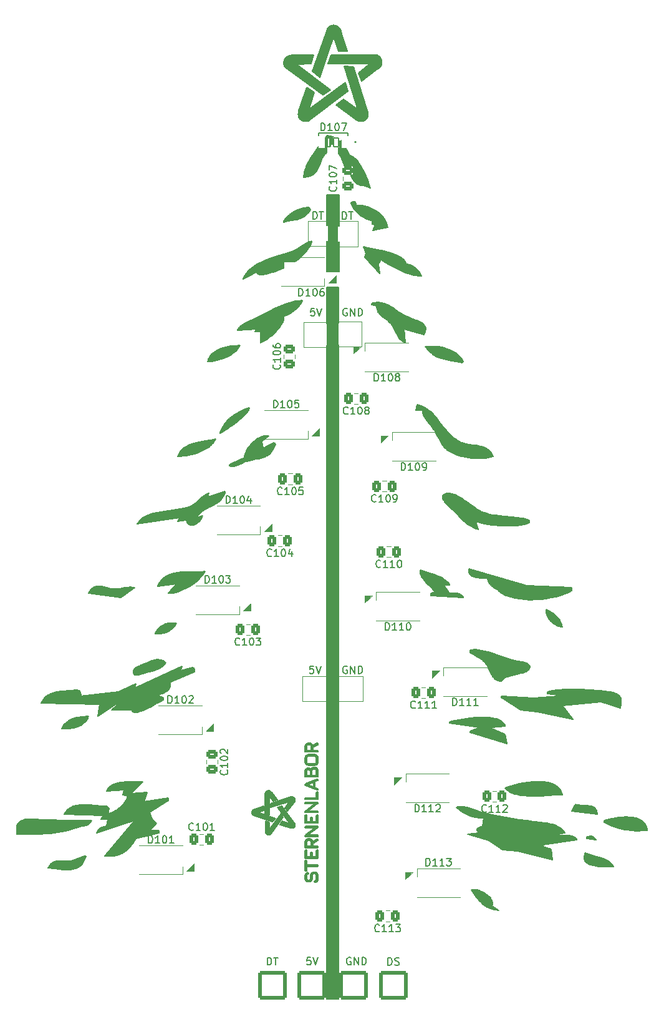
<source format=gto>
G04 #@! TF.GenerationSoftware,KiCad,Pcbnew,8.0.5*
G04 #@! TF.CreationDate,2024-11-01T20:54:01+01:00*
G04 #@! TF.ProjectId,SL_Christmas_Tree_A,534c5f43-6872-4697-9374-6d61735f5472,2.1*
G04 #@! TF.SameCoordinates,Original*
G04 #@! TF.FileFunction,Legend,Top*
G04 #@! TF.FilePolarity,Positive*
%FSLAX46Y46*%
G04 Gerber Fmt 4.6, Leading zero omitted, Abs format (unit mm)*
G04 Created by KiCad (PCBNEW 8.0.5) date 2024-11-01 20:54:01*
%MOMM*%
%LPD*%
G01*
G04 APERTURE LIST*
G04 Aperture macros list*
%AMRoundRect*
0 Rectangle with rounded corners*
0 $1 Rounding radius*
0 $2 $3 $4 $5 $6 $7 $8 $9 X,Y pos of 4 corners*
0 Add a 4 corners polygon primitive as box body*
4,1,4,$2,$3,$4,$5,$6,$7,$8,$9,$2,$3,0*
0 Add four circle primitives for the rounded corners*
1,1,$1+$1,$2,$3*
1,1,$1+$1,$4,$5*
1,1,$1+$1,$6,$7*
1,1,$1+$1,$8,$9*
0 Add four rect primitives between the rounded corners*
20,1,$1+$1,$2,$3,$4,$5,0*
20,1,$1+$1,$4,$5,$6,$7,0*
20,1,$1+$1,$6,$7,$8,$9,0*
20,1,$1+$1,$8,$9,$2,$3,0*%
G04 Aperture macros list end*
%ADD10C,0.200000*%
%ADD11C,0.150000*%
%ADD12C,0.120000*%
%ADD13C,0.100000*%
%ADD14C,0.127000*%
%ADD15C,0.010000*%
%ADD16RoundRect,0.250000X-0.337500X-0.475000X0.337500X-0.475000X0.337500X0.475000X-0.337500X0.475000X0*%
%ADD17RoundRect,0.250002X-1.699998X-1.699998X1.699998X-1.699998X1.699998X1.699998X-1.699998X1.699998X0*%
%ADD18R,3.000000X3.000000*%
%ADD19RoundRect,0.250000X0.337500X0.475000X-0.337500X0.475000X-0.337500X-0.475000X0.337500X-0.475000X0*%
%ADD20R,1.600000X0.850000*%
%ADD21RoundRect,0.102000X0.350000X0.600000X-0.350000X0.600000X-0.350000X-0.600000X0.350000X-0.600000X0*%
%ADD22RoundRect,0.102000X0.225000X0.600000X-0.225000X0.600000X-0.225000X-0.600000X0.225000X-0.600000X0*%
%ADD23RoundRect,0.250000X-0.475000X0.337500X-0.475000X-0.337500X0.475000X-0.337500X0.475000X0.337500X0*%
%ADD24R,2.000000X2.000000*%
%ADD25RoundRect,0.250000X0.475000X-0.337500X0.475000X0.337500X-0.475000X0.337500X-0.475000X-0.337500X0*%
%ADD26RoundRect,0.250002X1.699998X1.699998X-1.699998X1.699998X-1.699998X-1.699998X1.699998X-1.699998X0*%
G04 APERTURE END LIST*
D10*
X66583847Y-127428133D02*
X66508551Y-127563715D01*
X66429768Y-127690937D01*
X66347578Y-127810064D01*
X66262059Y-127921362D01*
X66173290Y-128025096D01*
X66081350Y-128121531D01*
X65986317Y-128210934D01*
X65888270Y-128293569D01*
X65787287Y-128369702D01*
X65683449Y-128439599D01*
X65576832Y-128503524D01*
X65467517Y-128561744D01*
X65355581Y-128614523D01*
X65124164Y-128704822D01*
X64883210Y-128776545D01*
X64633349Y-128831816D01*
X64375211Y-128872757D01*
X64109425Y-128901493D01*
X63836623Y-128920147D01*
X63557432Y-128930842D01*
X62982407Y-128936849D01*
X63047035Y-128808927D01*
X63116888Y-128687591D01*
X63191765Y-128572675D01*
X63271469Y-128464011D01*
X63355800Y-128361434D01*
X63444560Y-128264777D01*
X63537549Y-128173873D01*
X63634570Y-128088556D01*
X63735423Y-128008660D01*
X63839910Y-127934017D01*
X64058989Y-127799825D01*
X64290217Y-127684650D01*
X64532004Y-127587158D01*
X64782758Y-127506017D01*
X65040892Y-127439894D01*
X65304813Y-127387458D01*
X65572931Y-127347375D01*
X65843658Y-127318312D01*
X66115401Y-127298938D01*
X66386572Y-127287920D01*
X66655579Y-127283926D01*
X66583847Y-127428133D01*
G36*
X66583847Y-127428133D02*
G01*
X66508551Y-127563715D01*
X66429768Y-127690937D01*
X66347578Y-127810064D01*
X66262059Y-127921362D01*
X66173290Y-128025096D01*
X66081350Y-128121531D01*
X65986317Y-128210934D01*
X65888270Y-128293569D01*
X65787287Y-128369702D01*
X65683449Y-128439599D01*
X65576832Y-128503524D01*
X65467517Y-128561744D01*
X65355581Y-128614523D01*
X65124164Y-128704822D01*
X64883210Y-128776545D01*
X64633349Y-128831816D01*
X64375211Y-128872757D01*
X64109425Y-128901493D01*
X63836623Y-128920147D01*
X63557432Y-128930842D01*
X62982407Y-128936849D01*
X63047035Y-128808927D01*
X63116888Y-128687591D01*
X63191765Y-128572675D01*
X63271469Y-128464011D01*
X63355800Y-128361434D01*
X63444560Y-128264777D01*
X63537549Y-128173873D01*
X63634570Y-128088556D01*
X63735423Y-128008660D01*
X63839910Y-127934017D01*
X64058989Y-127799825D01*
X64290217Y-127684650D01*
X64532004Y-127587158D01*
X64782758Y-127506017D01*
X65040892Y-127439894D01*
X65304813Y-127387458D01*
X65572931Y-127347375D01*
X65843658Y-127318312D01*
X66115401Y-127298938D01*
X66386572Y-127287920D01*
X66655579Y-127283926D01*
X66583847Y-127428133D01*
G37*
X59001298Y-141185829D02*
X59205226Y-141196184D01*
X59613507Y-141228830D01*
X60016499Y-141268249D01*
X60407172Y-141303470D01*
X60595692Y-141316078D01*
X60778496Y-141323522D01*
X63900696Y-141387190D01*
X67022896Y-141425634D01*
X66976786Y-141504137D01*
X66928487Y-141576679D01*
X66878072Y-141643552D01*
X66825614Y-141705046D01*
X66771188Y-141761450D01*
X66714866Y-141813054D01*
X66656722Y-141860150D01*
X66596830Y-141903027D01*
X66535263Y-141941975D01*
X66472095Y-141977285D01*
X66341250Y-142038150D01*
X66204882Y-142087943D01*
X66063581Y-142128986D01*
X65917934Y-142163600D01*
X65768530Y-142194107D01*
X65460804Y-142252083D01*
X65303659Y-142284195D01*
X65145111Y-142321486D01*
X64985747Y-142366277D01*
X64826157Y-142420889D01*
X64373297Y-142578672D01*
X63908377Y-142715472D01*
X63432805Y-142832779D01*
X62947988Y-142932084D01*
X62455334Y-143014879D01*
X61956253Y-143082652D01*
X61452151Y-143136897D01*
X60944437Y-143179102D01*
X59923806Y-143233358D01*
X58905624Y-143257347D01*
X56921669Y-143262228D01*
X56921668Y-143262228D01*
X56921667Y-143262227D01*
X56921666Y-143262227D01*
X56921665Y-143262225D01*
X56921664Y-143262225D01*
X56921664Y-143262224D01*
X56921663Y-143262222D01*
X56921662Y-143262220D01*
X56921662Y-143262219D01*
X56921662Y-143262216D01*
X56921662Y-143262215D01*
X56921662Y-143262213D01*
X56897541Y-143114077D01*
X56877520Y-142966917D01*
X56862727Y-142821346D01*
X56854291Y-142677977D01*
X56853340Y-142537425D01*
X56856024Y-142468396D01*
X56861003Y-142400302D01*
X56868419Y-142333219D01*
X56878411Y-142267223D01*
X56891121Y-142202392D01*
X56906690Y-142138801D01*
X56925259Y-142076529D01*
X56946970Y-142015650D01*
X56971963Y-141956243D01*
X57000380Y-141898384D01*
X57032362Y-141842150D01*
X57068049Y-141787616D01*
X57107583Y-141734861D01*
X57151105Y-141683960D01*
X57198756Y-141634991D01*
X57250678Y-141588029D01*
X57307011Y-141543153D01*
X57367896Y-141500438D01*
X57433474Y-141459961D01*
X57503888Y-141421800D01*
X57579277Y-141386029D01*
X57659783Y-141352728D01*
X57836065Y-141293637D01*
X58018933Y-141248582D01*
X58207507Y-141216190D01*
X58400910Y-141195090D01*
X58598261Y-141183910D01*
X58798684Y-141181280D01*
X59001298Y-141185829D01*
G36*
X59001298Y-141185829D02*
G01*
X59205226Y-141196184D01*
X59613507Y-141228830D01*
X60016499Y-141268249D01*
X60407172Y-141303470D01*
X60595692Y-141316078D01*
X60778496Y-141323522D01*
X63900696Y-141387190D01*
X67022896Y-141425634D01*
X66976786Y-141504137D01*
X66928487Y-141576679D01*
X66878072Y-141643552D01*
X66825614Y-141705046D01*
X66771188Y-141761450D01*
X66714866Y-141813054D01*
X66656722Y-141860150D01*
X66596830Y-141903027D01*
X66535263Y-141941975D01*
X66472095Y-141977285D01*
X66341250Y-142038150D01*
X66204882Y-142087943D01*
X66063581Y-142128986D01*
X65917934Y-142163600D01*
X65768530Y-142194107D01*
X65460804Y-142252083D01*
X65303659Y-142284195D01*
X65145111Y-142321486D01*
X64985747Y-142366277D01*
X64826157Y-142420889D01*
X64373297Y-142578672D01*
X63908377Y-142715472D01*
X63432805Y-142832779D01*
X62947988Y-142932084D01*
X62455334Y-143014879D01*
X61956253Y-143082652D01*
X61452151Y-143136897D01*
X60944437Y-143179102D01*
X59923806Y-143233358D01*
X58905624Y-143257347D01*
X56921669Y-143262228D01*
X56921668Y-143262228D01*
X56921667Y-143262227D01*
X56921666Y-143262227D01*
X56921665Y-143262225D01*
X56921664Y-143262225D01*
X56921664Y-143262224D01*
X56921663Y-143262222D01*
X56921662Y-143262220D01*
X56921662Y-143262219D01*
X56921662Y-143262216D01*
X56921662Y-143262215D01*
X56921662Y-143262213D01*
X56897541Y-143114077D01*
X56877520Y-142966917D01*
X56862727Y-142821346D01*
X56854291Y-142677977D01*
X56853340Y-142537425D01*
X56856024Y-142468396D01*
X56861003Y-142400302D01*
X56868419Y-142333219D01*
X56878411Y-142267223D01*
X56891121Y-142202392D01*
X56906690Y-142138801D01*
X56925259Y-142076529D01*
X56946970Y-142015650D01*
X56971963Y-141956243D01*
X57000380Y-141898384D01*
X57032362Y-141842150D01*
X57068049Y-141787616D01*
X57107583Y-141734861D01*
X57151105Y-141683960D01*
X57198756Y-141634991D01*
X57250678Y-141588029D01*
X57307011Y-141543153D01*
X57367896Y-141500438D01*
X57433474Y-141459961D01*
X57503888Y-141421800D01*
X57579277Y-141386029D01*
X57659783Y-141352728D01*
X57836065Y-141293637D01*
X58018933Y-141248582D01*
X58207507Y-141216190D01*
X58400910Y-141195090D01*
X58598261Y-141183910D01*
X58798684Y-141181280D01*
X59001298Y-141185829D01*
G37*
X97195152Y-37616628D02*
X96850983Y-38815523D01*
X94952911Y-38837747D01*
X94948203Y-38838357D01*
X94943117Y-38839293D01*
X94936920Y-38840806D01*
X94930145Y-38843011D01*
X94923327Y-38846025D01*
X94920068Y-38847872D01*
X94916997Y-38849965D01*
X94914182Y-38852318D01*
X94911689Y-38854946D01*
X94909585Y-38857864D01*
X94907936Y-38861085D01*
X94906809Y-38864626D01*
X94906270Y-38868500D01*
X94906387Y-38872721D01*
X94907226Y-38877305D01*
X94908854Y-38882265D01*
X94911336Y-38887617D01*
X94914741Y-38893375D01*
X94919133Y-38899553D01*
X94924581Y-38906167D01*
X94931151Y-38913230D01*
X94938909Y-38920757D01*
X94947921Y-38928762D01*
X94958256Y-38937261D01*
X94969978Y-38946268D01*
X99497871Y-42338308D01*
X98442635Y-43045240D01*
X93488930Y-39355539D01*
X93452736Y-39326976D01*
X93418558Y-39296723D01*
X93386401Y-39264866D01*
X93356274Y-39231487D01*
X93328184Y-39196671D01*
X93302138Y-39160502D01*
X93278145Y-39123063D01*
X93256211Y-39084439D01*
X93236343Y-39044714D01*
X93218550Y-39003971D01*
X93202839Y-38962296D01*
X93189216Y-38919770D01*
X93177691Y-38876480D01*
X93168269Y-38832508D01*
X93160959Y-38787938D01*
X93155768Y-38742855D01*
X93152704Y-38697343D01*
X93151773Y-38651485D01*
X93152984Y-38605365D01*
X93156343Y-38559068D01*
X93161859Y-38512677D01*
X93169539Y-38466277D01*
X93179389Y-38419951D01*
X93191418Y-38373784D01*
X93205633Y-38327858D01*
X93222042Y-38282259D01*
X93240651Y-38237070D01*
X93261469Y-38192376D01*
X93284503Y-38148259D01*
X93309760Y-38104805D01*
X93337248Y-38062097D01*
X93366974Y-38020220D01*
X93390151Y-37990353D01*
X93414095Y-37961955D01*
X93438773Y-37934990D01*
X93464156Y-37909422D01*
X93516912Y-37862328D01*
X93572119Y-37820385D01*
X93629530Y-37783301D01*
X93688900Y-37750786D01*
X93749985Y-37722549D01*
X93812538Y-37698300D01*
X93876316Y-37677748D01*
X93941072Y-37660603D01*
X94006561Y-37646575D01*
X94072539Y-37635373D01*
X94138759Y-37626706D01*
X94204977Y-37620283D01*
X94270948Y-37615816D01*
X94336426Y-37613012D01*
X97195152Y-37616628D01*
G36*
X97195152Y-37616628D02*
G01*
X96850983Y-38815523D01*
X94952911Y-38837747D01*
X94948203Y-38838357D01*
X94943117Y-38839293D01*
X94936920Y-38840806D01*
X94930145Y-38843011D01*
X94923327Y-38846025D01*
X94920068Y-38847872D01*
X94916997Y-38849965D01*
X94914182Y-38852318D01*
X94911689Y-38854946D01*
X94909585Y-38857864D01*
X94907936Y-38861085D01*
X94906809Y-38864626D01*
X94906270Y-38868500D01*
X94906387Y-38872721D01*
X94907226Y-38877305D01*
X94908854Y-38882265D01*
X94911336Y-38887617D01*
X94914741Y-38893375D01*
X94919133Y-38899553D01*
X94924581Y-38906167D01*
X94931151Y-38913230D01*
X94938909Y-38920757D01*
X94947921Y-38928762D01*
X94958256Y-38937261D01*
X94969978Y-38946268D01*
X99497871Y-42338308D01*
X98442635Y-43045240D01*
X93488930Y-39355539D01*
X93452736Y-39326976D01*
X93418558Y-39296723D01*
X93386401Y-39264866D01*
X93356274Y-39231487D01*
X93328184Y-39196671D01*
X93302138Y-39160502D01*
X93278145Y-39123063D01*
X93256211Y-39084439D01*
X93236343Y-39044714D01*
X93218550Y-39003971D01*
X93202839Y-38962296D01*
X93189216Y-38919770D01*
X93177691Y-38876480D01*
X93168269Y-38832508D01*
X93160959Y-38787938D01*
X93155768Y-38742855D01*
X93152704Y-38697343D01*
X93151773Y-38651485D01*
X93152984Y-38605365D01*
X93156343Y-38559068D01*
X93161859Y-38512677D01*
X93169539Y-38466277D01*
X93179389Y-38419951D01*
X93191418Y-38373784D01*
X93205633Y-38327858D01*
X93222042Y-38282259D01*
X93240651Y-38237070D01*
X93261469Y-38192376D01*
X93284503Y-38148259D01*
X93309760Y-38104805D01*
X93337248Y-38062097D01*
X93366974Y-38020220D01*
X93390151Y-37990353D01*
X93414095Y-37961955D01*
X93438773Y-37934990D01*
X93464156Y-37909422D01*
X93516912Y-37862328D01*
X93572119Y-37820385D01*
X93629530Y-37783301D01*
X93688900Y-37750786D01*
X93749985Y-37722549D01*
X93812538Y-37698300D01*
X93876316Y-37677748D01*
X93941072Y-37660603D01*
X94006561Y-37646575D01*
X94072539Y-37635373D01*
X94138759Y-37626706D01*
X94204977Y-37620283D01*
X94270948Y-37615816D01*
X94336426Y-37613012D01*
X97195152Y-37616628D01*
G37*
X94604294Y-141753881D02*
X94616997Y-141771690D01*
X94628608Y-141789962D01*
X94639135Y-141808660D01*
X94648585Y-141827745D01*
X94656963Y-141847178D01*
X94664275Y-141866922D01*
X94670529Y-141886939D01*
X94675730Y-141907189D01*
X94679886Y-141927634D01*
X94683001Y-141948237D01*
X94685084Y-141968959D01*
X94686140Y-141989761D01*
X94686176Y-142010605D01*
X94685198Y-142031453D01*
X94683212Y-142052267D01*
X94680226Y-142073007D01*
X94676244Y-142093637D01*
X94671275Y-142114117D01*
X94665323Y-142134410D01*
X94658396Y-142154476D01*
X94650500Y-142174278D01*
X94641642Y-142193777D01*
X94631828Y-142212935D01*
X94621063Y-142231714D01*
X94609355Y-142250074D01*
X94596711Y-142267979D01*
X94583135Y-142285389D01*
X94568636Y-142302267D01*
X94553219Y-142318574D01*
X94536891Y-142334271D01*
X94519658Y-142349320D01*
X94501526Y-142363684D01*
X94487771Y-142373629D01*
X94473846Y-142382818D01*
X94459761Y-142391270D01*
X94445523Y-142399006D01*
X94431144Y-142406045D01*
X94416631Y-142412408D01*
X94387246Y-142423187D01*
X94357442Y-142431503D01*
X94327294Y-142437519D01*
X94296878Y-142441396D01*
X94266268Y-142443296D01*
X94235540Y-142443381D01*
X94204768Y-142441812D01*
X94174027Y-142438752D01*
X94143393Y-142434361D01*
X94112941Y-142428801D01*
X94082745Y-142422235D01*
X94052880Y-142414823D01*
X94023422Y-142406729D01*
X92605454Y-141942846D01*
X92909638Y-141465948D01*
X93893982Y-141775732D01*
X93896132Y-141776122D01*
X93898486Y-141776420D01*
X93901397Y-141776618D01*
X93904643Y-141776591D01*
X93908001Y-141776211D01*
X93909653Y-141775849D01*
X93911250Y-141775352D01*
X93912764Y-141774703D01*
X93914167Y-141773887D01*
X93915433Y-141772889D01*
X93916532Y-141771692D01*
X93917437Y-141770280D01*
X93918120Y-141768638D01*
X93918555Y-141766750D01*
X93918712Y-141764600D01*
X93918564Y-141762173D01*
X93918083Y-141759452D01*
X93917242Y-141756422D01*
X93916013Y-141753067D01*
X93914368Y-141749370D01*
X93912280Y-141745318D01*
X93909720Y-141740893D01*
X93906660Y-141736080D01*
X93903074Y-141730862D01*
X93898934Y-141725225D01*
X92287872Y-139577368D01*
X92839546Y-139413442D01*
X94604294Y-141753881D01*
G36*
X94604294Y-141753881D02*
G01*
X94616997Y-141771690D01*
X94628608Y-141789962D01*
X94639135Y-141808660D01*
X94648585Y-141827745D01*
X94656963Y-141847178D01*
X94664275Y-141866922D01*
X94670529Y-141886939D01*
X94675730Y-141907189D01*
X94679886Y-141927634D01*
X94683001Y-141948237D01*
X94685084Y-141968959D01*
X94686140Y-141989761D01*
X94686176Y-142010605D01*
X94685198Y-142031453D01*
X94683212Y-142052267D01*
X94680226Y-142073007D01*
X94676244Y-142093637D01*
X94671275Y-142114117D01*
X94665323Y-142134410D01*
X94658396Y-142154476D01*
X94650500Y-142174278D01*
X94641642Y-142193777D01*
X94631828Y-142212935D01*
X94621063Y-142231714D01*
X94609355Y-142250074D01*
X94596711Y-142267979D01*
X94583135Y-142285389D01*
X94568636Y-142302267D01*
X94553219Y-142318574D01*
X94536891Y-142334271D01*
X94519658Y-142349320D01*
X94501526Y-142363684D01*
X94487771Y-142373629D01*
X94473846Y-142382818D01*
X94459761Y-142391270D01*
X94445523Y-142399006D01*
X94431144Y-142406045D01*
X94416631Y-142412408D01*
X94387246Y-142423187D01*
X94357442Y-142431503D01*
X94327294Y-142437519D01*
X94296878Y-142441396D01*
X94266268Y-142443296D01*
X94235540Y-142443381D01*
X94204768Y-142441812D01*
X94174027Y-142438752D01*
X94143393Y-142434361D01*
X94112941Y-142428801D01*
X94082745Y-142422235D01*
X94052880Y-142414823D01*
X94023422Y-142406729D01*
X92605454Y-141942846D01*
X92909638Y-141465948D01*
X93893982Y-141775732D01*
X93896132Y-141776122D01*
X93898486Y-141776420D01*
X93901397Y-141776618D01*
X93904643Y-141776591D01*
X93908001Y-141776211D01*
X93909653Y-141775849D01*
X93911250Y-141775352D01*
X93912764Y-141774703D01*
X93914167Y-141773887D01*
X93915433Y-141772889D01*
X93916532Y-141771692D01*
X93917437Y-141770280D01*
X93918120Y-141768638D01*
X93918555Y-141766750D01*
X93918712Y-141764600D01*
X93918564Y-141762173D01*
X93918083Y-141759452D01*
X93917242Y-141756422D01*
X93916013Y-141753067D01*
X93914368Y-141749370D01*
X93912280Y-141745318D01*
X93909720Y-141740893D01*
X93906660Y-141736080D01*
X93903074Y-141730862D01*
X93898934Y-141725225D01*
X92287872Y-139577368D01*
X92839546Y-139413442D01*
X94604294Y-141753881D01*
G37*
X113446746Y-77090619D02*
X113821933Y-77114115D01*
X114201432Y-77159016D01*
X114581287Y-77225671D01*
X114957542Y-77314428D01*
X115326241Y-77425635D01*
X115683427Y-77559641D01*
X115856466Y-77635303D01*
X116025144Y-77716795D01*
X116188966Y-77804161D01*
X116347437Y-77897444D01*
X116500063Y-77996688D01*
X116646349Y-78101937D01*
X116785802Y-78213234D01*
X116917925Y-78330623D01*
X117042225Y-78454147D01*
X117158207Y-78583850D01*
X117265377Y-78719775D01*
X117363240Y-78861966D01*
X117451302Y-79010466D01*
X117529068Y-79165319D01*
X117345406Y-79348982D01*
X116977903Y-79269894D01*
X116615757Y-79199796D01*
X115909525Y-79072157D01*
X115566434Y-79007412D01*
X115230689Y-78937247D01*
X114902786Y-78858061D01*
X114583223Y-78766251D01*
X114272498Y-78658216D01*
X113971107Y-78530353D01*
X113824067Y-78457860D01*
X113679547Y-78379060D01*
X113537610Y-78293502D01*
X113398316Y-78200735D01*
X113261729Y-78100311D01*
X113127911Y-77991777D01*
X112996923Y-77874684D01*
X112868828Y-77748583D01*
X112743688Y-77613021D01*
X112621565Y-77467551D01*
X112502522Y-77311720D01*
X112386620Y-77145078D01*
X112725133Y-77106449D01*
X113079828Y-77088180D01*
X113446746Y-77090619D01*
G36*
X113446746Y-77090619D02*
G01*
X113821933Y-77114115D01*
X114201432Y-77159016D01*
X114581287Y-77225671D01*
X114957542Y-77314428D01*
X115326241Y-77425635D01*
X115683427Y-77559641D01*
X115856466Y-77635303D01*
X116025144Y-77716795D01*
X116188966Y-77804161D01*
X116347437Y-77897444D01*
X116500063Y-77996688D01*
X116646349Y-78101937D01*
X116785802Y-78213234D01*
X116917925Y-78330623D01*
X117042225Y-78454147D01*
X117158207Y-78583850D01*
X117265377Y-78719775D01*
X117363240Y-78861966D01*
X117451302Y-79010466D01*
X117529068Y-79165319D01*
X117345406Y-79348982D01*
X116977903Y-79269894D01*
X116615757Y-79199796D01*
X115909525Y-79072157D01*
X115566434Y-79007412D01*
X115230689Y-78937247D01*
X114902786Y-78858061D01*
X114583223Y-78766251D01*
X114272498Y-78658216D01*
X113971107Y-78530353D01*
X113824067Y-78457860D01*
X113679547Y-78379060D01*
X113537610Y-78293502D01*
X113398316Y-78200735D01*
X113261729Y-78100311D01*
X113127911Y-77991777D01*
X112996923Y-77874684D01*
X112868828Y-77748583D01*
X112743688Y-77613021D01*
X112621565Y-77467551D01*
X112502522Y-77311720D01*
X112386620Y-77145078D01*
X112725133Y-77106449D01*
X113079828Y-77088180D01*
X113446746Y-77090619D01*
G37*
X66225545Y-146431356D02*
X66152473Y-146643286D01*
X66069450Y-146837268D01*
X65976879Y-147014014D01*
X65875164Y-147174234D01*
X65764706Y-147318641D01*
X65645911Y-147447946D01*
X65519181Y-147562861D01*
X65384919Y-147664096D01*
X65243529Y-147752364D01*
X65095414Y-147828377D01*
X64940977Y-147892845D01*
X64780623Y-147946481D01*
X64614753Y-147989995D01*
X64443772Y-148024100D01*
X64268082Y-148049507D01*
X63904190Y-148077073D01*
X63526305Y-148078385D01*
X63137653Y-148059135D01*
X62741461Y-148025017D01*
X61145813Y-147853704D01*
X61145813Y-147853689D01*
X61212610Y-147722782D01*
X61280913Y-147603776D01*
X61350733Y-147496128D01*
X61422081Y-147399297D01*
X61494966Y-147312740D01*
X61569402Y-147235917D01*
X61645397Y-147168284D01*
X61722964Y-147109301D01*
X61802113Y-147058425D01*
X61882855Y-147015115D01*
X61965201Y-146978829D01*
X62049163Y-146949024D01*
X62134750Y-146925160D01*
X62221974Y-146906695D01*
X62310845Y-146893085D01*
X62401376Y-146883791D01*
X62587456Y-146875979D01*
X62780303Y-146878923D01*
X63186643Y-146899745D01*
X63400311Y-146908953D01*
X63621095Y-146911580D01*
X63849081Y-146903291D01*
X64084358Y-146879751D01*
X64227652Y-146855834D01*
X64368394Y-146824346D01*
X64506973Y-146786380D01*
X64643777Y-146743029D01*
X64779193Y-146695386D01*
X64913611Y-146644546D01*
X65181003Y-146537643D01*
X65449058Y-146431068D01*
X65584305Y-146380636D01*
X65720882Y-146333565D01*
X65859179Y-146290950D01*
X65999582Y-146253882D01*
X66142480Y-146223456D01*
X66288262Y-146200765D01*
X66225545Y-146431356D01*
G36*
X66225545Y-146431356D02*
G01*
X66152473Y-146643286D01*
X66069450Y-146837268D01*
X65976879Y-147014014D01*
X65875164Y-147174234D01*
X65764706Y-147318641D01*
X65645911Y-147447946D01*
X65519181Y-147562861D01*
X65384919Y-147664096D01*
X65243529Y-147752364D01*
X65095414Y-147828377D01*
X64940977Y-147892845D01*
X64780623Y-147946481D01*
X64614753Y-147989995D01*
X64443772Y-148024100D01*
X64268082Y-148049507D01*
X63904190Y-148077073D01*
X63526305Y-148078385D01*
X63137653Y-148059135D01*
X62741461Y-148025017D01*
X61145813Y-147853704D01*
X61145813Y-147853689D01*
X61212610Y-147722782D01*
X61280913Y-147603776D01*
X61350733Y-147496128D01*
X61422081Y-147399297D01*
X61494966Y-147312740D01*
X61569402Y-147235917D01*
X61645397Y-147168284D01*
X61722964Y-147109301D01*
X61802113Y-147058425D01*
X61882855Y-147015115D01*
X61965201Y-146978829D01*
X62049163Y-146949024D01*
X62134750Y-146925160D01*
X62221974Y-146906695D01*
X62310845Y-146893085D01*
X62401376Y-146883791D01*
X62587456Y-146875979D01*
X62780303Y-146878923D01*
X63186643Y-146899745D01*
X63400311Y-146908953D01*
X63621095Y-146911580D01*
X63849081Y-146903291D01*
X64084358Y-146879751D01*
X64227652Y-146855834D01*
X64368394Y-146824346D01*
X64506973Y-146786380D01*
X64643777Y-146743029D01*
X64779193Y-146695386D01*
X64913611Y-146644546D01*
X65181003Y-146537643D01*
X65449058Y-146431068D01*
X65584305Y-146380636D01*
X65720882Y-146333565D01*
X65859179Y-146290950D01*
X65999582Y-146253882D01*
X66142480Y-146223456D01*
X66288262Y-146200765D01*
X66225545Y-146431356D01*
G37*
X100604164Y-165584997D02*
X99004166Y-165584997D01*
X99004166Y-69110551D01*
X100604164Y-69110551D01*
X100604164Y-165584997D01*
G36*
X100604164Y-165584997D02*
G01*
X99004166Y-165584997D01*
X99004166Y-69110551D01*
X100604164Y-69110551D01*
X100604164Y-165584997D01*
G37*
X72349030Y-137752462D02*
X74552933Y-137568792D01*
X74185623Y-138854406D01*
X77491478Y-138303426D01*
X77491478Y-138670751D01*
X74920250Y-140323690D01*
X75287567Y-141241979D01*
X75838539Y-141792959D01*
X74920242Y-142711248D01*
X76205856Y-142711248D01*
X76205856Y-143078573D01*
X73083656Y-143813207D01*
X72897931Y-144141394D01*
X72702685Y-144446131D01*
X72497722Y-144727332D01*
X72282847Y-144984907D01*
X72057861Y-145218768D01*
X71822568Y-145428826D01*
X71576772Y-145614993D01*
X71449873Y-145699089D01*
X71320275Y-145777180D01*
X71187953Y-145849253D01*
X71052882Y-145915298D01*
X70915038Y-145975303D01*
X70774396Y-146029259D01*
X70630931Y-146077153D01*
X70484619Y-146118974D01*
X70335435Y-146154712D01*
X70183355Y-146184355D01*
X69870408Y-146225313D01*
X69545580Y-146241760D01*
X69208675Y-146233607D01*
X68859497Y-146200765D01*
X72899994Y-141425634D01*
X67757538Y-143078573D01*
X67800628Y-142957874D01*
X67847793Y-142849191D01*
X67872963Y-142799117D01*
X67899223Y-142751760D01*
X67926598Y-142707024D01*
X67955111Y-142664814D01*
X67984786Y-142625033D01*
X68015647Y-142587585D01*
X68047718Y-142552376D01*
X68081024Y-142519309D01*
X68115587Y-142488288D01*
X68151432Y-142459218D01*
X68188583Y-142432002D01*
X68227064Y-142406545D01*
X68308111Y-142360526D01*
X68394765Y-142320392D01*
X68487217Y-142285379D01*
X68585658Y-142254719D01*
X68690281Y-142227645D01*
X68801276Y-142203393D01*
X68918836Y-142181194D01*
X69043152Y-142160284D01*
X69226814Y-141241995D01*
X68308518Y-141241995D01*
X68675827Y-140691015D01*
X63349724Y-140507345D01*
X63442386Y-140334078D01*
X63546420Y-140176957D01*
X63661241Y-140035265D01*
X63786259Y-139908282D01*
X63920888Y-139795289D01*
X64064542Y-139695567D01*
X64216632Y-139608396D01*
X64376571Y-139533059D01*
X64543772Y-139468836D01*
X64717648Y-139415007D01*
X64897612Y-139370855D01*
X65083077Y-139335659D01*
X65468159Y-139289263D01*
X65868196Y-139270065D01*
X66278490Y-139272315D01*
X66694345Y-139290259D01*
X67523942Y-139350225D01*
X68319405Y-139403945D01*
X68692592Y-139414082D01*
X69043152Y-139405401D01*
X69410469Y-139772711D01*
X69226807Y-140507345D01*
X69461153Y-140436354D01*
X69688754Y-140354804D01*
X69909280Y-140262724D01*
X70122399Y-140160141D01*
X70327781Y-140047082D01*
X70525095Y-139923573D01*
X70714010Y-139789643D01*
X70894195Y-139645319D01*
X71065318Y-139490627D01*
X71227050Y-139325595D01*
X71379059Y-139150250D01*
X71521015Y-138964620D01*
X71652586Y-138768731D01*
X71773441Y-138562611D01*
X71883250Y-138346288D01*
X71981682Y-138119787D01*
X71247047Y-137936117D01*
X71430710Y-137201498D01*
X69043144Y-137385153D01*
X69043167Y-137385137D01*
X69127247Y-137234273D01*
X69220852Y-137096125D01*
X69323487Y-136970134D01*
X69434658Y-136855744D01*
X69553868Y-136752398D01*
X69680623Y-136659537D01*
X69814428Y-136576605D01*
X69954786Y-136503043D01*
X70101204Y-136438296D01*
X70253185Y-136381804D01*
X70571856Y-136291359D01*
X70906839Y-136227249D01*
X71254172Y-136185015D01*
X71609891Y-136160196D01*
X71970036Y-136148335D01*
X72687753Y-136145644D01*
X73375627Y-136141265D01*
X73698467Y-136127294D01*
X74001961Y-136099523D01*
X72349030Y-137752462D01*
G36*
X72349030Y-137752462D02*
G01*
X74552933Y-137568792D01*
X74185623Y-138854406D01*
X77491478Y-138303426D01*
X77491478Y-138670751D01*
X74920250Y-140323690D01*
X75287567Y-141241979D01*
X75838539Y-141792959D01*
X74920242Y-142711248D01*
X76205856Y-142711248D01*
X76205856Y-143078573D01*
X73083656Y-143813207D01*
X72897931Y-144141394D01*
X72702685Y-144446131D01*
X72497722Y-144727332D01*
X72282847Y-144984907D01*
X72057861Y-145218768D01*
X71822568Y-145428826D01*
X71576772Y-145614993D01*
X71449873Y-145699089D01*
X71320275Y-145777180D01*
X71187953Y-145849253D01*
X71052882Y-145915298D01*
X70915038Y-145975303D01*
X70774396Y-146029259D01*
X70630931Y-146077153D01*
X70484619Y-146118974D01*
X70335435Y-146154712D01*
X70183355Y-146184355D01*
X69870408Y-146225313D01*
X69545580Y-146241760D01*
X69208675Y-146233607D01*
X68859497Y-146200765D01*
X72899994Y-141425634D01*
X67757538Y-143078573D01*
X67800628Y-142957874D01*
X67847793Y-142849191D01*
X67872963Y-142799117D01*
X67899223Y-142751760D01*
X67926598Y-142707024D01*
X67955111Y-142664814D01*
X67984786Y-142625033D01*
X68015647Y-142587585D01*
X68047718Y-142552376D01*
X68081024Y-142519309D01*
X68115587Y-142488288D01*
X68151432Y-142459218D01*
X68188583Y-142432002D01*
X68227064Y-142406545D01*
X68308111Y-142360526D01*
X68394765Y-142320392D01*
X68487217Y-142285379D01*
X68585658Y-142254719D01*
X68690281Y-142227645D01*
X68801276Y-142203393D01*
X68918836Y-142181194D01*
X69043152Y-142160284D01*
X69226814Y-141241995D01*
X68308518Y-141241995D01*
X68675827Y-140691015D01*
X63349724Y-140507345D01*
X63442386Y-140334078D01*
X63546420Y-140176957D01*
X63661241Y-140035265D01*
X63786259Y-139908282D01*
X63920888Y-139795289D01*
X64064542Y-139695567D01*
X64216632Y-139608396D01*
X64376571Y-139533059D01*
X64543772Y-139468836D01*
X64717648Y-139415007D01*
X64897612Y-139370855D01*
X65083077Y-139335659D01*
X65468159Y-139289263D01*
X65868196Y-139270065D01*
X66278490Y-139272315D01*
X66694345Y-139290259D01*
X67523942Y-139350225D01*
X68319405Y-139403945D01*
X68692592Y-139414082D01*
X69043152Y-139405401D01*
X69410469Y-139772711D01*
X69226807Y-140507345D01*
X69461153Y-140436354D01*
X69688754Y-140354804D01*
X69909280Y-140262724D01*
X70122399Y-140160141D01*
X70327781Y-140047082D01*
X70525095Y-139923573D01*
X70714010Y-139789643D01*
X70894195Y-139645319D01*
X71065318Y-139490627D01*
X71227050Y-139325595D01*
X71379059Y-139150250D01*
X71521015Y-138964620D01*
X71652586Y-138768731D01*
X71773441Y-138562611D01*
X71883250Y-138346288D01*
X71981682Y-138119787D01*
X71247047Y-137936117D01*
X71430710Y-137201498D01*
X69043144Y-137385153D01*
X69043167Y-137385137D01*
X69127247Y-137234273D01*
X69220852Y-137096125D01*
X69323487Y-136970134D01*
X69434658Y-136855744D01*
X69553868Y-136752398D01*
X69680623Y-136659537D01*
X69814428Y-136576605D01*
X69954786Y-136503043D01*
X70101204Y-136438296D01*
X70253185Y-136381804D01*
X70571856Y-136291359D01*
X70906839Y-136227249D01*
X71254172Y-136185015D01*
X71609891Y-136160196D01*
X71970036Y-136148335D01*
X72687753Y-136145644D01*
X73375627Y-136141265D01*
X73698467Y-136127294D01*
X74001961Y-136099523D01*
X72349030Y-137752462D01*
G37*
X119549324Y-101939009D02*
X119549309Y-101939009D01*
X119549307Y-101939003D01*
X119549324Y-101939009D01*
G36*
X119549324Y-101939009D02*
G01*
X119549309Y-101939009D01*
X119549307Y-101939003D01*
X119549324Y-101939009D01*
G37*
X120959956Y-127440686D02*
X121501271Y-127507578D01*
X121754502Y-127556487D01*
X121993980Y-127616512D01*
X122218103Y-127688259D01*
X122425269Y-127772332D01*
X122613877Y-127869338D01*
X122782325Y-127979881D01*
X122929011Y-128104568D01*
X123052333Y-128244003D01*
X123150691Y-128398792D01*
X123222481Y-128569540D01*
X121385902Y-128753195D01*
X121385902Y-128936849D01*
X123222481Y-129671499D01*
X123406151Y-130957098D01*
X118447357Y-129487829D01*
X118447357Y-129304174D01*
X119732979Y-128753195D01*
X115692482Y-128202215D01*
X115692482Y-128018560D01*
X116015105Y-127931413D01*
X116417259Y-127837874D01*
X116886130Y-127742788D01*
X117408904Y-127650997D01*
X117972769Y-127567345D01*
X118564909Y-127496675D01*
X119172511Y-127443831D01*
X119782763Y-127413656D01*
X120382849Y-127410993D01*
X120959956Y-127440686D01*
G36*
X120959956Y-127440686D02*
G01*
X121501271Y-127507578D01*
X121754502Y-127556487D01*
X121993980Y-127616512D01*
X122218103Y-127688259D01*
X122425269Y-127772332D01*
X122613877Y-127869338D01*
X122782325Y-127979881D01*
X122929011Y-128104568D01*
X123052333Y-128244003D01*
X123150691Y-128398792D01*
X123222481Y-128569540D01*
X121385902Y-128753195D01*
X121385902Y-128936849D01*
X123222481Y-129671499D01*
X123406151Y-130957098D01*
X118447357Y-129487829D01*
X118447357Y-129304174D01*
X119732979Y-128753195D01*
X115692482Y-128202215D01*
X115692482Y-128018560D01*
X116015105Y-127931413D01*
X116417259Y-127837874D01*
X116886130Y-127742788D01*
X117408904Y-127650997D01*
X117972769Y-127567345D01*
X118564909Y-127496675D01*
X119172511Y-127443831D01*
X119782763Y-127413656D01*
X120382849Y-127410993D01*
X120959956Y-127440686D01*
G37*
D11*
X98975000Y-56575000D02*
X100625000Y-56575000D01*
X100625000Y-66975000D01*
X98975000Y-66975000D01*
X98975000Y-56575000D01*
G36*
X98975000Y-56575000D02*
G01*
X100625000Y-56575000D01*
X100625000Y-66975000D01*
X98975000Y-66975000D01*
X98975000Y-56575000D01*
G37*
D10*
X132555887Y-123603251D02*
X133530891Y-123630658D01*
X134488191Y-123681610D01*
X136262261Y-123804342D01*
X136523207Y-123825647D01*
X136837533Y-123859974D01*
X137184740Y-123909406D01*
X137364267Y-123940439D01*
X137544327Y-123976030D01*
X137722357Y-124016440D01*
X137895794Y-124061930D01*
X138062077Y-124112760D01*
X138218642Y-124169191D01*
X138362928Y-124231484D01*
X138492371Y-124299898D01*
X138550726Y-124336483D01*
X138604409Y-124374696D01*
X138653100Y-124414569D01*
X138696480Y-124456137D01*
X138734743Y-124498935D01*
X138769330Y-124543352D01*
X138800388Y-124589296D01*
X138828066Y-124636679D01*
X138852512Y-124685409D01*
X138873874Y-124735398D01*
X138892303Y-124786555D01*
X138907944Y-124838789D01*
X138920949Y-124892013D01*
X138931463Y-124946134D01*
X138945619Y-125056711D01*
X138951598Y-125169802D01*
X138950590Y-125284687D01*
X138943782Y-125400646D01*
X138932361Y-125516959D01*
X138900433Y-125747770D01*
X138864308Y-125971364D01*
X138833489Y-126181982D01*
X136259514Y-125274526D01*
X130936165Y-125814657D01*
X132405434Y-127651251D01*
X127630318Y-126633779D01*
X125297646Y-126439108D01*
X122671516Y-124712713D01*
X122671516Y-124529043D01*
X127079323Y-124836675D01*
X130385185Y-124529043D01*
X130385185Y-124345388D01*
X128915901Y-124161733D01*
X128915901Y-123978079D01*
X129319464Y-123872494D01*
X129743186Y-123786802D01*
X130184335Y-123719447D01*
X130640181Y-123668872D01*
X131107991Y-123633522D01*
X131585033Y-123611839D01*
X132068575Y-123602268D01*
X132555887Y-123603251D01*
G36*
X132555887Y-123603251D02*
G01*
X133530891Y-123630658D01*
X134488191Y-123681610D01*
X136262261Y-123804342D01*
X136523207Y-123825647D01*
X136837533Y-123859974D01*
X137184740Y-123909406D01*
X137364267Y-123940439D01*
X137544327Y-123976030D01*
X137722357Y-124016440D01*
X137895794Y-124061930D01*
X138062077Y-124112760D01*
X138218642Y-124169191D01*
X138362928Y-124231484D01*
X138492371Y-124299898D01*
X138550726Y-124336483D01*
X138604409Y-124374696D01*
X138653100Y-124414569D01*
X138696480Y-124456137D01*
X138734743Y-124498935D01*
X138769330Y-124543352D01*
X138800388Y-124589296D01*
X138828066Y-124636679D01*
X138852512Y-124685409D01*
X138873874Y-124735398D01*
X138892303Y-124786555D01*
X138907944Y-124838789D01*
X138920949Y-124892013D01*
X138931463Y-124946134D01*
X138945619Y-125056711D01*
X138951598Y-125169802D01*
X138950590Y-125284687D01*
X138943782Y-125400646D01*
X138932361Y-125516959D01*
X138900433Y-125747770D01*
X138864308Y-125971364D01*
X138833489Y-126181982D01*
X136259514Y-125274526D01*
X130936165Y-125814657D01*
X132405434Y-127651251D01*
X127630318Y-126633779D01*
X125297646Y-126439108D01*
X122671516Y-124712713D01*
X122671516Y-124529043D01*
X127079323Y-124836675D01*
X130385185Y-124529043D01*
X130385185Y-124345388D01*
X128915901Y-124161733D01*
X128915901Y-123978079D01*
X129319464Y-123872494D01*
X129743186Y-123786802D01*
X130184335Y-123719447D01*
X130640181Y-123668872D01*
X131107991Y-123633522D01*
X131585033Y-123611839D01*
X132068575Y-123602268D01*
X132555887Y-123603251D01*
G37*
X97248445Y-132435265D02*
X97283844Y-132436919D01*
X97318021Y-132439677D01*
X97350974Y-132443537D01*
X97382704Y-132448499D01*
X97413211Y-132454563D01*
X97442493Y-132461730D01*
X97470552Y-132469997D01*
X97497385Y-132479366D01*
X97522995Y-132489836D01*
X97547379Y-132501407D01*
X97570538Y-132514079D01*
X97592472Y-132527850D01*
X97613180Y-132542722D01*
X97632661Y-132558694D01*
X97650917Y-132575765D01*
X97668016Y-132594059D01*
X97684010Y-132613570D01*
X97698900Y-132634301D01*
X97712686Y-132656251D01*
X97725368Y-132679422D01*
X97736946Y-132703812D01*
X97747420Y-132729424D01*
X97756791Y-132756258D01*
X97765059Y-132784313D01*
X97772224Y-132813591D01*
X97778286Y-132844092D01*
X97783245Y-132875817D01*
X97787103Y-132908765D01*
X97789857Y-132942938D01*
X97791510Y-132978336D01*
X97792061Y-133014959D01*
X97792061Y-133325842D01*
X97791510Y-133362455D01*
X97789857Y-133397844D01*
X97787103Y-133432010D01*
X97783245Y-133464952D01*
X97778286Y-133496671D01*
X97772224Y-133527166D01*
X97765059Y-133556437D01*
X97756791Y-133584484D01*
X97747420Y-133611307D01*
X97736946Y-133636906D01*
X97725368Y-133661281D01*
X97712686Y-133684432D01*
X97698900Y-133706358D01*
X97684010Y-133727060D01*
X97668016Y-133746538D01*
X97650917Y-133764791D01*
X97632661Y-133781891D01*
X97613180Y-133797886D01*
X97592472Y-133812777D01*
X97570538Y-133826563D01*
X97547379Y-133839245D01*
X97522995Y-133850823D01*
X97497385Y-133861297D01*
X97470552Y-133870668D01*
X97442493Y-133878936D01*
X97413211Y-133886100D01*
X97382704Y-133892162D01*
X97350974Y-133897121D01*
X97318021Y-133900977D01*
X97283844Y-133903732D01*
X97248445Y-133905384D01*
X97211823Y-133905935D01*
X96613457Y-133905935D01*
X96576834Y-133905379D01*
X96541434Y-133903712D01*
X96507257Y-133900933D01*
X96474304Y-133897042D01*
X96442575Y-133892038D01*
X96412069Y-133885921D01*
X96382788Y-133878692D01*
X96354731Y-133870348D01*
X96327898Y-133860890D01*
X96302289Y-133850318D01*
X96277906Y-133838631D01*
X96254747Y-133825829D01*
X96232813Y-133811912D01*
X96212104Y-133796879D01*
X96192620Y-133780730D01*
X96174362Y-133763464D01*
X96157277Y-133745078D01*
X96141316Y-133725494D01*
X96126478Y-133704714D01*
X96112763Y-133682736D01*
X96100171Y-133659563D01*
X96088703Y-133635194D01*
X96078357Y-133609629D01*
X96069134Y-133582870D01*
X96061033Y-133554917D01*
X96054055Y-133525769D01*
X96048200Y-133495429D01*
X96043466Y-133463895D01*
X96039855Y-133431169D01*
X96037365Y-133397251D01*
X96035998Y-133362142D01*
X96035868Y-133343067D01*
X96253232Y-133343067D01*
X96253252Y-133351503D01*
X96253342Y-133359823D01*
X96253668Y-133374075D01*
X96254211Y-133387955D01*
X96254969Y-133401466D01*
X96255942Y-133414606D01*
X96257132Y-133427375D01*
X96258538Y-133439773D01*
X96260160Y-133451801D01*
X96261998Y-133463459D01*
X96264053Y-133474745D01*
X96266325Y-133485661D01*
X96268813Y-133496207D01*
X96271518Y-133506381D01*
X96274439Y-133516185D01*
X96277578Y-133525618D01*
X96280934Y-133534680D01*
X96284508Y-133543371D01*
X96288887Y-133552920D01*
X96293610Y-133562124D01*
X96298677Y-133570982D01*
X96304089Y-133579494D01*
X96309844Y-133587661D01*
X96315945Y-133595482D01*
X96322389Y-133602958D01*
X96329179Y-133610088D01*
X96336313Y-133616873D01*
X96343793Y-133623311D01*
X96351617Y-133629405D01*
X96359787Y-133635152D01*
X96368302Y-133640554D01*
X96377162Y-133645609D01*
X96386368Y-133650320D01*
X96395920Y-133654684D01*
X96405865Y-133658777D01*
X96416298Y-133662604D01*
X96427217Y-133666166D01*
X96438623Y-133669463D01*
X96450516Y-133672495D01*
X96462896Y-133675263D01*
X96475763Y-133677765D01*
X96489117Y-133680004D01*
X96517284Y-133683689D01*
X96547398Y-133686319D01*
X96579458Y-133687896D01*
X96613464Y-133688421D01*
X97211823Y-133688421D01*
X97229374Y-133688290D01*
X97246410Y-133687896D01*
X97262931Y-133687239D01*
X97278937Y-133686319D01*
X97294427Y-133685136D01*
X97309402Y-133683689D01*
X97323861Y-133681978D01*
X97337803Y-133680004D01*
X97351229Y-133677765D01*
X97364138Y-133675263D01*
X97376531Y-133672495D01*
X97388406Y-133669463D01*
X97399764Y-133666166D01*
X97410605Y-133662604D01*
X97420928Y-133658777D01*
X97430733Y-133654684D01*
X97440116Y-133650324D01*
X97449165Y-133645629D01*
X97457879Y-133640597D01*
X97466260Y-133635230D01*
X97474306Y-133629526D01*
X97482018Y-133623487D01*
X97489397Y-133617112D01*
X97496441Y-133610401D01*
X97503151Y-133603355D01*
X97509527Y-133595973D01*
X97515570Y-133588255D01*
X97521278Y-133580202D01*
X97526652Y-133571814D01*
X97531692Y-133563090D01*
X97536399Y-133554031D01*
X97540772Y-133544638D01*
X97544851Y-133534831D01*
X97548668Y-133524505D01*
X97552224Y-133513661D01*
X97555518Y-133502299D01*
X97558549Y-133490420D01*
X97561318Y-133478026D01*
X97563824Y-133465115D01*
X97566068Y-133451690D01*
X97569765Y-133423299D01*
X97572408Y-133392857D01*
X97573995Y-133360369D01*
X97574524Y-133325842D01*
X97574524Y-133014959D01*
X97574392Y-132997409D01*
X97573995Y-132980373D01*
X97573333Y-132963851D01*
X97572408Y-132947844D01*
X97571218Y-132932353D01*
X97569765Y-132917377D01*
X97568048Y-132902918D01*
X97566068Y-132888975D01*
X97563824Y-132875549D01*
X97561318Y-132862641D01*
X97558549Y-132850251D01*
X97555518Y-132838380D01*
X97552224Y-132827027D01*
X97548668Y-132816194D01*
X97544851Y-132805880D01*
X97540772Y-132796087D01*
X97536400Y-132786695D01*
X97531695Y-132777635D01*
X97526655Y-132768909D01*
X97521281Y-132760516D01*
X97515573Y-132752457D01*
X97509531Y-132744732D01*
X97503154Y-132737341D01*
X97496444Y-132730285D01*
X97489399Y-132723564D01*
X97482021Y-132717178D01*
X97474308Y-132711128D01*
X97466261Y-132705413D01*
X97457880Y-132700035D01*
X97449165Y-132694993D01*
X97440116Y-132690287D01*
X97430733Y-132685919D01*
X97420928Y-132681852D01*
X97410605Y-132678045D01*
X97399764Y-132674500D01*
X97388406Y-132671216D01*
X97376531Y-132668193D01*
X97364138Y-132665431D01*
X97351229Y-132662931D01*
X97337803Y-132660694D01*
X97309402Y-132657006D01*
X97278937Y-132654369D01*
X97246410Y-132652786D01*
X97211823Y-132652258D01*
X96615990Y-132652258D01*
X96598762Y-132652390D01*
X96582019Y-132652786D01*
X96565759Y-132653446D01*
X96549983Y-132654369D01*
X96534692Y-132655556D01*
X96519884Y-132657006D01*
X96505560Y-132658719D01*
X96491720Y-132660694D01*
X96478365Y-132662931D01*
X96465493Y-132665431D01*
X96453105Y-132668193D01*
X96441202Y-132671216D01*
X96429783Y-132674500D01*
X96418848Y-132678045D01*
X96408397Y-132681852D01*
X96398430Y-132685919D01*
X96388899Y-132690291D01*
X96379708Y-132695008D01*
X96370859Y-132700071D01*
X96362352Y-132705479D01*
X96354186Y-132711233D01*
X96346362Y-132717332D01*
X96338881Y-132723778D01*
X96331743Y-132730570D01*
X96324948Y-132737708D01*
X96318497Y-132745193D01*
X96312389Y-132753026D01*
X96306625Y-132761205D01*
X96301206Y-132769732D01*
X96296132Y-132778606D01*
X96291402Y-132787829D01*
X96287018Y-132797399D01*
X96282960Y-132807359D01*
X96279162Y-132817804D01*
X96275623Y-132828736D01*
X96272345Y-132840154D01*
X96269326Y-132852058D01*
X96266568Y-132864446D01*
X96264072Y-132877320D01*
X96261836Y-132890678D01*
X96258151Y-132918848D01*
X96255515Y-132948953D01*
X96253931Y-132980991D01*
X96253403Y-133014959D01*
X96253403Y-133325842D01*
X96253283Y-133334514D01*
X96253232Y-133343067D01*
X96035868Y-133343067D01*
X96035751Y-133325842D01*
X96035751Y-133014959D01*
X96036304Y-132978336D01*
X96037960Y-132942938D01*
X96040721Y-132908765D01*
X96044585Y-132875817D01*
X96049554Y-132844092D01*
X96055625Y-132813591D01*
X96062800Y-132784313D01*
X96071078Y-132756258D01*
X96080459Y-132729424D01*
X96090943Y-132703812D01*
X96102529Y-132679422D01*
X96115217Y-132656251D01*
X96129007Y-132634301D01*
X96143899Y-132613570D01*
X96159892Y-132594059D01*
X96176987Y-132575765D01*
X96195246Y-132558694D01*
X96214731Y-132542722D01*
X96235441Y-132527850D01*
X96257375Y-132514079D01*
X96280534Y-132501407D01*
X96304916Y-132489836D01*
X96330523Y-132479366D01*
X96357352Y-132469997D01*
X96385405Y-132461730D01*
X96414680Y-132454563D01*
X96445178Y-132448499D01*
X96476897Y-132443537D01*
X96509839Y-132439677D01*
X96544002Y-132436919D01*
X96579385Y-132435265D01*
X96615990Y-132434713D01*
X97211823Y-132434713D01*
X97248445Y-132435265D01*
G36*
X97248445Y-132435265D02*
G01*
X97283844Y-132436919D01*
X97318021Y-132439677D01*
X97350974Y-132443537D01*
X97382704Y-132448499D01*
X97413211Y-132454563D01*
X97442493Y-132461730D01*
X97470552Y-132469997D01*
X97497385Y-132479366D01*
X97522995Y-132489836D01*
X97547379Y-132501407D01*
X97570538Y-132514079D01*
X97592472Y-132527850D01*
X97613180Y-132542722D01*
X97632661Y-132558694D01*
X97650917Y-132575765D01*
X97668016Y-132594059D01*
X97684010Y-132613570D01*
X97698900Y-132634301D01*
X97712686Y-132656251D01*
X97725368Y-132679422D01*
X97736946Y-132703812D01*
X97747420Y-132729424D01*
X97756791Y-132756258D01*
X97765059Y-132784313D01*
X97772224Y-132813591D01*
X97778286Y-132844092D01*
X97783245Y-132875817D01*
X97787103Y-132908765D01*
X97789857Y-132942938D01*
X97791510Y-132978336D01*
X97792061Y-133014959D01*
X97792061Y-133325842D01*
X97791510Y-133362455D01*
X97789857Y-133397844D01*
X97787103Y-133432010D01*
X97783245Y-133464952D01*
X97778286Y-133496671D01*
X97772224Y-133527166D01*
X97765059Y-133556437D01*
X97756791Y-133584484D01*
X97747420Y-133611307D01*
X97736946Y-133636906D01*
X97725368Y-133661281D01*
X97712686Y-133684432D01*
X97698900Y-133706358D01*
X97684010Y-133727060D01*
X97668016Y-133746538D01*
X97650917Y-133764791D01*
X97632661Y-133781891D01*
X97613180Y-133797886D01*
X97592472Y-133812777D01*
X97570538Y-133826563D01*
X97547379Y-133839245D01*
X97522995Y-133850823D01*
X97497385Y-133861297D01*
X97470552Y-133870668D01*
X97442493Y-133878936D01*
X97413211Y-133886100D01*
X97382704Y-133892162D01*
X97350974Y-133897121D01*
X97318021Y-133900977D01*
X97283844Y-133903732D01*
X97248445Y-133905384D01*
X97211823Y-133905935D01*
X96613457Y-133905935D01*
X96576834Y-133905379D01*
X96541434Y-133903712D01*
X96507257Y-133900933D01*
X96474304Y-133897042D01*
X96442575Y-133892038D01*
X96412069Y-133885921D01*
X96382788Y-133878692D01*
X96354731Y-133870348D01*
X96327898Y-133860890D01*
X96302289Y-133850318D01*
X96277906Y-133838631D01*
X96254747Y-133825829D01*
X96232813Y-133811912D01*
X96212104Y-133796879D01*
X96192620Y-133780730D01*
X96174362Y-133763464D01*
X96157277Y-133745078D01*
X96141316Y-133725494D01*
X96126478Y-133704714D01*
X96112763Y-133682736D01*
X96100171Y-133659563D01*
X96088703Y-133635194D01*
X96078357Y-133609629D01*
X96069134Y-133582870D01*
X96061033Y-133554917D01*
X96054055Y-133525769D01*
X96048200Y-133495429D01*
X96043466Y-133463895D01*
X96039855Y-133431169D01*
X96037365Y-133397251D01*
X96035998Y-133362142D01*
X96035868Y-133343067D01*
X96253232Y-133343067D01*
X96253252Y-133351503D01*
X96253342Y-133359823D01*
X96253668Y-133374075D01*
X96254211Y-133387955D01*
X96254969Y-133401466D01*
X96255942Y-133414606D01*
X96257132Y-133427375D01*
X96258538Y-133439773D01*
X96260160Y-133451801D01*
X96261998Y-133463459D01*
X96264053Y-133474745D01*
X96266325Y-133485661D01*
X96268813Y-133496207D01*
X96271518Y-133506381D01*
X96274439Y-133516185D01*
X96277578Y-133525618D01*
X96280934Y-133534680D01*
X96284508Y-133543371D01*
X96288887Y-133552920D01*
X96293610Y-133562124D01*
X96298677Y-133570982D01*
X96304089Y-133579494D01*
X96309844Y-133587661D01*
X96315945Y-133595482D01*
X96322389Y-133602958D01*
X96329179Y-133610088D01*
X96336313Y-133616873D01*
X96343793Y-133623311D01*
X96351617Y-133629405D01*
X96359787Y-133635152D01*
X96368302Y-133640554D01*
X96377162Y-133645609D01*
X96386368Y-133650320D01*
X96395920Y-133654684D01*
X96405865Y-133658777D01*
X96416298Y-133662604D01*
X96427217Y-133666166D01*
X96438623Y-133669463D01*
X96450516Y-133672495D01*
X96462896Y-133675263D01*
X96475763Y-133677765D01*
X96489117Y-133680004D01*
X96517284Y-133683689D01*
X96547398Y-133686319D01*
X96579458Y-133687896D01*
X96613464Y-133688421D01*
X97211823Y-133688421D01*
X97229374Y-133688290D01*
X97246410Y-133687896D01*
X97262931Y-133687239D01*
X97278937Y-133686319D01*
X97294427Y-133685136D01*
X97309402Y-133683689D01*
X97323861Y-133681978D01*
X97337803Y-133680004D01*
X97351229Y-133677765D01*
X97364138Y-133675263D01*
X97376531Y-133672495D01*
X97388406Y-133669463D01*
X97399764Y-133666166D01*
X97410605Y-133662604D01*
X97420928Y-133658777D01*
X97430733Y-133654684D01*
X97440116Y-133650324D01*
X97449165Y-133645629D01*
X97457879Y-133640597D01*
X97466260Y-133635230D01*
X97474306Y-133629526D01*
X97482018Y-133623487D01*
X97489397Y-133617112D01*
X97496441Y-133610401D01*
X97503151Y-133603355D01*
X97509527Y-133595973D01*
X97515570Y-133588255D01*
X97521278Y-133580202D01*
X97526652Y-133571814D01*
X97531692Y-133563090D01*
X97536399Y-133554031D01*
X97540772Y-133544638D01*
X97544851Y-133534831D01*
X97548668Y-133524505D01*
X97552224Y-133513661D01*
X97555518Y-133502299D01*
X97558549Y-133490420D01*
X97561318Y-133478026D01*
X97563824Y-133465115D01*
X97566068Y-133451690D01*
X97569765Y-133423299D01*
X97572408Y-133392857D01*
X97573995Y-133360369D01*
X97574524Y-133325842D01*
X97574524Y-133014959D01*
X97574392Y-132997409D01*
X97573995Y-132980373D01*
X97573333Y-132963851D01*
X97572408Y-132947844D01*
X97571218Y-132932353D01*
X97569765Y-132917377D01*
X97568048Y-132902918D01*
X97566068Y-132888975D01*
X97563824Y-132875549D01*
X97561318Y-132862641D01*
X97558549Y-132850251D01*
X97555518Y-132838380D01*
X97552224Y-132827027D01*
X97548668Y-132816194D01*
X97544851Y-132805880D01*
X97540772Y-132796087D01*
X97536400Y-132786695D01*
X97531695Y-132777635D01*
X97526655Y-132768909D01*
X97521281Y-132760516D01*
X97515573Y-132752457D01*
X97509531Y-132744732D01*
X97503154Y-132737341D01*
X97496444Y-132730285D01*
X97489399Y-132723564D01*
X97482021Y-132717178D01*
X97474308Y-132711128D01*
X97466261Y-132705413D01*
X97457880Y-132700035D01*
X97449165Y-132694993D01*
X97440116Y-132690287D01*
X97430733Y-132685919D01*
X97420928Y-132681852D01*
X97410605Y-132678045D01*
X97399764Y-132674500D01*
X97388406Y-132671216D01*
X97376531Y-132668193D01*
X97364138Y-132665431D01*
X97351229Y-132662931D01*
X97337803Y-132660694D01*
X97309402Y-132657006D01*
X97278937Y-132654369D01*
X97246410Y-132652786D01*
X97211823Y-132652258D01*
X96615990Y-132652258D01*
X96598762Y-132652390D01*
X96582019Y-132652786D01*
X96565759Y-132653446D01*
X96549983Y-132654369D01*
X96534692Y-132655556D01*
X96519884Y-132657006D01*
X96505560Y-132658719D01*
X96491720Y-132660694D01*
X96478365Y-132662931D01*
X96465493Y-132665431D01*
X96453105Y-132668193D01*
X96441202Y-132671216D01*
X96429783Y-132674500D01*
X96418848Y-132678045D01*
X96408397Y-132681852D01*
X96398430Y-132685919D01*
X96388899Y-132690291D01*
X96379708Y-132695008D01*
X96370859Y-132700071D01*
X96362352Y-132705479D01*
X96354186Y-132711233D01*
X96346362Y-132717332D01*
X96338881Y-132723778D01*
X96331743Y-132730570D01*
X96324948Y-132737708D01*
X96318497Y-132745193D01*
X96312389Y-132753026D01*
X96306625Y-132761205D01*
X96301206Y-132769732D01*
X96296132Y-132778606D01*
X96291402Y-132787829D01*
X96287018Y-132797399D01*
X96282960Y-132807359D01*
X96279162Y-132817804D01*
X96275623Y-132828736D01*
X96272345Y-132840154D01*
X96269326Y-132852058D01*
X96266568Y-132864446D01*
X96264072Y-132877320D01*
X96261836Y-132890678D01*
X96258151Y-132918848D01*
X96255515Y-132948953D01*
X96253931Y-132980991D01*
X96253403Y-133014959D01*
X96253403Y-133325842D01*
X96253283Y-133334514D01*
X96253232Y-133343067D01*
X96035868Y-133343067D01*
X96035751Y-133325842D01*
X96035751Y-133014959D01*
X96036304Y-132978336D01*
X96037960Y-132942938D01*
X96040721Y-132908765D01*
X96044585Y-132875817D01*
X96049554Y-132844092D01*
X96055625Y-132813591D01*
X96062800Y-132784313D01*
X96071078Y-132756258D01*
X96080459Y-132729424D01*
X96090943Y-132703812D01*
X96102529Y-132679422D01*
X96115217Y-132656251D01*
X96129007Y-132634301D01*
X96143899Y-132613570D01*
X96159892Y-132594059D01*
X96176987Y-132575765D01*
X96195246Y-132558694D01*
X96214731Y-132542722D01*
X96235441Y-132527850D01*
X96257375Y-132514079D01*
X96280534Y-132501407D01*
X96304916Y-132489836D01*
X96330523Y-132479366D01*
X96357352Y-132469997D01*
X96385405Y-132461730D01*
X96414680Y-132454563D01*
X96445178Y-132448499D01*
X96476897Y-132443537D01*
X96509839Y-132439677D01*
X96544002Y-132436919D01*
X96579385Y-132435265D01*
X96615990Y-132434713D01*
X97211823Y-132434713D01*
X97248445Y-132435265D01*
G37*
X76022186Y-109652670D02*
X76022186Y-109652662D01*
X76022189Y-109652662D01*
X76022186Y-109652670D01*
G36*
X76022186Y-109652670D02*
G01*
X76022186Y-109652662D01*
X76022189Y-109652662D01*
X76022186Y-109652670D01*
G37*
X96775620Y-58595533D02*
X96676965Y-58730361D01*
X96578416Y-58855738D01*
X96479859Y-58972072D01*
X96381178Y-59079773D01*
X96282259Y-59179248D01*
X96182987Y-59270905D01*
X96083248Y-59355155D01*
X95982928Y-59432404D01*
X95881910Y-59503062D01*
X95780081Y-59567537D01*
X95573530Y-59679572D01*
X95362357Y-59771776D01*
X95145644Y-59847418D01*
X94922475Y-59909765D01*
X94691932Y-59962086D01*
X94205054Y-60049720D01*
X93677670Y-60136462D01*
X93396494Y-60187669D01*
X93102440Y-60248457D01*
X93163140Y-60127091D01*
X93228728Y-60010261D01*
X93299028Y-59897888D01*
X93373863Y-59789895D01*
X93453055Y-59686204D01*
X93536428Y-59586738D01*
X93715008Y-59400165D01*
X93908188Y-59229554D01*
X94114553Y-59074283D01*
X94332686Y-58933728D01*
X94561174Y-58807268D01*
X94798599Y-58694277D01*
X95043548Y-58594135D01*
X95294604Y-58506219D01*
X95550352Y-58429905D01*
X95809376Y-58364570D01*
X96070263Y-58309592D01*
X96331595Y-58264348D01*
X96591957Y-58228216D01*
X96775620Y-58595533D01*
G36*
X96775620Y-58595533D02*
G01*
X96676965Y-58730361D01*
X96578416Y-58855738D01*
X96479859Y-58972072D01*
X96381178Y-59079773D01*
X96282259Y-59179248D01*
X96182987Y-59270905D01*
X96083248Y-59355155D01*
X95982928Y-59432404D01*
X95881910Y-59503062D01*
X95780081Y-59567537D01*
X95573530Y-59679572D01*
X95362357Y-59771776D01*
X95145644Y-59847418D01*
X94922475Y-59909765D01*
X94691932Y-59962086D01*
X94205054Y-60049720D01*
X93677670Y-60136462D01*
X93396494Y-60187669D01*
X93102440Y-60248457D01*
X93163140Y-60127091D01*
X93228728Y-60010261D01*
X93299028Y-59897888D01*
X93373863Y-59789895D01*
X93453055Y-59686204D01*
X93536428Y-59586738D01*
X93715008Y-59400165D01*
X93908188Y-59229554D01*
X94114553Y-59074283D01*
X94332686Y-58933728D01*
X94561174Y-58807268D01*
X94798599Y-58694277D01*
X95043548Y-58594135D01*
X95294604Y-58506219D01*
X95550352Y-58429905D01*
X95809376Y-58364570D01*
X96070263Y-58309592D01*
X96331595Y-58264348D01*
X96591957Y-58228216D01*
X96775620Y-58595533D01*
G37*
X126161018Y-109592451D02*
X132221764Y-109836347D01*
X132221764Y-110203665D01*
X131797546Y-110455184D01*
X131297941Y-110682813D01*
X130733843Y-110884808D01*
X130116143Y-111059425D01*
X129455735Y-111204920D01*
X128763512Y-111319548D01*
X128050366Y-111401567D01*
X127327190Y-111449233D01*
X126604878Y-111460801D01*
X125894321Y-111434528D01*
X125206412Y-111368669D01*
X124552045Y-111261482D01*
X123942112Y-111111221D01*
X123657212Y-111019394D01*
X123387506Y-110916145D01*
X123134355Y-110801255D01*
X122899120Y-110674507D01*
X122683163Y-110535683D01*
X122487846Y-110384565D01*
X122361211Y-110281584D01*
X122229457Y-110182416D01*
X121957644Y-109990922D01*
X121686516Y-109800887D01*
X121555617Y-109703543D01*
X121430180Y-109603115D01*
X121311968Y-109498454D01*
X121256122Y-109444176D01*
X121202744Y-109388409D01*
X121152055Y-109331009D01*
X121104273Y-109271832D01*
X121059621Y-109210735D01*
X121018318Y-109147573D01*
X120980585Y-109082204D01*
X120946641Y-109014483D01*
X120916709Y-108944266D01*
X120891008Y-108871411D01*
X120869758Y-108795773D01*
X120853181Y-108717208D01*
X120841495Y-108635574D01*
X120834923Y-108550726D01*
X120437114Y-108548178D01*
X120219471Y-108544020D01*
X119994859Y-108535055D01*
X119767420Y-108519120D01*
X119541296Y-108494052D01*
X119320630Y-108457687D01*
X119213638Y-108434593D01*
X119109564Y-108407862D01*
X119008925Y-108377227D01*
X118912240Y-108342414D01*
X118820025Y-108303156D01*
X118732800Y-108259180D01*
X118651081Y-108210217D01*
X118575386Y-108155995D01*
X118506234Y-108096246D01*
X118444141Y-108030698D01*
X118389627Y-107959081D01*
X118343207Y-107881124D01*
X118305402Y-107796558D01*
X118276727Y-107705111D01*
X118257701Y-107606513D01*
X118248842Y-107500494D01*
X118250667Y-107386784D01*
X118263695Y-107265112D01*
X126161018Y-109592451D01*
G36*
X126161018Y-109592451D02*
G01*
X132221764Y-109836347D01*
X132221764Y-110203665D01*
X131797546Y-110455184D01*
X131297941Y-110682813D01*
X130733843Y-110884808D01*
X130116143Y-111059425D01*
X129455735Y-111204920D01*
X128763512Y-111319548D01*
X128050366Y-111401567D01*
X127327190Y-111449233D01*
X126604878Y-111460801D01*
X125894321Y-111434528D01*
X125206412Y-111368669D01*
X124552045Y-111261482D01*
X123942112Y-111111221D01*
X123657212Y-111019394D01*
X123387506Y-110916145D01*
X123134355Y-110801255D01*
X122899120Y-110674507D01*
X122683163Y-110535683D01*
X122487846Y-110384565D01*
X122361211Y-110281584D01*
X122229457Y-110182416D01*
X121957644Y-109990922D01*
X121686516Y-109800887D01*
X121555617Y-109703543D01*
X121430180Y-109603115D01*
X121311968Y-109498454D01*
X121256122Y-109444176D01*
X121202744Y-109388409D01*
X121152055Y-109331009D01*
X121104273Y-109271832D01*
X121059621Y-109210735D01*
X121018318Y-109147573D01*
X120980585Y-109082204D01*
X120946641Y-109014483D01*
X120916709Y-108944266D01*
X120891008Y-108871411D01*
X120869758Y-108795773D01*
X120853181Y-108717208D01*
X120841495Y-108635574D01*
X120834923Y-108550726D01*
X120437114Y-108548178D01*
X120219471Y-108544020D01*
X119994859Y-108535055D01*
X119767420Y-108519120D01*
X119541296Y-108494052D01*
X119320630Y-108457687D01*
X119213638Y-108434593D01*
X119109564Y-108407862D01*
X119008925Y-108377227D01*
X118912240Y-108342414D01*
X118820025Y-108303156D01*
X118732800Y-108259180D01*
X118651081Y-108210217D01*
X118575386Y-108155995D01*
X118506234Y-108096246D01*
X118444141Y-108030698D01*
X118389627Y-107959081D01*
X118343207Y-107881124D01*
X118305402Y-107796558D01*
X118276727Y-107705111D01*
X118257701Y-107606513D01*
X118248842Y-107500494D01*
X118250667Y-107386784D01*
X118263695Y-107265112D01*
X126161018Y-109592451D01*
G37*
X97334456Y-134185982D02*
X97362901Y-134187453D01*
X97390456Y-134189905D01*
X97417123Y-134193338D01*
X97442901Y-134197753D01*
X97467789Y-134203149D01*
X97491787Y-134209527D01*
X97514896Y-134216886D01*
X97537114Y-134225228D01*
X97558441Y-134234552D01*
X97578878Y-134244858D01*
X97598424Y-134256147D01*
X97617079Y-134268419D01*
X97634842Y-134281673D01*
X97651714Y-134295911D01*
X97667694Y-134311132D01*
X97682758Y-134327267D01*
X97696848Y-134344286D01*
X97709967Y-134362187D01*
X97722113Y-134380972D01*
X97733287Y-134400638D01*
X97743489Y-134421185D01*
X97752719Y-134442614D01*
X97760977Y-134464922D01*
X97768263Y-134488109D01*
X97774577Y-134512176D01*
X97779920Y-134537120D01*
X97784291Y-134562942D01*
X97787690Y-134589641D01*
X97790119Y-134617217D01*
X97791575Y-134645667D01*
X97792061Y-134674993D01*
X97792061Y-135384771D01*
X97791950Y-135391160D01*
X97791617Y-135397367D01*
X97791061Y-135403392D01*
X97790284Y-135409235D01*
X97789285Y-135414895D01*
X97788063Y-135420372D01*
X97786619Y-135425666D01*
X97784953Y-135430778D01*
X97783065Y-135435707D01*
X97780955Y-135440453D01*
X97778622Y-135445016D01*
X97776067Y-135449395D01*
X97773291Y-135453591D01*
X97770291Y-135457604D01*
X97767070Y-135461433D01*
X97763626Y-135465078D01*
X97759976Y-135468526D01*
X97756142Y-135471751D01*
X97752127Y-135474753D01*
X97747928Y-135477533D01*
X97743547Y-135480090D01*
X97738982Y-135482424D01*
X97734236Y-135484536D01*
X97729306Y-135486425D01*
X97724194Y-135488092D01*
X97718900Y-135489537D01*
X97713422Y-135490759D01*
X97707762Y-135491759D01*
X97701920Y-135492536D01*
X97695894Y-135493092D01*
X97689687Y-135493425D01*
X97683296Y-135493536D01*
X96144623Y-135493536D01*
X96138236Y-135493425D01*
X96132031Y-135493092D01*
X96126008Y-135492536D01*
X96120167Y-135491759D01*
X96114508Y-135490759D01*
X96109031Y-135489537D01*
X96103736Y-135488092D01*
X96098624Y-135486425D01*
X96093695Y-135484536D01*
X96088948Y-135482424D01*
X96084385Y-135480090D01*
X96080004Y-135477533D01*
X96075807Y-135474753D01*
X96071793Y-135471751D01*
X96067963Y-135468526D01*
X96064316Y-135465078D01*
X96060868Y-135461433D01*
X96057641Y-135457604D01*
X96054634Y-135453591D01*
X96051848Y-135449395D01*
X96049283Y-135445016D01*
X96046940Y-135440453D01*
X96044818Y-135435707D01*
X96042918Y-135430778D01*
X96041241Y-135425666D01*
X96039786Y-135420372D01*
X96038555Y-135414895D01*
X96037546Y-135409235D01*
X96036762Y-135403392D01*
X96036201Y-135397367D01*
X96035864Y-135391160D01*
X96035751Y-135384771D01*
X96035751Y-135275976D01*
X96035751Y-134708715D01*
X96253387Y-134708715D01*
X96253387Y-135275976D01*
X96732544Y-135275976D01*
X96732544Y-134674993D01*
X96950173Y-134674993D01*
X96950173Y-135275976D01*
X97574486Y-135275976D01*
X97574486Y-134674993D01*
X97574243Y-134657188D01*
X97573512Y-134640019D01*
X97572296Y-134623488D01*
X97570593Y-134607594D01*
X97568404Y-134592337D01*
X97565729Y-134577717D01*
X97562568Y-134563733D01*
X97558922Y-134550386D01*
X97554790Y-134537675D01*
X97550174Y-134525600D01*
X97545072Y-134514161D01*
X97539486Y-134503358D01*
X97533416Y-134493190D01*
X97526861Y-134483657D01*
X97519822Y-134474760D01*
X97512299Y-134466497D01*
X97504205Y-134458817D01*
X97495462Y-134451631D01*
X97486071Y-134444941D01*
X97476031Y-134438746D01*
X97465344Y-134433046D01*
X97454008Y-134427841D01*
X97442026Y-134423132D01*
X97429396Y-134418918D01*
X97416119Y-134415200D01*
X97402196Y-134411977D01*
X97387627Y-134409250D01*
X97372412Y-134407019D01*
X97356551Y-134405283D01*
X97340046Y-134404043D01*
X97322895Y-134403299D01*
X97305100Y-134403051D01*
X97216942Y-134403051D01*
X97199150Y-134403293D01*
X97182013Y-134404020D01*
X97165532Y-134405232D01*
X97149705Y-134406928D01*
X97134534Y-134409110D01*
X97120019Y-134411778D01*
X97106160Y-134414933D01*
X97092957Y-134418573D01*
X97080410Y-134422700D01*
X97068521Y-134427315D01*
X97057289Y-134432416D01*
X97046714Y-134438006D01*
X97036797Y-134444083D01*
X97027538Y-134450649D01*
X97018937Y-134457703D01*
X97010994Y-134465246D01*
X97003641Y-134473345D01*
X96996760Y-134482110D01*
X96990352Y-134491544D01*
X96984416Y-134501645D01*
X96978953Y-134512415D01*
X96973963Y-134523852D01*
X96969447Y-134535957D01*
X96965406Y-134548731D01*
X96961838Y-134562173D01*
X96958745Y-134576283D01*
X96956127Y-134591062D01*
X96953984Y-134606510D01*
X96952317Y-134622627D01*
X96951126Y-134639413D01*
X96950411Y-134656869D01*
X96950173Y-134674993D01*
X96732544Y-134674993D01*
X96732544Y-134628393D01*
X96731389Y-134620118D01*
X96729861Y-134612125D01*
X96727959Y-134604416D01*
X96725684Y-134596990D01*
X96723034Y-134589847D01*
X96720010Y-134582988D01*
X96716611Y-134576411D01*
X96714771Y-134573229D01*
X96712837Y-134570118D01*
X96710809Y-134567077D01*
X96708688Y-134564107D01*
X96706472Y-134561208D01*
X96704162Y-134558380D01*
X96701758Y-134555622D01*
X96699261Y-134552936D01*
X96693982Y-134547774D01*
X96688327Y-134542896D01*
X96682295Y-134538301D01*
X96675886Y-134533988D01*
X96669098Y-134529959D01*
X96662013Y-134526206D01*
X96654676Y-134522694D01*
X96647087Y-134519425D01*
X96639246Y-134516398D01*
X96631152Y-134513612D01*
X96622805Y-134511069D01*
X96614204Y-134508767D01*
X96605350Y-134506708D01*
X96596241Y-134504891D01*
X96586877Y-134503316D01*
X96577258Y-134501983D01*
X96567383Y-134500892D01*
X96557253Y-134500044D01*
X96546866Y-134499438D01*
X96536223Y-134499074D01*
X96525322Y-134498953D01*
X96455460Y-134498953D01*
X96441802Y-134499135D01*
X96428658Y-134499680D01*
X96416028Y-134500590D01*
X96403912Y-134501863D01*
X96392311Y-134503500D01*
X96381225Y-134505502D01*
X96370654Y-134507867D01*
X96360598Y-134510597D01*
X96351057Y-134513691D01*
X96342032Y-134517149D01*
X96333524Y-134520972D01*
X96325531Y-134525159D01*
X96318055Y-134529710D01*
X96311096Y-134534627D01*
X96304654Y-134539907D01*
X96298729Y-134545553D01*
X96293231Y-134551639D01*
X96288089Y-134558275D01*
X96283303Y-134565460D01*
X96278873Y-134573195D01*
X96274798Y-134581479D01*
X96271079Y-134590311D01*
X96267715Y-134599691D01*
X96264706Y-134609619D01*
X96262051Y-134620094D01*
X96259752Y-134631116D01*
X96257806Y-134642685D01*
X96256215Y-134654800D01*
X96254978Y-134667461D01*
X96254094Y-134680668D01*
X96253564Y-134694419D01*
X96253387Y-134708715D01*
X96035751Y-134708715D01*
X96036178Y-134683504D01*
X96037456Y-134659020D01*
X96039586Y-134635262D01*
X96042567Y-134612233D01*
X96046399Y-134589931D01*
X96051082Y-134568357D01*
X96056616Y-134547511D01*
X96062999Y-134527393D01*
X96070232Y-134508004D01*
X96078314Y-134489344D01*
X96087245Y-134471414D01*
X96097025Y-134454212D01*
X96107653Y-134437740D01*
X96119129Y-134421999D01*
X96131452Y-134406987D01*
X96144623Y-134392706D01*
X96158586Y-134379229D01*
X96173277Y-134366619D01*
X96188697Y-134354876D01*
X96204845Y-134344001D01*
X96221722Y-134333993D01*
X96239327Y-134324854D01*
X96257662Y-134316584D01*
X96276725Y-134309183D01*
X96296517Y-134302651D01*
X96317037Y-134296989D01*
X96338287Y-134292197D01*
X96360265Y-134288275D01*
X96382972Y-134285225D01*
X96406408Y-134283045D01*
X96430573Y-134281737D01*
X96455467Y-134281301D01*
X96525330Y-134281301D01*
X96535656Y-134281414D01*
X96545878Y-134281751D01*
X96555996Y-134282312D01*
X96566010Y-134283098D01*
X96575921Y-134284107D01*
X96585729Y-134285339D01*
X96595433Y-134286795D01*
X96605035Y-134288473D01*
X96614534Y-134290374D01*
X96623931Y-134292497D01*
X96633226Y-134294841D01*
X96642419Y-134297407D01*
X96651510Y-134300195D01*
X96660500Y-134303203D01*
X96669389Y-134306432D01*
X96678177Y-134309881D01*
X96686839Y-134313529D01*
X96695317Y-134317359D01*
X96703610Y-134321373D01*
X96711718Y-134325569D01*
X96719643Y-134329947D01*
X96727384Y-134334507D01*
X96734941Y-134339249D01*
X96742315Y-134344173D01*
X96749507Y-134349279D01*
X96756515Y-134354565D01*
X96763342Y-134360033D01*
X96769986Y-134365682D01*
X96776448Y-134371511D01*
X96782729Y-134377521D01*
X96788828Y-134383711D01*
X96794746Y-134390081D01*
X96810366Y-134365313D01*
X96827421Y-134342142D01*
X96845912Y-134320568D01*
X96865838Y-134300590D01*
X96887200Y-134282210D01*
X96909998Y-134265427D01*
X96934232Y-134250242D01*
X96959902Y-134236654D01*
X96987008Y-134224664D01*
X97015550Y-134214272D01*
X97045528Y-134205479D01*
X97076943Y-134198284D01*
X97109794Y-134192687D01*
X97144081Y-134188690D01*
X97179805Y-134186291D01*
X97216965Y-134185491D01*
X97305123Y-134185491D01*
X97334456Y-134185982D01*
G36*
X97334456Y-134185982D02*
G01*
X97362901Y-134187453D01*
X97390456Y-134189905D01*
X97417123Y-134193338D01*
X97442901Y-134197753D01*
X97467789Y-134203149D01*
X97491787Y-134209527D01*
X97514896Y-134216886D01*
X97537114Y-134225228D01*
X97558441Y-134234552D01*
X97578878Y-134244858D01*
X97598424Y-134256147D01*
X97617079Y-134268419D01*
X97634842Y-134281673D01*
X97651714Y-134295911D01*
X97667694Y-134311132D01*
X97682758Y-134327267D01*
X97696848Y-134344286D01*
X97709967Y-134362187D01*
X97722113Y-134380972D01*
X97733287Y-134400638D01*
X97743489Y-134421185D01*
X97752719Y-134442614D01*
X97760977Y-134464922D01*
X97768263Y-134488109D01*
X97774577Y-134512176D01*
X97779920Y-134537120D01*
X97784291Y-134562942D01*
X97787690Y-134589641D01*
X97790119Y-134617217D01*
X97791575Y-134645667D01*
X97792061Y-134674993D01*
X97792061Y-135384771D01*
X97791950Y-135391160D01*
X97791617Y-135397367D01*
X97791061Y-135403392D01*
X97790284Y-135409235D01*
X97789285Y-135414895D01*
X97788063Y-135420372D01*
X97786619Y-135425666D01*
X97784953Y-135430778D01*
X97783065Y-135435707D01*
X97780955Y-135440453D01*
X97778622Y-135445016D01*
X97776067Y-135449395D01*
X97773291Y-135453591D01*
X97770291Y-135457604D01*
X97767070Y-135461433D01*
X97763626Y-135465078D01*
X97759976Y-135468526D01*
X97756142Y-135471751D01*
X97752127Y-135474753D01*
X97747928Y-135477533D01*
X97743547Y-135480090D01*
X97738982Y-135482424D01*
X97734236Y-135484536D01*
X97729306Y-135486425D01*
X97724194Y-135488092D01*
X97718900Y-135489537D01*
X97713422Y-135490759D01*
X97707762Y-135491759D01*
X97701920Y-135492536D01*
X97695894Y-135493092D01*
X97689687Y-135493425D01*
X97683296Y-135493536D01*
X96144623Y-135493536D01*
X96138236Y-135493425D01*
X96132031Y-135493092D01*
X96126008Y-135492536D01*
X96120167Y-135491759D01*
X96114508Y-135490759D01*
X96109031Y-135489537D01*
X96103736Y-135488092D01*
X96098624Y-135486425D01*
X96093695Y-135484536D01*
X96088948Y-135482424D01*
X96084385Y-135480090D01*
X96080004Y-135477533D01*
X96075807Y-135474753D01*
X96071793Y-135471751D01*
X96067963Y-135468526D01*
X96064316Y-135465078D01*
X96060868Y-135461433D01*
X96057641Y-135457604D01*
X96054634Y-135453591D01*
X96051848Y-135449395D01*
X96049283Y-135445016D01*
X96046940Y-135440453D01*
X96044818Y-135435707D01*
X96042918Y-135430778D01*
X96041241Y-135425666D01*
X96039786Y-135420372D01*
X96038555Y-135414895D01*
X96037546Y-135409235D01*
X96036762Y-135403392D01*
X96036201Y-135397367D01*
X96035864Y-135391160D01*
X96035751Y-135384771D01*
X96035751Y-135275976D01*
X96035751Y-134708715D01*
X96253387Y-134708715D01*
X96253387Y-135275976D01*
X96732544Y-135275976D01*
X96732544Y-134674993D01*
X96950173Y-134674993D01*
X96950173Y-135275976D01*
X97574486Y-135275976D01*
X97574486Y-134674993D01*
X97574243Y-134657188D01*
X97573512Y-134640019D01*
X97572296Y-134623488D01*
X97570593Y-134607594D01*
X97568404Y-134592337D01*
X97565729Y-134577717D01*
X97562568Y-134563733D01*
X97558922Y-134550386D01*
X97554790Y-134537675D01*
X97550174Y-134525600D01*
X97545072Y-134514161D01*
X97539486Y-134503358D01*
X97533416Y-134493190D01*
X97526861Y-134483657D01*
X97519822Y-134474760D01*
X97512299Y-134466497D01*
X97504205Y-134458817D01*
X97495462Y-134451631D01*
X97486071Y-134444941D01*
X97476031Y-134438746D01*
X97465344Y-134433046D01*
X97454008Y-134427841D01*
X97442026Y-134423132D01*
X97429396Y-134418918D01*
X97416119Y-134415200D01*
X97402196Y-134411977D01*
X97387627Y-134409250D01*
X97372412Y-134407019D01*
X97356551Y-134405283D01*
X97340046Y-134404043D01*
X97322895Y-134403299D01*
X97305100Y-134403051D01*
X97216942Y-134403051D01*
X97199150Y-134403293D01*
X97182013Y-134404020D01*
X97165532Y-134405232D01*
X97149705Y-134406928D01*
X97134534Y-134409110D01*
X97120019Y-134411778D01*
X97106160Y-134414933D01*
X97092957Y-134418573D01*
X97080410Y-134422700D01*
X97068521Y-134427315D01*
X97057289Y-134432416D01*
X97046714Y-134438006D01*
X97036797Y-134444083D01*
X97027538Y-134450649D01*
X97018937Y-134457703D01*
X97010994Y-134465246D01*
X97003641Y-134473345D01*
X96996760Y-134482110D01*
X96990352Y-134491544D01*
X96984416Y-134501645D01*
X96978953Y-134512415D01*
X96973963Y-134523852D01*
X96969447Y-134535957D01*
X96965406Y-134548731D01*
X96961838Y-134562173D01*
X96958745Y-134576283D01*
X96956127Y-134591062D01*
X96953984Y-134606510D01*
X96952317Y-134622627D01*
X96951126Y-134639413D01*
X96950411Y-134656869D01*
X96950173Y-134674993D01*
X96732544Y-134674993D01*
X96732544Y-134628393D01*
X96731389Y-134620118D01*
X96729861Y-134612125D01*
X96727959Y-134604416D01*
X96725684Y-134596990D01*
X96723034Y-134589847D01*
X96720010Y-134582988D01*
X96716611Y-134576411D01*
X96714771Y-134573229D01*
X96712837Y-134570118D01*
X96710809Y-134567077D01*
X96708688Y-134564107D01*
X96706472Y-134561208D01*
X96704162Y-134558380D01*
X96701758Y-134555622D01*
X96699261Y-134552936D01*
X96693982Y-134547774D01*
X96688327Y-134542896D01*
X96682295Y-134538301D01*
X96675886Y-134533988D01*
X96669098Y-134529959D01*
X96662013Y-134526206D01*
X96654676Y-134522694D01*
X96647087Y-134519425D01*
X96639246Y-134516398D01*
X96631152Y-134513612D01*
X96622805Y-134511069D01*
X96614204Y-134508767D01*
X96605350Y-134506708D01*
X96596241Y-134504891D01*
X96586877Y-134503316D01*
X96577258Y-134501983D01*
X96567383Y-134500892D01*
X96557253Y-134500044D01*
X96546866Y-134499438D01*
X96536223Y-134499074D01*
X96525322Y-134498953D01*
X96455460Y-134498953D01*
X96441802Y-134499135D01*
X96428658Y-134499680D01*
X96416028Y-134500590D01*
X96403912Y-134501863D01*
X96392311Y-134503500D01*
X96381225Y-134505502D01*
X96370654Y-134507867D01*
X96360598Y-134510597D01*
X96351057Y-134513691D01*
X96342032Y-134517149D01*
X96333524Y-134520972D01*
X96325531Y-134525159D01*
X96318055Y-134529710D01*
X96311096Y-134534627D01*
X96304654Y-134539907D01*
X96298729Y-134545553D01*
X96293231Y-134551639D01*
X96288089Y-134558275D01*
X96283303Y-134565460D01*
X96278873Y-134573195D01*
X96274798Y-134581479D01*
X96271079Y-134590311D01*
X96267715Y-134599691D01*
X96264706Y-134609619D01*
X96262051Y-134620094D01*
X96259752Y-134631116D01*
X96257806Y-134642685D01*
X96256215Y-134654800D01*
X96254978Y-134667461D01*
X96254094Y-134680668D01*
X96253564Y-134694419D01*
X96253387Y-134708715D01*
X96035751Y-134708715D01*
X96036178Y-134683504D01*
X96037456Y-134659020D01*
X96039586Y-134635262D01*
X96042567Y-134612233D01*
X96046399Y-134589931D01*
X96051082Y-134568357D01*
X96056616Y-134547511D01*
X96062999Y-134527393D01*
X96070232Y-134508004D01*
X96078314Y-134489344D01*
X96087245Y-134471414D01*
X96097025Y-134454212D01*
X96107653Y-134437740D01*
X96119129Y-134421999D01*
X96131452Y-134406987D01*
X96144623Y-134392706D01*
X96158586Y-134379229D01*
X96173277Y-134366619D01*
X96188697Y-134354876D01*
X96204845Y-134344001D01*
X96221722Y-134333993D01*
X96239327Y-134324854D01*
X96257662Y-134316584D01*
X96276725Y-134309183D01*
X96296517Y-134302651D01*
X96317037Y-134296989D01*
X96338287Y-134292197D01*
X96360265Y-134288275D01*
X96382972Y-134285225D01*
X96406408Y-134283045D01*
X96430573Y-134281737D01*
X96455467Y-134281301D01*
X96525330Y-134281301D01*
X96535656Y-134281414D01*
X96545878Y-134281751D01*
X96555996Y-134282312D01*
X96566010Y-134283098D01*
X96575921Y-134284107D01*
X96585729Y-134285339D01*
X96595433Y-134286795D01*
X96605035Y-134288473D01*
X96614534Y-134290374D01*
X96623931Y-134292497D01*
X96633226Y-134294841D01*
X96642419Y-134297407D01*
X96651510Y-134300195D01*
X96660500Y-134303203D01*
X96669389Y-134306432D01*
X96678177Y-134309881D01*
X96686839Y-134313529D01*
X96695317Y-134317359D01*
X96703610Y-134321373D01*
X96711718Y-134325569D01*
X96719643Y-134329947D01*
X96727384Y-134334507D01*
X96734941Y-134339249D01*
X96742315Y-134344173D01*
X96749507Y-134349279D01*
X96756515Y-134354565D01*
X96763342Y-134360033D01*
X96769986Y-134365682D01*
X96776448Y-134371511D01*
X96782729Y-134377521D01*
X96788828Y-134383711D01*
X96794746Y-134390081D01*
X96810366Y-134365313D01*
X96827421Y-134342142D01*
X96845912Y-134320568D01*
X96865838Y-134300590D01*
X96887200Y-134282210D01*
X96909998Y-134265427D01*
X96934232Y-134250242D01*
X96959902Y-134236654D01*
X96987008Y-134224664D01*
X97015550Y-134214272D01*
X97045528Y-134205479D01*
X97076943Y-134198284D01*
X97109794Y-134192687D01*
X97144081Y-134188690D01*
X97179805Y-134186291D01*
X97216965Y-134185491D01*
X97305123Y-134185491D01*
X97334456Y-134185982D01*
G37*
X96900400Y-63005698D02*
X96828801Y-63190611D01*
X96745071Y-63374190D01*
X96649786Y-63556192D01*
X96543523Y-63736376D01*
X96426859Y-63914500D01*
X96164637Y-64263597D01*
X95867736Y-64601546D01*
X95540772Y-64926411D01*
X95188361Y-65236255D01*
X94815119Y-65529141D01*
X94425662Y-65803133D01*
X94024606Y-66056293D01*
X93616567Y-66286685D01*
X93206160Y-66492372D01*
X92798003Y-66671416D01*
X92396711Y-66821883D01*
X92006900Y-66941834D01*
X91633186Y-67029333D01*
X91487560Y-67062475D01*
X91339241Y-67104206D01*
X91037733Y-67202390D01*
X90735081Y-67301793D01*
X90585331Y-67345048D01*
X90437701Y-67380322D01*
X90292995Y-67404855D01*
X90221988Y-67412230D01*
X90152013Y-67415884D01*
X90083170Y-67415472D01*
X90015559Y-67410648D01*
X89949280Y-67401068D01*
X89884434Y-67386385D01*
X89821121Y-67366256D01*
X89759442Y-67340334D01*
X89699495Y-67308276D01*
X89641383Y-67269734D01*
X89585204Y-67224364D01*
X89531060Y-67171822D01*
X89479050Y-67111761D01*
X89429276Y-67043836D01*
X87592687Y-67962123D01*
X87710996Y-67727989D01*
X87840943Y-67506807D01*
X87981964Y-67298033D01*
X88133504Y-67101111D01*
X88295007Y-66915486D01*
X88465916Y-66740601D01*
X88645674Y-66575902D01*
X88833725Y-66420833D01*
X89232480Y-66137364D01*
X89657730Y-65885750D01*
X90105023Y-65661547D01*
X90569907Y-65460313D01*
X91047931Y-65277602D01*
X91534642Y-65108973D01*
X92516322Y-64796181D01*
X93479333Y-64486389D01*
X93942708Y-64321509D01*
X94388062Y-64144048D01*
X94556435Y-64067695D01*
X94720126Y-63985073D01*
X94879918Y-63897341D01*
X95036596Y-63805660D01*
X95647852Y-63422642D01*
X95800723Y-63328614D01*
X95955185Y-63237598D01*
X96112022Y-63150752D01*
X96272019Y-63069238D01*
X96435961Y-62994215D01*
X96604630Y-62926843D01*
X96778811Y-62868282D01*
X96959290Y-62819692D01*
X96900400Y-63005698D01*
G36*
X96900400Y-63005698D02*
G01*
X96828801Y-63190611D01*
X96745071Y-63374190D01*
X96649786Y-63556192D01*
X96543523Y-63736376D01*
X96426859Y-63914500D01*
X96164637Y-64263597D01*
X95867736Y-64601546D01*
X95540772Y-64926411D01*
X95188361Y-65236255D01*
X94815119Y-65529141D01*
X94425662Y-65803133D01*
X94024606Y-66056293D01*
X93616567Y-66286685D01*
X93206160Y-66492372D01*
X92798003Y-66671416D01*
X92396711Y-66821883D01*
X92006900Y-66941834D01*
X91633186Y-67029333D01*
X91487560Y-67062475D01*
X91339241Y-67104206D01*
X91037733Y-67202390D01*
X90735081Y-67301793D01*
X90585331Y-67345048D01*
X90437701Y-67380322D01*
X90292995Y-67404855D01*
X90221988Y-67412230D01*
X90152013Y-67415884D01*
X90083170Y-67415472D01*
X90015559Y-67410648D01*
X89949280Y-67401068D01*
X89884434Y-67386385D01*
X89821121Y-67366256D01*
X89759442Y-67340334D01*
X89699495Y-67308276D01*
X89641383Y-67269734D01*
X89585204Y-67224364D01*
X89531060Y-67171822D01*
X89479050Y-67111761D01*
X89429276Y-67043836D01*
X87592687Y-67962123D01*
X87710996Y-67727989D01*
X87840943Y-67506807D01*
X87981964Y-67298033D01*
X88133504Y-67101111D01*
X88295007Y-66915486D01*
X88465916Y-66740601D01*
X88645674Y-66575902D01*
X88833725Y-66420833D01*
X89232480Y-66137364D01*
X89657730Y-65885750D01*
X90105023Y-65661547D01*
X90569907Y-65460313D01*
X91047931Y-65277602D01*
X91534642Y-65108973D01*
X92516322Y-64796181D01*
X93479333Y-64486389D01*
X93942708Y-64321509D01*
X94388062Y-64144048D01*
X94556435Y-64067695D01*
X94720126Y-63985073D01*
X94879918Y-63897341D01*
X95036596Y-63805660D01*
X95647852Y-63422642D01*
X95800723Y-63328614D01*
X95955185Y-63237598D01*
X96112022Y-63150752D01*
X96272019Y-63069238D01*
X96435961Y-62994215D01*
X96604630Y-62926843D01*
X96778811Y-62868282D01*
X96959290Y-62819692D01*
X96900400Y-63005698D01*
G37*
X87592682Y-67962133D02*
X87592682Y-67962126D01*
X87592687Y-67962123D01*
X87592682Y-67962133D01*
G36*
X87592682Y-67962133D02*
G01*
X87592682Y-67962126D01*
X87592687Y-67962123D01*
X87592682Y-67962133D01*
G37*
X111902492Y-107547929D02*
X112166562Y-107639884D01*
X112724001Y-107811431D01*
X113301511Y-107981962D01*
X113590670Y-108072646D01*
X113876302Y-108170037D01*
X114155556Y-108276454D01*
X114425585Y-108394218D01*
X114683538Y-108525649D01*
X114807097Y-108597214D01*
X114926569Y-108673066D01*
X115041597Y-108753495D01*
X115151827Y-108838790D01*
X115256901Y-108929243D01*
X115356465Y-109025142D01*
X115450160Y-109126778D01*
X115537633Y-109234441D01*
X115618525Y-109348421D01*
X115692482Y-109469007D01*
X114957840Y-109469007D01*
X114957840Y-109652670D01*
X115692482Y-110570967D01*
X116228137Y-110564363D01*
X116356653Y-110565904D01*
X116482449Y-110571306D01*
X116605244Y-110581861D01*
X116724758Y-110598860D01*
X116783197Y-110610181D01*
X116840710Y-110623598D01*
X116897263Y-110639272D01*
X116952820Y-110657365D01*
X117007346Y-110678038D01*
X117060806Y-110701453D01*
X117113165Y-110727772D01*
X117164388Y-110757156D01*
X117214440Y-110789766D01*
X117263286Y-110825764D01*
X117310891Y-110865312D01*
X117357219Y-110908571D01*
X117402236Y-110955702D01*
X117445907Y-111006867D01*
X117488196Y-111062228D01*
X117529068Y-111121946D01*
X113121254Y-110938284D01*
X113121254Y-110570967D01*
X113672234Y-110387304D01*
X113545933Y-110224443D01*
X113401456Y-110058136D01*
X113242697Y-109888527D01*
X113073554Y-109715760D01*
X112719696Y-109361330D01*
X112542774Y-109179956D01*
X112371051Y-108996001D01*
X112208424Y-108809610D01*
X112058788Y-108620926D01*
X111990059Y-108525770D01*
X111926040Y-108430095D01*
X111867216Y-108333918D01*
X111814075Y-108237259D01*
X111767105Y-108140135D01*
X111726791Y-108042565D01*
X111693621Y-107944565D01*
X111668082Y-107846155D01*
X111650662Y-107747352D01*
X111641846Y-107648174D01*
X111642122Y-107548640D01*
X111651978Y-107448767D01*
X111651985Y-107448759D01*
X111902492Y-107547929D01*
G36*
X111902492Y-107547929D02*
G01*
X112166562Y-107639884D01*
X112724001Y-107811431D01*
X113301511Y-107981962D01*
X113590670Y-108072646D01*
X113876302Y-108170037D01*
X114155556Y-108276454D01*
X114425585Y-108394218D01*
X114683538Y-108525649D01*
X114807097Y-108597214D01*
X114926569Y-108673066D01*
X115041597Y-108753495D01*
X115151827Y-108838790D01*
X115256901Y-108929243D01*
X115356465Y-109025142D01*
X115450160Y-109126778D01*
X115537633Y-109234441D01*
X115618525Y-109348421D01*
X115692482Y-109469007D01*
X114957840Y-109469007D01*
X114957840Y-109652670D01*
X115692482Y-110570967D01*
X116228137Y-110564363D01*
X116356653Y-110565904D01*
X116482449Y-110571306D01*
X116605244Y-110581861D01*
X116724758Y-110598860D01*
X116783197Y-110610181D01*
X116840710Y-110623598D01*
X116897263Y-110639272D01*
X116952820Y-110657365D01*
X117007346Y-110678038D01*
X117060806Y-110701453D01*
X117113165Y-110727772D01*
X117164388Y-110757156D01*
X117214440Y-110789766D01*
X117263286Y-110825764D01*
X117310891Y-110865312D01*
X117357219Y-110908571D01*
X117402236Y-110955702D01*
X117445907Y-111006867D01*
X117488196Y-111062228D01*
X117529068Y-111121946D01*
X113121254Y-110938284D01*
X113121254Y-110570967D01*
X113672234Y-110387304D01*
X113545933Y-110224443D01*
X113401456Y-110058136D01*
X113242697Y-109888527D01*
X113073554Y-109715760D01*
X112719696Y-109361330D01*
X112542774Y-109179956D01*
X112371051Y-108996001D01*
X112208424Y-108809610D01*
X112058788Y-108620926D01*
X111990059Y-108525770D01*
X111926040Y-108430095D01*
X111867216Y-108333918D01*
X111814075Y-108237259D01*
X111767105Y-108140135D01*
X111726791Y-108042565D01*
X111693621Y-107944565D01*
X111668082Y-107846155D01*
X111650662Y-107747352D01*
X111641846Y-107648174D01*
X111642122Y-107548640D01*
X111651978Y-107448767D01*
X111651985Y-107448759D01*
X111902492Y-107547929D01*
G37*
X103938318Y-63554322D02*
X103938309Y-63554319D01*
X103938316Y-63554319D01*
X103938318Y-63554322D01*
G36*
X103938318Y-63554322D02*
G01*
X103938309Y-63554319D01*
X103938316Y-63554319D01*
X103938318Y-63554322D01*
G37*
X116610782Y-139589067D02*
X116610764Y-139589071D01*
X116610771Y-139589056D01*
X116610782Y-139589067D01*
G36*
X116610782Y-139589067D02*
G01*
X116610764Y-139589071D01*
X116610771Y-139589056D01*
X116610782Y-139589067D01*
G37*
X101850701Y-42501589D02*
X96649979Y-46423315D01*
X96610404Y-46451543D01*
X96569800Y-46477346D01*
X96528250Y-46500740D01*
X96485842Y-46521738D01*
X96442659Y-46540354D01*
X96398787Y-46556603D01*
X96354310Y-46570499D01*
X96309315Y-46582056D01*
X96263885Y-46591289D01*
X96218107Y-46598211D01*
X96172065Y-46602838D01*
X96125845Y-46605183D01*
X96079531Y-46605260D01*
X96033209Y-46603085D01*
X95986963Y-46598670D01*
X95940880Y-46592031D01*
X95895044Y-46583182D01*
X95849539Y-46572137D01*
X95804452Y-46558909D01*
X95759868Y-46543515D01*
X95715870Y-46525967D01*
X95672546Y-46506280D01*
X95629979Y-46484468D01*
X95588255Y-46460546D01*
X95547459Y-46434528D01*
X95507677Y-46406428D01*
X95468992Y-46376260D01*
X95431491Y-46344039D01*
X95395258Y-46309778D01*
X95360379Y-46273493D01*
X95326938Y-46235198D01*
X95295021Y-46194906D01*
X95272919Y-46164339D01*
X95252500Y-46133393D01*
X95233718Y-46102090D01*
X95216529Y-46070451D01*
X95200888Y-46038495D01*
X95186750Y-46006245D01*
X95162802Y-45940943D01*
X95144326Y-45874711D01*
X95130963Y-45807715D01*
X95122353Y-45740123D01*
X95118136Y-45672101D01*
X95117954Y-45603816D01*
X95121446Y-45535433D01*
X95128252Y-45467121D01*
X95138014Y-45399045D01*
X95150372Y-45331372D01*
X95164966Y-45264268D01*
X95181437Y-45197901D01*
X95199425Y-45132436D01*
X96229851Y-41981207D01*
X97289734Y-42657652D01*
X96601402Y-44844599D01*
X96600533Y-44849391D01*
X96599867Y-44854641D01*
X96599422Y-44861132D01*
X96599478Y-44868373D01*
X96600317Y-44875866D01*
X96601118Y-44879554D01*
X96602220Y-44883119D01*
X96603657Y-44886501D01*
X96605466Y-44889637D01*
X96607681Y-44892466D01*
X96610338Y-44894926D01*
X96613471Y-44896954D01*
X96617115Y-44898490D01*
X96621307Y-44899471D01*
X96626080Y-44899835D01*
X96631470Y-44899521D01*
X96637512Y-44898467D01*
X96644242Y-44896612D01*
X96651694Y-44893892D01*
X96659903Y-44890248D01*
X96668905Y-44885615D01*
X96678734Y-44879934D01*
X96689426Y-44873142D01*
X96701016Y-44865177D01*
X96713539Y-44855978D01*
X101486893Y-41275835D01*
X101850701Y-42501589D01*
G36*
X101850701Y-42501589D02*
G01*
X96649979Y-46423315D01*
X96610404Y-46451543D01*
X96569800Y-46477346D01*
X96528250Y-46500740D01*
X96485842Y-46521738D01*
X96442659Y-46540354D01*
X96398787Y-46556603D01*
X96354310Y-46570499D01*
X96309315Y-46582056D01*
X96263885Y-46591289D01*
X96218107Y-46598211D01*
X96172065Y-46602838D01*
X96125845Y-46605183D01*
X96079531Y-46605260D01*
X96033209Y-46603085D01*
X95986963Y-46598670D01*
X95940880Y-46592031D01*
X95895044Y-46583182D01*
X95849539Y-46572137D01*
X95804452Y-46558909D01*
X95759868Y-46543515D01*
X95715870Y-46525967D01*
X95672546Y-46506280D01*
X95629979Y-46484468D01*
X95588255Y-46460546D01*
X95547459Y-46434528D01*
X95507677Y-46406428D01*
X95468992Y-46376260D01*
X95431491Y-46344039D01*
X95395258Y-46309778D01*
X95360379Y-46273493D01*
X95326938Y-46235198D01*
X95295021Y-46194906D01*
X95272919Y-46164339D01*
X95252500Y-46133393D01*
X95233718Y-46102090D01*
X95216529Y-46070451D01*
X95200888Y-46038495D01*
X95186750Y-46006245D01*
X95162802Y-45940943D01*
X95144326Y-45874711D01*
X95130963Y-45807715D01*
X95122353Y-45740123D01*
X95118136Y-45672101D01*
X95117954Y-45603816D01*
X95121446Y-45535433D01*
X95128252Y-45467121D01*
X95138014Y-45399045D01*
X95150372Y-45331372D01*
X95164966Y-45264268D01*
X95181437Y-45197901D01*
X95199425Y-45132436D01*
X96229851Y-41981207D01*
X97289734Y-42657652D01*
X96601402Y-44844599D01*
X96600533Y-44849391D01*
X96599867Y-44854641D01*
X96599422Y-44861132D01*
X96599478Y-44868373D01*
X96600317Y-44875866D01*
X96601118Y-44879554D01*
X96602220Y-44883119D01*
X96603657Y-44886501D01*
X96605466Y-44889637D01*
X96607681Y-44892466D01*
X96610338Y-44894926D01*
X96613471Y-44896954D01*
X96617115Y-44898490D01*
X96621307Y-44899471D01*
X96626080Y-44899835D01*
X96631470Y-44899521D01*
X96637512Y-44898467D01*
X96644242Y-44896612D01*
X96651694Y-44893892D01*
X96659903Y-44890248D01*
X96668905Y-44885615D01*
X96678734Y-44879934D01*
X96689426Y-44873142D01*
X96701016Y-44865177D01*
X96713539Y-44855978D01*
X101486893Y-41275835D01*
X101850701Y-42501589D01*
G37*
X90417832Y-139995992D02*
X89620461Y-140266622D01*
X89618566Y-140267532D01*
X89616556Y-140268633D01*
X89614156Y-140270134D01*
X89611603Y-140272011D01*
X89609138Y-140274242D01*
X89606998Y-140276801D01*
X89606125Y-140278197D01*
X89605422Y-140279667D01*
X89604920Y-140281207D01*
X89604649Y-140282815D01*
X89604638Y-140284487D01*
X89604918Y-140286221D01*
X89605517Y-140288014D01*
X89606466Y-140289863D01*
X89607795Y-140291765D01*
X89609533Y-140293717D01*
X89611711Y-140295716D01*
X89614358Y-140297759D01*
X89617504Y-140299844D01*
X89621178Y-140301966D01*
X89625412Y-140304124D01*
X89630233Y-140306315D01*
X89635674Y-140308535D01*
X89641762Y-140310781D01*
X91988106Y-141137182D01*
X91634171Y-141584570D01*
X89070488Y-140689382D01*
X89056216Y-140684055D01*
X89042297Y-140678161D01*
X89015539Y-140664736D01*
X88990262Y-140649222D01*
X88966514Y-140631738D01*
X88944342Y-140612400D01*
X88923794Y-140591327D01*
X88904918Y-140568634D01*
X88887760Y-140544439D01*
X88872369Y-140518860D01*
X88858793Y-140492013D01*
X88847078Y-140464015D01*
X88837273Y-140434984D01*
X88829425Y-140405038D01*
X88823582Y-140374292D01*
X88819791Y-140342865D01*
X88818100Y-140310873D01*
X88818011Y-140300106D01*
X88818162Y-140289293D01*
X88818555Y-140278439D01*
X88819192Y-140267549D01*
X88820074Y-140256626D01*
X88821204Y-140245675D01*
X88822583Y-140234700D01*
X88824213Y-140223705D01*
X88826096Y-140212695D01*
X88828233Y-140201675D01*
X88830626Y-140190648D01*
X88833277Y-140179618D01*
X88836188Y-140168591D01*
X88839360Y-140157570D01*
X88842796Y-140146560D01*
X88846497Y-140135565D01*
X88852412Y-140119640D01*
X88858841Y-140104232D01*
X88865765Y-140089332D01*
X88873166Y-140074927D01*
X88881028Y-140061007D01*
X88889331Y-140047561D01*
X88898060Y-140034578D01*
X88907196Y-140022045D01*
X88926618Y-139998291D01*
X88947457Y-139976211D01*
X88969572Y-139955715D01*
X88992822Y-139936716D01*
X89017066Y-139919125D01*
X89042163Y-139902853D01*
X89067971Y-139887812D01*
X89094351Y-139873914D01*
X89121161Y-139861070D01*
X89148259Y-139849192D01*
X89175506Y-139838190D01*
X89202759Y-139827978D01*
X90408035Y-139436514D01*
X90417832Y-139995992D01*
G36*
X90417832Y-139995992D02*
G01*
X89620461Y-140266622D01*
X89618566Y-140267532D01*
X89616556Y-140268633D01*
X89614156Y-140270134D01*
X89611603Y-140272011D01*
X89609138Y-140274242D01*
X89606998Y-140276801D01*
X89606125Y-140278197D01*
X89605422Y-140279667D01*
X89604920Y-140281207D01*
X89604649Y-140282815D01*
X89604638Y-140284487D01*
X89604918Y-140286221D01*
X89605517Y-140288014D01*
X89606466Y-140289863D01*
X89607795Y-140291765D01*
X89609533Y-140293717D01*
X89611711Y-140295716D01*
X89614358Y-140297759D01*
X89617504Y-140299844D01*
X89621178Y-140301966D01*
X89625412Y-140304124D01*
X89630233Y-140306315D01*
X89635674Y-140308535D01*
X89641762Y-140310781D01*
X91988106Y-141137182D01*
X91634171Y-141584570D01*
X89070488Y-140689382D01*
X89056216Y-140684055D01*
X89042297Y-140678161D01*
X89015539Y-140664736D01*
X88990262Y-140649222D01*
X88966514Y-140631738D01*
X88944342Y-140612400D01*
X88923794Y-140591327D01*
X88904918Y-140568634D01*
X88887760Y-140544439D01*
X88872369Y-140518860D01*
X88858793Y-140492013D01*
X88847078Y-140464015D01*
X88837273Y-140434984D01*
X88829425Y-140405038D01*
X88823582Y-140374292D01*
X88819791Y-140342865D01*
X88818100Y-140310873D01*
X88818011Y-140300106D01*
X88818162Y-140289293D01*
X88818555Y-140278439D01*
X88819192Y-140267549D01*
X88820074Y-140256626D01*
X88821204Y-140245675D01*
X88822583Y-140234700D01*
X88824213Y-140223705D01*
X88826096Y-140212695D01*
X88828233Y-140201675D01*
X88830626Y-140190648D01*
X88833277Y-140179618D01*
X88836188Y-140168591D01*
X88839360Y-140157570D01*
X88842796Y-140146560D01*
X88846497Y-140135565D01*
X88852412Y-140119640D01*
X88858841Y-140104232D01*
X88865765Y-140089332D01*
X88873166Y-140074927D01*
X88881028Y-140061007D01*
X88889331Y-140047561D01*
X88898060Y-140034578D01*
X88907196Y-140022045D01*
X88926618Y-139998291D01*
X88947457Y-139976211D01*
X88969572Y-139955715D01*
X88992822Y-139936716D01*
X89017066Y-139919125D01*
X89042163Y-139902853D01*
X89067971Y-139887812D01*
X89094351Y-139873914D01*
X89121161Y-139861070D01*
X89148259Y-139849192D01*
X89175506Y-139838190D01*
X89202759Y-139827978D01*
X90408035Y-139436514D01*
X90417832Y-139995992D01*
G37*
X97689687Y-138899012D02*
X97695894Y-138899344D01*
X97701920Y-138899899D01*
X97707762Y-138900676D01*
X97713422Y-138901675D01*
X97718900Y-138902896D01*
X97724194Y-138904340D01*
X97729306Y-138906006D01*
X97734236Y-138907894D01*
X97738982Y-138910006D01*
X97743547Y-138912340D01*
X97747928Y-138914897D01*
X97752127Y-138917678D01*
X97756142Y-138920681D01*
X97759976Y-138923908D01*
X97763626Y-138927358D01*
X97767070Y-138931004D01*
X97770291Y-138934832D01*
X97773291Y-138938844D01*
X97776067Y-138943039D01*
X97778622Y-138947418D01*
X97780955Y-138951979D01*
X97783065Y-138956725D01*
X97784953Y-138961653D01*
X97786619Y-138966764D01*
X97788063Y-138972058D01*
X97789285Y-138977535D01*
X97790284Y-138983196D01*
X97791061Y-138989039D01*
X97791617Y-138995065D01*
X97791950Y-139001274D01*
X97792061Y-139007665D01*
X97792000Y-139011517D01*
X97791819Y-139015329D01*
X97791516Y-139019103D01*
X97791092Y-139022837D01*
X97790547Y-139026532D01*
X97789881Y-139030189D01*
X97789094Y-139033806D01*
X97788186Y-139037384D01*
X97787157Y-139040923D01*
X97786006Y-139044422D01*
X97784735Y-139047883D01*
X97783342Y-139051304D01*
X97781828Y-139054686D01*
X97780192Y-139058028D01*
X97778436Y-139061332D01*
X97776558Y-139064596D01*
X97774537Y-139067835D01*
X97772377Y-139071074D01*
X97770077Y-139074314D01*
X97767637Y-139077553D01*
X97765058Y-139080793D01*
X97762337Y-139084034D01*
X97759476Y-139087274D01*
X97756475Y-139090515D01*
X97753332Y-139093756D01*
X97750047Y-139096997D01*
X97746621Y-139100238D01*
X97743053Y-139103479D01*
X97739343Y-139106721D01*
X97735490Y-139109962D01*
X97731494Y-139113204D01*
X97727356Y-139116445D01*
X96455475Y-140103307D01*
X97683296Y-140103307D01*
X97689687Y-140103420D01*
X97695894Y-140103757D01*
X97701920Y-140104318D01*
X97707762Y-140105104D01*
X97713422Y-140106112D01*
X97718900Y-140107344D01*
X97724194Y-140108800D01*
X97729306Y-140110477D01*
X97734236Y-140112377D01*
X97738982Y-140114499D01*
X97743547Y-140116843D01*
X97747928Y-140119407D01*
X97752127Y-140122193D01*
X97756142Y-140125199D01*
X97759976Y-140128426D01*
X97763626Y-140131872D01*
X97767070Y-140135541D01*
X97770291Y-140139389D01*
X97773291Y-140143418D01*
X97776067Y-140147626D01*
X97778622Y-140152014D01*
X97780955Y-140156582D01*
X97783065Y-140161331D01*
X97784953Y-140166260D01*
X97786619Y-140171369D01*
X97788063Y-140176658D01*
X97789285Y-140182129D01*
X97790284Y-140187780D01*
X97791061Y-140193612D01*
X97791617Y-140199625D01*
X97791950Y-140205819D01*
X97792061Y-140212194D01*
X97791950Y-140218588D01*
X97791617Y-140224796D01*
X97791061Y-140230820D01*
X97790284Y-140236660D01*
X97789285Y-140242316D01*
X97788063Y-140247789D01*
X97786619Y-140253079D01*
X97784953Y-140258186D01*
X97783065Y-140263111D01*
X97780955Y-140267854D01*
X97778622Y-140272416D01*
X97776067Y-140276797D01*
X97773291Y-140280997D01*
X97770291Y-140285016D01*
X97767070Y-140288856D01*
X97763626Y-140292517D01*
X97759976Y-140295964D01*
X97756142Y-140299189D01*
X97752127Y-140302191D01*
X97747928Y-140304971D01*
X97743547Y-140307528D01*
X97738982Y-140309862D01*
X97734236Y-140311974D01*
X97729306Y-140313863D01*
X97724194Y-140315531D01*
X97718900Y-140316975D01*
X97713422Y-140318197D01*
X97707762Y-140319197D01*
X97701920Y-140319975D01*
X97695894Y-140320530D01*
X97689687Y-140320863D01*
X97683296Y-140320974D01*
X96144623Y-140320974D01*
X96138236Y-140320863D01*
X96132031Y-140320530D01*
X96126008Y-140319975D01*
X96120167Y-140319197D01*
X96114508Y-140318197D01*
X96109031Y-140316975D01*
X96103736Y-140315531D01*
X96098624Y-140313863D01*
X96093695Y-140311974D01*
X96088948Y-140309862D01*
X96084385Y-140307528D01*
X96080004Y-140304971D01*
X96075807Y-140302191D01*
X96071793Y-140299189D01*
X96067963Y-140295964D01*
X96064316Y-140292517D01*
X96060868Y-140288856D01*
X96057641Y-140285016D01*
X96054634Y-140280997D01*
X96051848Y-140276797D01*
X96049283Y-140272416D01*
X96046940Y-140267854D01*
X96044818Y-140263111D01*
X96042918Y-140258186D01*
X96041241Y-140253079D01*
X96039786Y-140247789D01*
X96038555Y-140242316D01*
X96037546Y-140236660D01*
X96036762Y-140230820D01*
X96036201Y-140224796D01*
X96035864Y-140218588D01*
X96035751Y-140212194D01*
X96035813Y-140208329D01*
X96035998Y-140204515D01*
X96036307Y-140200752D01*
X96036737Y-140197041D01*
X96037290Y-140193381D01*
X96037965Y-140189771D01*
X96038762Y-140186213D01*
X96039680Y-140182705D01*
X96040718Y-140179247D01*
X96041877Y-140175841D01*
X96043156Y-140172484D01*
X96044554Y-140169178D01*
X96046072Y-140165922D01*
X96047709Y-140162716D01*
X96049465Y-140159560D01*
X96051338Y-140156454D01*
X96053348Y-140153374D01*
X96055501Y-140150261D01*
X96057796Y-140147117D01*
X96060235Y-140143940D01*
X96062815Y-140140731D01*
X96065538Y-140137490D01*
X96068404Y-140134216D01*
X96071411Y-140130911D01*
X96074561Y-140127573D01*
X96077852Y-140124203D01*
X96084859Y-140117367D01*
X96092433Y-140110401D01*
X96100571Y-140103307D01*
X97372452Y-139116445D01*
X96144623Y-139116445D01*
X96138236Y-139116334D01*
X96132031Y-139116001D01*
X96126008Y-139115446D01*
X96120167Y-139114668D01*
X96114508Y-139113668D01*
X96109031Y-139112446D01*
X96103736Y-139111002D01*
X96098624Y-139109335D01*
X96093695Y-139107445D01*
X96088948Y-139105333D01*
X96084385Y-139102999D01*
X96080004Y-139100442D01*
X96075807Y-139097663D01*
X96071793Y-139094660D01*
X96067963Y-139091435D01*
X96064316Y-139087988D01*
X96060868Y-139084337D01*
X96057641Y-139080505D01*
X96054634Y-139076489D01*
X96051848Y-139072292D01*
X96049283Y-139067911D01*
X96046940Y-139063348D01*
X96044818Y-139058603D01*
X96042918Y-139053674D01*
X96041241Y-139048563D01*
X96039786Y-139043270D01*
X96038555Y-139037793D01*
X96037546Y-139032133D01*
X96036762Y-139026291D01*
X96036201Y-139020265D01*
X96035864Y-139014057D01*
X96035751Y-139007665D01*
X96035864Y-139001274D01*
X96036201Y-138995065D01*
X96036762Y-138989039D01*
X96037546Y-138983196D01*
X96038555Y-138977535D01*
X96039786Y-138972058D01*
X96041241Y-138966764D01*
X96042918Y-138961653D01*
X96044818Y-138956725D01*
X96046940Y-138951979D01*
X96049283Y-138947418D01*
X96051848Y-138943039D01*
X96054634Y-138938844D01*
X96057641Y-138934832D01*
X96060868Y-138931004D01*
X96064316Y-138927358D01*
X96067963Y-138923908D01*
X96071793Y-138920681D01*
X96075807Y-138917678D01*
X96080004Y-138914897D01*
X96084385Y-138912340D01*
X96088948Y-138910006D01*
X96093695Y-138907894D01*
X96098624Y-138906006D01*
X96103736Y-138904340D01*
X96109031Y-138902896D01*
X96114508Y-138901675D01*
X96120167Y-138900676D01*
X96126008Y-138899899D01*
X96132031Y-138899344D01*
X96138236Y-138899012D01*
X96144623Y-138898901D01*
X97683296Y-138898901D01*
X97689687Y-138899012D01*
G36*
X97689687Y-138899012D02*
G01*
X97695894Y-138899344D01*
X97701920Y-138899899D01*
X97707762Y-138900676D01*
X97713422Y-138901675D01*
X97718900Y-138902896D01*
X97724194Y-138904340D01*
X97729306Y-138906006D01*
X97734236Y-138907894D01*
X97738982Y-138910006D01*
X97743547Y-138912340D01*
X97747928Y-138914897D01*
X97752127Y-138917678D01*
X97756142Y-138920681D01*
X97759976Y-138923908D01*
X97763626Y-138927358D01*
X97767070Y-138931004D01*
X97770291Y-138934832D01*
X97773291Y-138938844D01*
X97776067Y-138943039D01*
X97778622Y-138947418D01*
X97780955Y-138951979D01*
X97783065Y-138956725D01*
X97784953Y-138961653D01*
X97786619Y-138966764D01*
X97788063Y-138972058D01*
X97789285Y-138977535D01*
X97790284Y-138983196D01*
X97791061Y-138989039D01*
X97791617Y-138995065D01*
X97791950Y-139001274D01*
X97792061Y-139007665D01*
X97792000Y-139011517D01*
X97791819Y-139015329D01*
X97791516Y-139019103D01*
X97791092Y-139022837D01*
X97790547Y-139026532D01*
X97789881Y-139030189D01*
X97789094Y-139033806D01*
X97788186Y-139037384D01*
X97787157Y-139040923D01*
X97786006Y-139044422D01*
X97784735Y-139047883D01*
X97783342Y-139051304D01*
X97781828Y-139054686D01*
X97780192Y-139058028D01*
X97778436Y-139061332D01*
X97776558Y-139064596D01*
X97774537Y-139067835D01*
X97772377Y-139071074D01*
X97770077Y-139074314D01*
X97767637Y-139077553D01*
X97765058Y-139080793D01*
X97762337Y-139084034D01*
X97759476Y-139087274D01*
X97756475Y-139090515D01*
X97753332Y-139093756D01*
X97750047Y-139096997D01*
X97746621Y-139100238D01*
X97743053Y-139103479D01*
X97739343Y-139106721D01*
X97735490Y-139109962D01*
X97731494Y-139113204D01*
X97727356Y-139116445D01*
X96455475Y-140103307D01*
X97683296Y-140103307D01*
X97689687Y-140103420D01*
X97695894Y-140103757D01*
X97701920Y-140104318D01*
X97707762Y-140105104D01*
X97713422Y-140106112D01*
X97718900Y-140107344D01*
X97724194Y-140108800D01*
X97729306Y-140110477D01*
X97734236Y-140112377D01*
X97738982Y-140114499D01*
X97743547Y-140116843D01*
X97747928Y-140119407D01*
X97752127Y-140122193D01*
X97756142Y-140125199D01*
X97759976Y-140128426D01*
X97763626Y-140131872D01*
X97767070Y-140135541D01*
X97770291Y-140139389D01*
X97773291Y-140143418D01*
X97776067Y-140147626D01*
X97778622Y-140152014D01*
X97780955Y-140156582D01*
X97783065Y-140161331D01*
X97784953Y-140166260D01*
X97786619Y-140171369D01*
X97788063Y-140176658D01*
X97789285Y-140182129D01*
X97790284Y-140187780D01*
X97791061Y-140193612D01*
X97791617Y-140199625D01*
X97791950Y-140205819D01*
X97792061Y-140212194D01*
X97791950Y-140218588D01*
X97791617Y-140224796D01*
X97791061Y-140230820D01*
X97790284Y-140236660D01*
X97789285Y-140242316D01*
X97788063Y-140247789D01*
X97786619Y-140253079D01*
X97784953Y-140258186D01*
X97783065Y-140263111D01*
X97780955Y-140267854D01*
X97778622Y-140272416D01*
X97776067Y-140276797D01*
X97773291Y-140280997D01*
X97770291Y-140285016D01*
X97767070Y-140288856D01*
X97763626Y-140292517D01*
X97759976Y-140295964D01*
X97756142Y-140299189D01*
X97752127Y-140302191D01*
X97747928Y-140304971D01*
X97743547Y-140307528D01*
X97738982Y-140309862D01*
X97734236Y-140311974D01*
X97729306Y-140313863D01*
X97724194Y-140315531D01*
X97718900Y-140316975D01*
X97713422Y-140318197D01*
X97707762Y-140319197D01*
X97701920Y-140319975D01*
X97695894Y-140320530D01*
X97689687Y-140320863D01*
X97683296Y-140320974D01*
X96144623Y-140320974D01*
X96138236Y-140320863D01*
X96132031Y-140320530D01*
X96126008Y-140319975D01*
X96120167Y-140319197D01*
X96114508Y-140318197D01*
X96109031Y-140316975D01*
X96103736Y-140315531D01*
X96098624Y-140313863D01*
X96093695Y-140311974D01*
X96088948Y-140309862D01*
X96084385Y-140307528D01*
X96080004Y-140304971D01*
X96075807Y-140302191D01*
X96071793Y-140299189D01*
X96067963Y-140295964D01*
X96064316Y-140292517D01*
X96060868Y-140288856D01*
X96057641Y-140285016D01*
X96054634Y-140280997D01*
X96051848Y-140276797D01*
X96049283Y-140272416D01*
X96046940Y-140267854D01*
X96044818Y-140263111D01*
X96042918Y-140258186D01*
X96041241Y-140253079D01*
X96039786Y-140247789D01*
X96038555Y-140242316D01*
X96037546Y-140236660D01*
X96036762Y-140230820D01*
X96036201Y-140224796D01*
X96035864Y-140218588D01*
X96035751Y-140212194D01*
X96035813Y-140208329D01*
X96035998Y-140204515D01*
X96036307Y-140200752D01*
X96036737Y-140197041D01*
X96037290Y-140193381D01*
X96037965Y-140189771D01*
X96038762Y-140186213D01*
X96039680Y-140182705D01*
X96040718Y-140179247D01*
X96041877Y-140175841D01*
X96043156Y-140172484D01*
X96044554Y-140169178D01*
X96046072Y-140165922D01*
X96047709Y-140162716D01*
X96049465Y-140159560D01*
X96051338Y-140156454D01*
X96053348Y-140153374D01*
X96055501Y-140150261D01*
X96057796Y-140147117D01*
X96060235Y-140143940D01*
X96062815Y-140140731D01*
X96065538Y-140137490D01*
X96068404Y-140134216D01*
X96071411Y-140130911D01*
X96074561Y-140127573D01*
X96077852Y-140124203D01*
X96084859Y-140117367D01*
X96092433Y-140110401D01*
X96100571Y-140103307D01*
X97372452Y-139116445D01*
X96144623Y-139116445D01*
X96138236Y-139116334D01*
X96132031Y-139116001D01*
X96126008Y-139115446D01*
X96120167Y-139114668D01*
X96114508Y-139113668D01*
X96109031Y-139112446D01*
X96103736Y-139111002D01*
X96098624Y-139109335D01*
X96093695Y-139107445D01*
X96088948Y-139105333D01*
X96084385Y-139102999D01*
X96080004Y-139100442D01*
X96075807Y-139097663D01*
X96071793Y-139094660D01*
X96067963Y-139091435D01*
X96064316Y-139087988D01*
X96060868Y-139084337D01*
X96057641Y-139080505D01*
X96054634Y-139076489D01*
X96051848Y-139072292D01*
X96049283Y-139067911D01*
X96046940Y-139063348D01*
X96044818Y-139058603D01*
X96042918Y-139053674D01*
X96041241Y-139048563D01*
X96039786Y-139043270D01*
X96038555Y-139037793D01*
X96037546Y-139032133D01*
X96036762Y-139026291D01*
X96036201Y-139020265D01*
X96035864Y-139014057D01*
X96035751Y-139007665D01*
X96035864Y-139001274D01*
X96036201Y-138995065D01*
X96036762Y-138989039D01*
X96037546Y-138983196D01*
X96038555Y-138977535D01*
X96039786Y-138972058D01*
X96041241Y-138966764D01*
X96042918Y-138961653D01*
X96044818Y-138956725D01*
X96046940Y-138951979D01*
X96049283Y-138947418D01*
X96051848Y-138943039D01*
X96054634Y-138938844D01*
X96057641Y-138934832D01*
X96060868Y-138931004D01*
X96064316Y-138927358D01*
X96067963Y-138923908D01*
X96071793Y-138920681D01*
X96075807Y-138917678D01*
X96080004Y-138914897D01*
X96084385Y-138912340D01*
X96088948Y-138910006D01*
X96093695Y-138907894D01*
X96098624Y-138906006D01*
X96103736Y-138904340D01*
X96109031Y-138902896D01*
X96114508Y-138901675D01*
X96120167Y-138900676D01*
X96126008Y-138899899D01*
X96132031Y-138899344D01*
X96138236Y-138899012D01*
X96144623Y-138898901D01*
X97683296Y-138898901D01*
X97689687Y-138899012D01*
G37*
X104240249Y-63651356D02*
X104590474Y-63742988D01*
X105401863Y-63920634D01*
X106304645Y-64108452D01*
X106769112Y-64212798D01*
X107230991Y-64327635D01*
X107681802Y-64455611D01*
X108113068Y-64599376D01*
X108516310Y-64761578D01*
X108704772Y-64850422D01*
X108883048Y-64944869D01*
X109050079Y-65045249D01*
X109204804Y-65151895D01*
X109346164Y-65265137D01*
X109473099Y-65385307D01*
X109584549Y-65512736D01*
X109679455Y-65647754D01*
X109756755Y-65790693D01*
X109815392Y-65941885D01*
X109979904Y-65974283D01*
X110143314Y-66018278D01*
X110304765Y-66073413D01*
X110463401Y-66139226D01*
X110618364Y-66215260D01*
X110768799Y-66301054D01*
X110913850Y-66396150D01*
X111052658Y-66500088D01*
X111184369Y-66612410D01*
X111308124Y-66732655D01*
X111423068Y-66860365D01*
X111476969Y-66926875D01*
X111528345Y-66995080D01*
X111577090Y-67064921D01*
X111623097Y-67136341D01*
X111666258Y-67209283D01*
X111706467Y-67283689D01*
X111743617Y-67359502D01*
X111777601Y-67436665D01*
X111808311Y-67515119D01*
X111835640Y-67594808D01*
X111450929Y-67565057D01*
X111074799Y-67511207D01*
X110706565Y-67435339D01*
X110345541Y-67339529D01*
X109991040Y-67225857D01*
X109642377Y-67096400D01*
X109298865Y-66953237D01*
X108959819Y-66798445D01*
X108624552Y-66634105D01*
X108292378Y-66462293D01*
X107634566Y-66104568D01*
X106980894Y-65741896D01*
X106325874Y-65390905D01*
X105958565Y-65941885D01*
X106142220Y-67227499D01*
X104121971Y-65023596D01*
X104305634Y-64472616D01*
X103938318Y-63554322D01*
X104240249Y-63651356D01*
G36*
X104240249Y-63651356D02*
G01*
X104590474Y-63742988D01*
X105401863Y-63920634D01*
X106304645Y-64108452D01*
X106769112Y-64212798D01*
X107230991Y-64327635D01*
X107681802Y-64455611D01*
X108113068Y-64599376D01*
X108516310Y-64761578D01*
X108704772Y-64850422D01*
X108883048Y-64944869D01*
X109050079Y-65045249D01*
X109204804Y-65151895D01*
X109346164Y-65265137D01*
X109473099Y-65385307D01*
X109584549Y-65512736D01*
X109679455Y-65647754D01*
X109756755Y-65790693D01*
X109815392Y-65941885D01*
X109979904Y-65974283D01*
X110143314Y-66018278D01*
X110304765Y-66073413D01*
X110463401Y-66139226D01*
X110618364Y-66215260D01*
X110768799Y-66301054D01*
X110913850Y-66396150D01*
X111052658Y-66500088D01*
X111184369Y-66612410D01*
X111308124Y-66732655D01*
X111423068Y-66860365D01*
X111476969Y-66926875D01*
X111528345Y-66995080D01*
X111577090Y-67064921D01*
X111623097Y-67136341D01*
X111666258Y-67209283D01*
X111706467Y-67283689D01*
X111743617Y-67359502D01*
X111777601Y-67436665D01*
X111808311Y-67515119D01*
X111835640Y-67594808D01*
X111450929Y-67565057D01*
X111074799Y-67511207D01*
X110706565Y-67435339D01*
X110345541Y-67339529D01*
X109991040Y-67225857D01*
X109642377Y-67096400D01*
X109298865Y-66953237D01*
X108959819Y-66798445D01*
X108624552Y-66634105D01*
X108292378Y-66462293D01*
X107634566Y-66104568D01*
X106980894Y-65741896D01*
X106325874Y-65390905D01*
X105958565Y-65941885D01*
X106142220Y-67227499D01*
X104121971Y-65023596D01*
X104305634Y-64472616D01*
X103938318Y-63554322D01*
X104240249Y-63651356D01*
G37*
X94272528Y-138180639D02*
X94293188Y-138182503D01*
X94313689Y-138185416D01*
X94333998Y-138189360D01*
X94354079Y-138194316D01*
X94373901Y-138200265D01*
X94393428Y-138207189D01*
X94412628Y-138215067D01*
X94431466Y-138223883D01*
X94449909Y-138233616D01*
X94467924Y-138244248D01*
X94485475Y-138255759D01*
X94502531Y-138268133D01*
X94519056Y-138281348D01*
X94535017Y-138295387D01*
X94550381Y-138310230D01*
X94565114Y-138325859D01*
X94579181Y-138342255D01*
X94592550Y-138359399D01*
X94605187Y-138377273D01*
X94617057Y-138395856D01*
X94628127Y-138415131D01*
X94638364Y-138435079D01*
X94647733Y-138455681D01*
X94656201Y-138476917D01*
X94663734Y-138498770D01*
X94668523Y-138515066D01*
X94672549Y-138531271D01*
X94675837Y-138547381D01*
X94678406Y-138563395D01*
X94680280Y-138579310D01*
X94681479Y-138595124D01*
X94682027Y-138610835D01*
X94681945Y-138626440D01*
X94681254Y-138641938D01*
X94679977Y-138657326D01*
X94675753Y-138687763D01*
X94669446Y-138717735D01*
X94661232Y-138747223D01*
X94651287Y-138776209D01*
X94639785Y-138804677D01*
X94626902Y-138832609D01*
X94612813Y-138859986D01*
X94597694Y-138886791D01*
X94581719Y-138913006D01*
X94565065Y-138938615D01*
X94547905Y-138963598D01*
X93669685Y-140132406D01*
X93317230Y-139676428D01*
X93914864Y-138874731D01*
X93915937Y-138872830D01*
X93916993Y-138870705D01*
X93918140Y-138868021D01*
X93919188Y-138864944D01*
X93919945Y-138861643D01*
X93920221Y-138858285D01*
X93920119Y-138856637D01*
X93919825Y-138855037D01*
X93919315Y-138853508D01*
X93918565Y-138852068D01*
X93917552Y-138850740D01*
X93916252Y-138849544D01*
X93914640Y-138848502D01*
X93912693Y-138847633D01*
X93910387Y-138846960D01*
X93907699Y-138846503D01*
X93904604Y-138846283D01*
X93901078Y-138846321D01*
X93897098Y-138846638D01*
X93892639Y-138847255D01*
X93887678Y-138848193D01*
X93882192Y-138849472D01*
X93876155Y-138851114D01*
X93869545Y-138853140D01*
X91332817Y-139652166D01*
X91359688Y-139078054D01*
X94126289Y-138198568D01*
X94147118Y-138192556D01*
X94168024Y-138187726D01*
X94188973Y-138184058D01*
X94209932Y-138181535D01*
X94230866Y-138180136D01*
X94251743Y-138179844D01*
X94272528Y-138180639D01*
G36*
X94272528Y-138180639D02*
G01*
X94293188Y-138182503D01*
X94313689Y-138185416D01*
X94333998Y-138189360D01*
X94354079Y-138194316D01*
X94373901Y-138200265D01*
X94393428Y-138207189D01*
X94412628Y-138215067D01*
X94431466Y-138223883D01*
X94449909Y-138233616D01*
X94467924Y-138244248D01*
X94485475Y-138255759D01*
X94502531Y-138268133D01*
X94519056Y-138281348D01*
X94535017Y-138295387D01*
X94550381Y-138310230D01*
X94565114Y-138325859D01*
X94579181Y-138342255D01*
X94592550Y-138359399D01*
X94605187Y-138377273D01*
X94617057Y-138395856D01*
X94628127Y-138415131D01*
X94638364Y-138435079D01*
X94647733Y-138455681D01*
X94656201Y-138476917D01*
X94663734Y-138498770D01*
X94668523Y-138515066D01*
X94672549Y-138531271D01*
X94675837Y-138547381D01*
X94678406Y-138563395D01*
X94680280Y-138579310D01*
X94681479Y-138595124D01*
X94682027Y-138610835D01*
X94681945Y-138626440D01*
X94681254Y-138641938D01*
X94679977Y-138657326D01*
X94675753Y-138687763D01*
X94669446Y-138717735D01*
X94661232Y-138747223D01*
X94651287Y-138776209D01*
X94639785Y-138804677D01*
X94626902Y-138832609D01*
X94612813Y-138859986D01*
X94597694Y-138886791D01*
X94581719Y-138913006D01*
X94565065Y-138938615D01*
X94547905Y-138963598D01*
X93669685Y-140132406D01*
X93317230Y-139676428D01*
X93914864Y-138874731D01*
X93915937Y-138872830D01*
X93916993Y-138870705D01*
X93918140Y-138868021D01*
X93919188Y-138864944D01*
X93919945Y-138861643D01*
X93920221Y-138858285D01*
X93920119Y-138856637D01*
X93919825Y-138855037D01*
X93919315Y-138853508D01*
X93918565Y-138852068D01*
X93917552Y-138850740D01*
X93916252Y-138849544D01*
X93914640Y-138848502D01*
X93912693Y-138847633D01*
X93910387Y-138846960D01*
X93907699Y-138846503D01*
X93904604Y-138846283D01*
X93901078Y-138846321D01*
X93897098Y-138846638D01*
X93892639Y-138847255D01*
X93887678Y-138848193D01*
X93882192Y-138849472D01*
X93876155Y-138851114D01*
X93869545Y-138853140D01*
X91332817Y-139652166D01*
X91359688Y-139078054D01*
X94126289Y-138198568D01*
X94147118Y-138192556D01*
X94168024Y-138187726D01*
X94188973Y-138184058D01*
X94209932Y-138181535D01*
X94230866Y-138180136D01*
X94251743Y-138179844D01*
X94272528Y-138180639D01*
G37*
X97321069Y-148396319D02*
X97351562Y-148397775D01*
X97381015Y-148400202D01*
X97409427Y-148403600D01*
X97436797Y-148407969D01*
X97463127Y-148413309D01*
X97488414Y-148419621D01*
X97512660Y-148426905D01*
X97535864Y-148435159D01*
X97558025Y-148444386D01*
X97579143Y-148454585D01*
X97599218Y-148465756D01*
X97618250Y-148477899D01*
X97636238Y-148491014D01*
X97653183Y-148505102D01*
X97669083Y-148520162D01*
X97683975Y-148536220D01*
X97697906Y-148553310D01*
X97710876Y-148571433D01*
X97722886Y-148590589D01*
X97733935Y-148610777D01*
X97744023Y-148631997D01*
X97753150Y-148654250D01*
X97761316Y-148677536D01*
X97768522Y-148701854D01*
X97774767Y-148727203D01*
X97780051Y-148753585D01*
X97784375Y-148781000D01*
X97787737Y-148809446D01*
X97790139Y-148838924D01*
X97791581Y-148869434D01*
X97792061Y-148900976D01*
X97792061Y-149273977D01*
X97791712Y-149301434D01*
X97790663Y-149328111D01*
X97788916Y-149354009D01*
X97786470Y-149379128D01*
X97783326Y-149403467D01*
X97779484Y-149427027D01*
X97774944Y-149449808D01*
X97769705Y-149471809D01*
X97763768Y-149493031D01*
X97757134Y-149513473D01*
X97749802Y-149533136D01*
X97741773Y-149552019D01*
X97733046Y-149570123D01*
X97723622Y-149587447D01*
X97713501Y-149603992D01*
X97702683Y-149619756D01*
X97691137Y-149634784D01*
X97678830Y-149649091D01*
X97665763Y-149662680D01*
X97651935Y-149675550D01*
X97637347Y-149687701D01*
X97622000Y-149699133D01*
X97605894Y-149709846D01*
X97589029Y-149719841D01*
X97571406Y-149729117D01*
X97553025Y-149737674D01*
X97533886Y-149745513D01*
X97513990Y-149752633D01*
X97493337Y-149759035D01*
X97471928Y-149764719D01*
X97449763Y-149769684D01*
X97426842Y-149773931D01*
X97420139Y-149774444D01*
X97413629Y-149774693D01*
X97407312Y-149774680D01*
X97401187Y-149774403D01*
X97395254Y-149773864D01*
X97389514Y-149773061D01*
X97383966Y-149771996D01*
X97378610Y-149770668D01*
X97373445Y-149769077D01*
X97368472Y-149767222D01*
X97363691Y-149765105D01*
X97359101Y-149762724D01*
X97354702Y-149760080D01*
X97350494Y-149757173D01*
X97346478Y-149754003D01*
X97342651Y-149750570D01*
X97339050Y-149746910D01*
X97335679Y-149743047D01*
X97332539Y-149738982D01*
X97329630Y-149734714D01*
X97326951Y-149730244D01*
X97324505Y-149725571D01*
X97322290Y-149720696D01*
X97320307Y-149715618D01*
X97318556Y-149710337D01*
X97317038Y-149704854D01*
X97315753Y-149699169D01*
X97314701Y-149693280D01*
X97313882Y-149687189D01*
X97313297Y-149680895D01*
X97312945Y-149674399D01*
X97312828Y-149667700D01*
X97312924Y-149661334D01*
X97313213Y-149655168D01*
X97313693Y-149649204D01*
X97314367Y-149643440D01*
X97315232Y-149637877D01*
X97316290Y-149632515D01*
X97317541Y-149627354D01*
X97318984Y-149622394D01*
X97320620Y-149617636D01*
X97322449Y-149613080D01*
X97324470Y-149608726D01*
X97326684Y-149604573D01*
X97329092Y-149600623D01*
X97331692Y-149596875D01*
X97334485Y-149593330D01*
X97337471Y-149589987D01*
X97340679Y-149586814D01*
X97344138Y-149583762D01*
X97347850Y-149580830D01*
X97351813Y-149578020D01*
X97356029Y-149575330D01*
X97360497Y-149572761D01*
X97365217Y-149570312D01*
X97370190Y-149567985D01*
X97375414Y-149565779D01*
X97380891Y-149563694D01*
X97386619Y-149561730D01*
X97392600Y-149559888D01*
X97398833Y-149558167D01*
X97405318Y-149556567D01*
X97412055Y-149555088D01*
X97419045Y-149553732D01*
X97429843Y-149551291D01*
X97440215Y-149548497D01*
X97450163Y-149545348D01*
X97459685Y-149541844D01*
X97468782Y-149537986D01*
X97477454Y-149533773D01*
X97485700Y-149529206D01*
X97493521Y-149524284D01*
X97500916Y-149519008D01*
X97507886Y-149513377D01*
X97514431Y-149507391D01*
X97520550Y-149501051D01*
X97526244Y-149494356D01*
X97531512Y-149487306D01*
X97536354Y-149479902D01*
X97540772Y-149472143D01*
X97544852Y-149463931D01*
X97548671Y-149455163D01*
X97552228Y-149445839D01*
X97555522Y-149435959D01*
X97558554Y-149425522D01*
X97561324Y-149414529D01*
X97563831Y-149402979D01*
X97566074Y-149390873D01*
X97568055Y-149378210D01*
X97569772Y-149364990D01*
X97571226Y-149351214D01*
X97572415Y-149336880D01*
X97574002Y-149306543D01*
X97574532Y-149273977D01*
X97574532Y-148900976D01*
X97574430Y-148886933D01*
X97574126Y-148873306D01*
X97573619Y-148860093D01*
X97572910Y-148847297D01*
X97571998Y-148834915D01*
X97570883Y-148822949D01*
X97569566Y-148811398D01*
X97568046Y-148800262D01*
X97566323Y-148789541D01*
X97564398Y-148779235D01*
X97562271Y-148769344D01*
X97559941Y-148759868D01*
X97557409Y-148750807D01*
X97554675Y-148742160D01*
X97551738Y-148733928D01*
X97548599Y-148726110D01*
X97545222Y-148718634D01*
X97541573Y-148711432D01*
X97537652Y-148704503D01*
X97533458Y-148697848D01*
X97528993Y-148691467D01*
X97524255Y-148685359D01*
X97519244Y-148679524D01*
X97513961Y-148673963D01*
X97508405Y-148668675D01*
X97502575Y-148663661D01*
X97496472Y-148658919D01*
X97490096Y-148654450D01*
X97483446Y-148650254D01*
X97476522Y-148646331D01*
X97469325Y-148642681D01*
X97461853Y-148639303D01*
X97454047Y-148636171D01*
X97445845Y-148633241D01*
X97437247Y-148630513D01*
X97428255Y-148627988D01*
X97418868Y-148625664D01*
X97409085Y-148623542D01*
X97398907Y-148621623D01*
X97388334Y-148619905D01*
X97366004Y-148617076D01*
X97342094Y-148615056D01*
X97316604Y-148613843D01*
X97289536Y-148613439D01*
X97269226Y-148613682D01*
X97249724Y-148614410D01*
X97231030Y-148615623D01*
X97213144Y-148617322D01*
X97196067Y-148619506D01*
X97179799Y-148622176D01*
X97164339Y-148625331D01*
X97149689Y-148628971D01*
X97135848Y-148633097D01*
X97122816Y-148637708D01*
X97110594Y-148642805D01*
X97099182Y-148648387D01*
X97088581Y-148654455D01*
X97078789Y-148661009D01*
X97069808Y-148668048D01*
X97061638Y-148675573D01*
X97054097Y-148683741D01*
X97047046Y-148692699D01*
X97040482Y-148702445D01*
X97034407Y-148712981D01*
X97028819Y-148724306D01*
X97023718Y-148736421D01*
X97019105Y-148749324D01*
X97014978Y-148763018D01*
X97011339Y-148777500D01*
X97008185Y-148792771D01*
X97005517Y-148808832D01*
X97003335Y-148825682D01*
X97001639Y-148843322D01*
X97000427Y-148861751D01*
X96999701Y-148880969D01*
X96999458Y-148900976D01*
X96999458Y-149222143D01*
X96998993Y-149252098D01*
X96997595Y-149281082D01*
X96995266Y-149309094D01*
X96992006Y-149336135D01*
X96987815Y-149362203D01*
X96982692Y-149387300D01*
X96976638Y-149411425D01*
X96969652Y-149434578D01*
X96961736Y-149456759D01*
X96952889Y-149477968D01*
X96943110Y-149498206D01*
X96932401Y-149517471D01*
X96920761Y-149535765D01*
X96908190Y-149553087D01*
X96894689Y-149569436D01*
X96880257Y-149584814D01*
X96864874Y-149599240D01*
X96848499Y-149612737D01*
X96831132Y-149625303D01*
X96812771Y-149636938D01*
X96793418Y-149647643D01*
X96773071Y-149657418D01*
X96751732Y-149666262D01*
X96729401Y-149674175D01*
X96706076Y-149681158D01*
X96681759Y-149687209D01*
X96656449Y-149692330D01*
X96630146Y-149696520D01*
X96602850Y-149699779D01*
X96574562Y-149702107D01*
X96545281Y-149703504D01*
X96515007Y-149703970D01*
X96485068Y-149703510D01*
X96456109Y-149702130D01*
X96428130Y-149699830D01*
X96401130Y-149696609D01*
X96375112Y-149692468D01*
X96350074Y-149687406D01*
X96326017Y-149681423D01*
X96302941Y-149674518D01*
X96280848Y-149666693D01*
X96259736Y-149657945D01*
X96239607Y-149648276D01*
X96220461Y-149637685D01*
X96202298Y-149626171D01*
X96185118Y-149613735D01*
X96168922Y-149600377D01*
X96153709Y-149586096D01*
X96139425Y-149570881D01*
X96126062Y-149554683D01*
X96113620Y-149537502D01*
X96102101Y-149519338D01*
X96091503Y-149500191D01*
X96081827Y-149480062D01*
X96073072Y-149458950D01*
X96065239Y-149436855D01*
X96058328Y-149413778D01*
X96052338Y-149389720D01*
X96047270Y-149364679D01*
X96043123Y-149338656D01*
X96039898Y-149311652D01*
X96037594Y-149283667D01*
X96036212Y-149254700D01*
X96035751Y-149224752D01*
X96035751Y-148916525D01*
X96036085Y-148891280D01*
X96037088Y-148866715D01*
X96038758Y-148842827D01*
X96041097Y-148819617D01*
X96044104Y-148797086D01*
X96047779Y-148775233D01*
X96052122Y-148754058D01*
X96057133Y-148733561D01*
X96062813Y-148713743D01*
X96069160Y-148694602D01*
X96076175Y-148676140D01*
X96083859Y-148658356D01*
X96092210Y-148641250D01*
X96101230Y-148624821D01*
X96110918Y-148609071D01*
X96121273Y-148594000D01*
X96132297Y-148579606D01*
X96143988Y-148565890D01*
X96156347Y-148552852D01*
X96169375Y-148540493D01*
X96183070Y-148528811D01*
X96197433Y-148517807D01*
X96212464Y-148507482D01*
X96228162Y-148497834D01*
X96244529Y-148488864D01*
X96261563Y-148480572D01*
X96279265Y-148472959D01*
X96297635Y-148466023D01*
X96316673Y-148459765D01*
X96336378Y-148454185D01*
X96356752Y-148449283D01*
X96377792Y-148445059D01*
X96384494Y-148444230D01*
X96391002Y-148443685D01*
X96397318Y-148443422D01*
X96403440Y-148443442D01*
X96409370Y-148443746D01*
X96415107Y-148444332D01*
X96420652Y-148445201D01*
X96426004Y-148446354D01*
X96431163Y-148447789D01*
X96436129Y-148449508D01*
X96440903Y-148451509D01*
X96445484Y-148453794D01*
X96449873Y-148456362D01*
X96454069Y-148459213D01*
X96458072Y-148462347D01*
X96461884Y-148465765D01*
X96465502Y-148469441D01*
X96468885Y-148473340D01*
X96472035Y-148477461D01*
X96474950Y-148481805D01*
X96477631Y-148486372D01*
X96480079Y-148491160D01*
X96482293Y-148496171D01*
X96484273Y-148501404D01*
X96486020Y-148506858D01*
X96487534Y-148512535D01*
X96488814Y-148518433D01*
X96489861Y-148524552D01*
X96490676Y-148530893D01*
X96491257Y-148537456D01*
X96491606Y-148544240D01*
X96491722Y-148551244D01*
X96491621Y-148557623D01*
X96491318Y-148563799D01*
X96490812Y-148569771D01*
X96490104Y-148575541D01*
X96489193Y-148581108D01*
X96488080Y-148586472D01*
X96486764Y-148591633D01*
X96485246Y-148596592D01*
X96483525Y-148601348D01*
X96481601Y-148605901D01*
X96479474Y-148610252D01*
X96477145Y-148614401D01*
X96474613Y-148618347D01*
X96471877Y-148622091D01*
X96468939Y-148625633D01*
X96465797Y-148628973D01*
X96462465Y-148632143D01*
X96458904Y-148635169D01*
X96455117Y-148638053D01*
X96451102Y-148640795D01*
X96446862Y-148643394D01*
X96442396Y-148645850D01*
X96437706Y-148648165D01*
X96432791Y-148650339D01*
X96427652Y-148652371D01*
X96422291Y-148654262D01*
X96416706Y-148656013D01*
X96410900Y-148657623D01*
X96404873Y-148659093D01*
X96398624Y-148660423D01*
X96392156Y-148661613D01*
X96385468Y-148662664D01*
X96376267Y-148665395D01*
X96367432Y-148668409D01*
X96358960Y-148671706D01*
X96350853Y-148675287D01*
X96343110Y-148679150D01*
X96335730Y-148683296D01*
X96328714Y-148687726D01*
X96322061Y-148692438D01*
X96315770Y-148697433D01*
X96309842Y-148702711D01*
X96304276Y-148708272D01*
X96299072Y-148714115D01*
X96294229Y-148720242D01*
X96289748Y-148726651D01*
X96285627Y-148733342D01*
X96281868Y-148740316D01*
X96278423Y-148747686D01*
X96275199Y-148755542D01*
X96272198Y-148763885D01*
X96269419Y-148772713D01*
X96266862Y-148782028D01*
X96264527Y-148791828D01*
X96262414Y-148802114D01*
X96260523Y-148812885D01*
X96258855Y-148824142D01*
X96257408Y-148835884D01*
X96255183Y-148860825D01*
X96253848Y-148887705D01*
X96253403Y-148916525D01*
X96253403Y-149224752D01*
X96253494Y-149237835D01*
X96253768Y-149250522D01*
X96254225Y-149262813D01*
X96254864Y-149274708D01*
X96255686Y-149286208D01*
X96256689Y-149297312D01*
X96257874Y-149308022D01*
X96259241Y-149318336D01*
X96260790Y-149328256D01*
X96262519Y-149337782D01*
X96264430Y-149346913D01*
X96266522Y-149355650D01*
X96268795Y-149363994D01*
X96271248Y-149371944D01*
X96273881Y-149379500D01*
X96276695Y-149386663D01*
X96279728Y-149393495D01*
X96283015Y-149400063D01*
X96286557Y-149406368D01*
X96290353Y-149412409D01*
X96294403Y-149418187D01*
X96298708Y-149423700D01*
X96303268Y-149428951D01*
X96308082Y-149433937D01*
X96313150Y-149438659D01*
X96318473Y-149443118D01*
X96324051Y-149447313D01*
X96329884Y-149451244D01*
X96335970Y-149454912D01*
X96342312Y-149458315D01*
X96348908Y-149461455D01*
X96355759Y-149464330D01*
X96362903Y-149467002D01*
X96370423Y-149469501D01*
X96378318Y-149471827D01*
X96386588Y-149473981D01*
X96395233Y-149475962D01*
X96404253Y-149477771D01*
X96423415Y-149480871D01*
X96444074Y-149483281D01*
X96466226Y-149485003D01*
X96489871Y-149486035D01*
X96515007Y-149486379D01*
X96528092Y-149486289D01*
X96540781Y-149486016D01*
X96553075Y-149485562D01*
X96564973Y-149484925D01*
X96576476Y-149484107D01*
X96587584Y-149483107D01*
X96598296Y-149481925D01*
X96608612Y-149480560D01*
X96618533Y-149479013D01*
X96628059Y-149477284D01*
X96637188Y-149475373D01*
X96645923Y-149473280D01*
X96654261Y-149471003D01*
X96662204Y-149468545D01*
X96669751Y-149465903D01*
X96676903Y-149463079D01*
X96683757Y-149460037D01*
X96690366Y-149456742D01*
X96696728Y-149453194D01*
X96702844Y-149449392D01*
X96708715Y-149445338D01*
X96714342Y-149441030D01*
X96719724Y-149436469D01*
X96724862Y-149431656D01*
X96729757Y-149426589D01*
X96734409Y-149421269D01*
X96738818Y-149415696D01*
X96742985Y-149409871D01*
X96746910Y-149403792D01*
X96750594Y-149397460D01*
X96754038Y-149390876D01*
X96757240Y-149384039D01*
X96760220Y-149376883D01*
X96763006Y-149369332D01*
X96765599Y-149361387D01*
X96767997Y-149353045D01*
X96770203Y-149344309D01*
X96772216Y-149335178D01*
X96774035Y-149325652D01*
X96775663Y-149315731D01*
X96778340Y-149294703D01*
X96780251Y-149272096D01*
X96781395Y-149247909D01*
X96781777Y-149222143D01*
X96781777Y-148900976D01*
X96782263Y-148869434D01*
X96783724Y-148838924D01*
X96786158Y-148809446D01*
X96789564Y-148781000D01*
X96793943Y-148753585D01*
X96799294Y-148727203D01*
X96805616Y-148701854D01*
X96812909Y-148677536D01*
X96821173Y-148654250D01*
X96830408Y-148631997D01*
X96840612Y-148610777D01*
X96851785Y-148590589D01*
X96863928Y-148571433D01*
X96877039Y-148553310D01*
X96891119Y-148536220D01*
X96906166Y-148520162D01*
X96922229Y-148505102D01*
X96939345Y-148491014D01*
X96957516Y-148477899D01*
X96976741Y-148465756D01*
X96997019Y-148454585D01*
X97018350Y-148444386D01*
X97040734Y-148435159D01*
X97064171Y-148426905D01*
X97088660Y-148419621D01*
X97114202Y-148413309D01*
X97140796Y-148407969D01*
X97168441Y-148403600D01*
X97197138Y-148400202D01*
X97226886Y-148397775D01*
X97257686Y-148396319D01*
X97289536Y-148395834D01*
X97321069Y-148396319D01*
G36*
X97321069Y-148396319D02*
G01*
X97351562Y-148397775D01*
X97381015Y-148400202D01*
X97409427Y-148403600D01*
X97436797Y-148407969D01*
X97463127Y-148413309D01*
X97488414Y-148419621D01*
X97512660Y-148426905D01*
X97535864Y-148435159D01*
X97558025Y-148444386D01*
X97579143Y-148454585D01*
X97599218Y-148465756D01*
X97618250Y-148477899D01*
X97636238Y-148491014D01*
X97653183Y-148505102D01*
X97669083Y-148520162D01*
X97683975Y-148536220D01*
X97697906Y-148553310D01*
X97710876Y-148571433D01*
X97722886Y-148590589D01*
X97733935Y-148610777D01*
X97744023Y-148631997D01*
X97753150Y-148654250D01*
X97761316Y-148677536D01*
X97768522Y-148701854D01*
X97774767Y-148727203D01*
X97780051Y-148753585D01*
X97784375Y-148781000D01*
X97787737Y-148809446D01*
X97790139Y-148838924D01*
X97791581Y-148869434D01*
X97792061Y-148900976D01*
X97792061Y-149273977D01*
X97791712Y-149301434D01*
X97790663Y-149328111D01*
X97788916Y-149354009D01*
X97786470Y-149379128D01*
X97783326Y-149403467D01*
X97779484Y-149427027D01*
X97774944Y-149449808D01*
X97769705Y-149471809D01*
X97763768Y-149493031D01*
X97757134Y-149513473D01*
X97749802Y-149533136D01*
X97741773Y-149552019D01*
X97733046Y-149570123D01*
X97723622Y-149587447D01*
X97713501Y-149603992D01*
X97702683Y-149619756D01*
X97691137Y-149634784D01*
X97678830Y-149649091D01*
X97665763Y-149662680D01*
X97651935Y-149675550D01*
X97637347Y-149687701D01*
X97622000Y-149699133D01*
X97605894Y-149709846D01*
X97589029Y-149719841D01*
X97571406Y-149729117D01*
X97553025Y-149737674D01*
X97533886Y-149745513D01*
X97513990Y-149752633D01*
X97493337Y-149759035D01*
X97471928Y-149764719D01*
X97449763Y-149769684D01*
X97426842Y-149773931D01*
X97420139Y-149774444D01*
X97413629Y-149774693D01*
X97407312Y-149774680D01*
X97401187Y-149774403D01*
X97395254Y-149773864D01*
X97389514Y-149773061D01*
X97383966Y-149771996D01*
X97378610Y-149770668D01*
X97373445Y-149769077D01*
X97368472Y-149767222D01*
X97363691Y-149765105D01*
X97359101Y-149762724D01*
X97354702Y-149760080D01*
X97350494Y-149757173D01*
X97346478Y-149754003D01*
X97342651Y-149750570D01*
X97339050Y-149746910D01*
X97335679Y-149743047D01*
X97332539Y-149738982D01*
X97329630Y-149734714D01*
X97326951Y-149730244D01*
X97324505Y-149725571D01*
X97322290Y-149720696D01*
X97320307Y-149715618D01*
X97318556Y-149710337D01*
X97317038Y-149704854D01*
X97315753Y-149699169D01*
X97314701Y-149693280D01*
X97313882Y-149687189D01*
X97313297Y-149680895D01*
X97312945Y-149674399D01*
X97312828Y-149667700D01*
X97312924Y-149661334D01*
X97313213Y-149655168D01*
X97313693Y-149649204D01*
X97314367Y-149643440D01*
X97315232Y-149637877D01*
X97316290Y-149632515D01*
X97317541Y-149627354D01*
X97318984Y-149622394D01*
X97320620Y-149617636D01*
X97322449Y-149613080D01*
X97324470Y-149608726D01*
X97326684Y-149604573D01*
X97329092Y-149600623D01*
X97331692Y-149596875D01*
X97334485Y-149593330D01*
X97337471Y-149589987D01*
X97340679Y-149586814D01*
X97344138Y-149583762D01*
X97347850Y-149580830D01*
X97351813Y-149578020D01*
X97356029Y-149575330D01*
X97360497Y-149572761D01*
X97365217Y-149570312D01*
X97370190Y-149567985D01*
X97375414Y-149565779D01*
X97380891Y-149563694D01*
X97386619Y-149561730D01*
X97392600Y-149559888D01*
X97398833Y-149558167D01*
X97405318Y-149556567D01*
X97412055Y-149555088D01*
X97419045Y-149553732D01*
X97429843Y-149551291D01*
X97440215Y-149548497D01*
X97450163Y-149545348D01*
X97459685Y-149541844D01*
X97468782Y-149537986D01*
X97477454Y-149533773D01*
X97485700Y-149529206D01*
X97493521Y-149524284D01*
X97500916Y-149519008D01*
X97507886Y-149513377D01*
X97514431Y-149507391D01*
X97520550Y-149501051D01*
X97526244Y-149494356D01*
X97531512Y-149487306D01*
X97536354Y-149479902D01*
X97540772Y-149472143D01*
X97544852Y-149463931D01*
X97548671Y-149455163D01*
X97552228Y-149445839D01*
X97555522Y-149435959D01*
X97558554Y-149425522D01*
X97561324Y-149414529D01*
X97563831Y-149402979D01*
X97566074Y-149390873D01*
X97568055Y-149378210D01*
X97569772Y-149364990D01*
X97571226Y-149351214D01*
X97572415Y-149336880D01*
X97574002Y-149306543D01*
X97574532Y-149273977D01*
X97574532Y-148900976D01*
X97574430Y-148886933D01*
X97574126Y-148873306D01*
X97573619Y-148860093D01*
X97572910Y-148847297D01*
X97571998Y-148834915D01*
X97570883Y-148822949D01*
X97569566Y-148811398D01*
X97568046Y-148800262D01*
X97566323Y-148789541D01*
X97564398Y-148779235D01*
X97562271Y-148769344D01*
X97559941Y-148759868D01*
X97557409Y-148750807D01*
X97554675Y-148742160D01*
X97551738Y-148733928D01*
X97548599Y-148726110D01*
X97545222Y-148718634D01*
X97541573Y-148711432D01*
X97537652Y-148704503D01*
X97533458Y-148697848D01*
X97528993Y-148691467D01*
X97524255Y-148685359D01*
X97519244Y-148679524D01*
X97513961Y-148673963D01*
X97508405Y-148668675D01*
X97502575Y-148663661D01*
X97496472Y-148658919D01*
X97490096Y-148654450D01*
X97483446Y-148650254D01*
X97476522Y-148646331D01*
X97469325Y-148642681D01*
X97461853Y-148639303D01*
X97454047Y-148636171D01*
X97445845Y-148633241D01*
X97437247Y-148630513D01*
X97428255Y-148627988D01*
X97418868Y-148625664D01*
X97409085Y-148623542D01*
X97398907Y-148621623D01*
X97388334Y-148619905D01*
X97366004Y-148617076D01*
X97342094Y-148615056D01*
X97316604Y-148613843D01*
X97289536Y-148613439D01*
X97269226Y-148613682D01*
X97249724Y-148614410D01*
X97231030Y-148615623D01*
X97213144Y-148617322D01*
X97196067Y-148619506D01*
X97179799Y-148622176D01*
X97164339Y-148625331D01*
X97149689Y-148628971D01*
X97135848Y-148633097D01*
X97122816Y-148637708D01*
X97110594Y-148642805D01*
X97099182Y-148648387D01*
X97088581Y-148654455D01*
X97078789Y-148661009D01*
X97069808Y-148668048D01*
X97061638Y-148675573D01*
X97054097Y-148683741D01*
X97047046Y-148692699D01*
X97040482Y-148702445D01*
X97034407Y-148712981D01*
X97028819Y-148724306D01*
X97023718Y-148736421D01*
X97019105Y-148749324D01*
X97014978Y-148763018D01*
X97011339Y-148777500D01*
X97008185Y-148792771D01*
X97005517Y-148808832D01*
X97003335Y-148825682D01*
X97001639Y-148843322D01*
X97000427Y-148861751D01*
X96999701Y-148880969D01*
X96999458Y-148900976D01*
X96999458Y-149222143D01*
X96998993Y-149252098D01*
X96997595Y-149281082D01*
X96995266Y-149309094D01*
X96992006Y-149336135D01*
X96987815Y-149362203D01*
X96982692Y-149387300D01*
X96976638Y-149411425D01*
X96969652Y-149434578D01*
X96961736Y-149456759D01*
X96952889Y-149477968D01*
X96943110Y-149498206D01*
X96932401Y-149517471D01*
X96920761Y-149535765D01*
X96908190Y-149553087D01*
X96894689Y-149569436D01*
X96880257Y-149584814D01*
X96864874Y-149599240D01*
X96848499Y-149612737D01*
X96831132Y-149625303D01*
X96812771Y-149636938D01*
X96793418Y-149647643D01*
X96773071Y-149657418D01*
X96751732Y-149666262D01*
X96729401Y-149674175D01*
X96706076Y-149681158D01*
X96681759Y-149687209D01*
X96656449Y-149692330D01*
X96630146Y-149696520D01*
X96602850Y-149699779D01*
X96574562Y-149702107D01*
X96545281Y-149703504D01*
X96515007Y-149703970D01*
X96485068Y-149703510D01*
X96456109Y-149702130D01*
X96428130Y-149699830D01*
X96401130Y-149696609D01*
X96375112Y-149692468D01*
X96350074Y-149687406D01*
X96326017Y-149681423D01*
X96302941Y-149674518D01*
X96280848Y-149666693D01*
X96259736Y-149657945D01*
X96239607Y-149648276D01*
X96220461Y-149637685D01*
X96202298Y-149626171D01*
X96185118Y-149613735D01*
X96168922Y-149600377D01*
X96153709Y-149586096D01*
X96139425Y-149570881D01*
X96126062Y-149554683D01*
X96113620Y-149537502D01*
X96102101Y-149519338D01*
X96091503Y-149500191D01*
X96081827Y-149480062D01*
X96073072Y-149458950D01*
X96065239Y-149436855D01*
X96058328Y-149413778D01*
X96052338Y-149389720D01*
X96047270Y-149364679D01*
X96043123Y-149338656D01*
X96039898Y-149311652D01*
X96037594Y-149283667D01*
X96036212Y-149254700D01*
X96035751Y-149224752D01*
X96035751Y-148916525D01*
X96036085Y-148891280D01*
X96037088Y-148866715D01*
X96038758Y-148842827D01*
X96041097Y-148819617D01*
X96044104Y-148797086D01*
X96047779Y-148775233D01*
X96052122Y-148754058D01*
X96057133Y-148733561D01*
X96062813Y-148713743D01*
X96069160Y-148694602D01*
X96076175Y-148676140D01*
X96083859Y-148658356D01*
X96092210Y-148641250D01*
X96101230Y-148624821D01*
X96110918Y-148609071D01*
X96121273Y-148594000D01*
X96132297Y-148579606D01*
X96143988Y-148565890D01*
X96156347Y-148552852D01*
X96169375Y-148540493D01*
X96183070Y-148528811D01*
X96197433Y-148517807D01*
X96212464Y-148507482D01*
X96228162Y-148497834D01*
X96244529Y-148488864D01*
X96261563Y-148480572D01*
X96279265Y-148472959D01*
X96297635Y-148466023D01*
X96316673Y-148459765D01*
X96336378Y-148454185D01*
X96356752Y-148449283D01*
X96377792Y-148445059D01*
X96384494Y-148444230D01*
X96391002Y-148443685D01*
X96397318Y-148443422D01*
X96403440Y-148443442D01*
X96409370Y-148443746D01*
X96415107Y-148444332D01*
X96420652Y-148445201D01*
X96426004Y-148446354D01*
X96431163Y-148447789D01*
X96436129Y-148449508D01*
X96440903Y-148451509D01*
X96445484Y-148453794D01*
X96449873Y-148456362D01*
X96454069Y-148459213D01*
X96458072Y-148462347D01*
X96461884Y-148465765D01*
X96465502Y-148469441D01*
X96468885Y-148473340D01*
X96472035Y-148477461D01*
X96474950Y-148481805D01*
X96477631Y-148486372D01*
X96480079Y-148491160D01*
X96482293Y-148496171D01*
X96484273Y-148501404D01*
X96486020Y-148506858D01*
X96487534Y-148512535D01*
X96488814Y-148518433D01*
X96489861Y-148524552D01*
X96490676Y-148530893D01*
X96491257Y-148537456D01*
X96491606Y-148544240D01*
X96491722Y-148551244D01*
X96491621Y-148557623D01*
X96491318Y-148563799D01*
X96490812Y-148569771D01*
X96490104Y-148575541D01*
X96489193Y-148581108D01*
X96488080Y-148586472D01*
X96486764Y-148591633D01*
X96485246Y-148596592D01*
X96483525Y-148601348D01*
X96481601Y-148605901D01*
X96479474Y-148610252D01*
X96477145Y-148614401D01*
X96474613Y-148618347D01*
X96471877Y-148622091D01*
X96468939Y-148625633D01*
X96465797Y-148628973D01*
X96462465Y-148632143D01*
X96458904Y-148635169D01*
X96455117Y-148638053D01*
X96451102Y-148640795D01*
X96446862Y-148643394D01*
X96442396Y-148645850D01*
X96437706Y-148648165D01*
X96432791Y-148650339D01*
X96427652Y-148652371D01*
X96422291Y-148654262D01*
X96416706Y-148656013D01*
X96410900Y-148657623D01*
X96404873Y-148659093D01*
X96398624Y-148660423D01*
X96392156Y-148661613D01*
X96385468Y-148662664D01*
X96376267Y-148665395D01*
X96367432Y-148668409D01*
X96358960Y-148671706D01*
X96350853Y-148675287D01*
X96343110Y-148679150D01*
X96335730Y-148683296D01*
X96328714Y-148687726D01*
X96322061Y-148692438D01*
X96315770Y-148697433D01*
X96309842Y-148702711D01*
X96304276Y-148708272D01*
X96299072Y-148714115D01*
X96294229Y-148720242D01*
X96289748Y-148726651D01*
X96285627Y-148733342D01*
X96281868Y-148740316D01*
X96278423Y-148747686D01*
X96275199Y-148755542D01*
X96272198Y-148763885D01*
X96269419Y-148772713D01*
X96266862Y-148782028D01*
X96264527Y-148791828D01*
X96262414Y-148802114D01*
X96260523Y-148812885D01*
X96258855Y-148824142D01*
X96257408Y-148835884D01*
X96255183Y-148860825D01*
X96253848Y-148887705D01*
X96253403Y-148916525D01*
X96253403Y-149224752D01*
X96253494Y-149237835D01*
X96253768Y-149250522D01*
X96254225Y-149262813D01*
X96254864Y-149274708D01*
X96255686Y-149286208D01*
X96256689Y-149297312D01*
X96257874Y-149308022D01*
X96259241Y-149318336D01*
X96260790Y-149328256D01*
X96262519Y-149337782D01*
X96264430Y-149346913D01*
X96266522Y-149355650D01*
X96268795Y-149363994D01*
X96271248Y-149371944D01*
X96273881Y-149379500D01*
X96276695Y-149386663D01*
X96279728Y-149393495D01*
X96283015Y-149400063D01*
X96286557Y-149406368D01*
X96290353Y-149412409D01*
X96294403Y-149418187D01*
X96298708Y-149423700D01*
X96303268Y-149428951D01*
X96308082Y-149433937D01*
X96313150Y-149438659D01*
X96318473Y-149443118D01*
X96324051Y-149447313D01*
X96329884Y-149451244D01*
X96335970Y-149454912D01*
X96342312Y-149458315D01*
X96348908Y-149461455D01*
X96355759Y-149464330D01*
X96362903Y-149467002D01*
X96370423Y-149469501D01*
X96378318Y-149471827D01*
X96386588Y-149473981D01*
X96395233Y-149475962D01*
X96404253Y-149477771D01*
X96423415Y-149480871D01*
X96444074Y-149483281D01*
X96466226Y-149485003D01*
X96489871Y-149486035D01*
X96515007Y-149486379D01*
X96528092Y-149486289D01*
X96540781Y-149486016D01*
X96553075Y-149485562D01*
X96564973Y-149484925D01*
X96576476Y-149484107D01*
X96587584Y-149483107D01*
X96598296Y-149481925D01*
X96608612Y-149480560D01*
X96618533Y-149479013D01*
X96628059Y-149477284D01*
X96637188Y-149475373D01*
X96645923Y-149473280D01*
X96654261Y-149471003D01*
X96662204Y-149468545D01*
X96669751Y-149465903D01*
X96676903Y-149463079D01*
X96683757Y-149460037D01*
X96690366Y-149456742D01*
X96696728Y-149453194D01*
X96702844Y-149449392D01*
X96708715Y-149445338D01*
X96714342Y-149441030D01*
X96719724Y-149436469D01*
X96724862Y-149431656D01*
X96729757Y-149426589D01*
X96734409Y-149421269D01*
X96738818Y-149415696D01*
X96742985Y-149409871D01*
X96746910Y-149403792D01*
X96750594Y-149397460D01*
X96754038Y-149390876D01*
X96757240Y-149384039D01*
X96760220Y-149376883D01*
X96763006Y-149369332D01*
X96765599Y-149361387D01*
X96767997Y-149353045D01*
X96770203Y-149344309D01*
X96772216Y-149335178D01*
X96774035Y-149325652D01*
X96775663Y-149315731D01*
X96778340Y-149294703D01*
X96780251Y-149272096D01*
X96781395Y-149247909D01*
X96781777Y-149222143D01*
X96781777Y-148900976D01*
X96782263Y-148869434D01*
X96783724Y-148838924D01*
X96786158Y-148809446D01*
X96789564Y-148781000D01*
X96793943Y-148753585D01*
X96799294Y-148727203D01*
X96805616Y-148701854D01*
X96812909Y-148677536D01*
X96821173Y-148654250D01*
X96830408Y-148631997D01*
X96840612Y-148610777D01*
X96851785Y-148590589D01*
X96863928Y-148571433D01*
X96877039Y-148553310D01*
X96891119Y-148536220D01*
X96906166Y-148520162D01*
X96922229Y-148505102D01*
X96939345Y-148491014D01*
X96957516Y-148477899D01*
X96976741Y-148465756D01*
X96997019Y-148454585D01*
X97018350Y-148444386D01*
X97040734Y-148435159D01*
X97064171Y-148426905D01*
X97088660Y-148419621D01*
X97114202Y-148413309D01*
X97140796Y-148407969D01*
X97168441Y-148403600D01*
X97197138Y-148400202D01*
X97226886Y-148397775D01*
X97257686Y-148396319D01*
X97289536Y-148395834D01*
X97321069Y-148396319D01*
G37*
X117326879Y-139522228D02*
X117569444Y-139541988D01*
X117813286Y-139578683D01*
X118058011Y-139629862D01*
X118303228Y-139693074D01*
X118548545Y-139765867D01*
X119037908Y-139930393D01*
X119522963Y-140103832D01*
X120000573Y-140266573D01*
X120235604Y-140337804D01*
X120467598Y-140399008D01*
X121383826Y-140608259D01*
X122317680Y-140801078D01*
X123263922Y-140977958D01*
X124217314Y-141139391D01*
X125172616Y-141285871D01*
X126124589Y-141417891D01*
X127067996Y-141535944D01*
X127997597Y-141640524D01*
X128435722Y-141693545D01*
X128667814Y-141727968D01*
X128905371Y-141768829D01*
X129145980Y-141816999D01*
X129387226Y-141873349D01*
X129626694Y-141938753D01*
X129861969Y-142014080D01*
X130090637Y-142100203D01*
X130310282Y-142197994D01*
X130518490Y-142308324D01*
X130617551Y-142368464D01*
X130712846Y-142432065D01*
X130804076Y-142499237D01*
X130890936Y-142570089D01*
X130973127Y-142644729D01*
X131050345Y-142723267D01*
X131122289Y-142805811D01*
X131188657Y-142892471D01*
X131249148Y-142983355D01*
X131303459Y-143078573D01*
X130385170Y-143262228D01*
X130385170Y-143445898D01*
X130551902Y-143443207D01*
X130724365Y-143436428D01*
X131080886Y-143418349D01*
X131262142Y-143410923D01*
X131443528Y-143407156D01*
X131623643Y-143408986D01*
X131801086Y-143418348D01*
X131974458Y-143437180D01*
X132142357Y-143467420D01*
X132223817Y-143487422D01*
X132303383Y-143511003D01*
X132380881Y-143538404D01*
X132456136Y-143569867D01*
X132528972Y-143605635D01*
X132599214Y-143645950D01*
X132666688Y-143691053D01*
X132731218Y-143741188D01*
X132792629Y-143796595D01*
X132850746Y-143857518D01*
X132905394Y-143924198D01*
X132956398Y-143996878D01*
X128364922Y-144731512D01*
X128364922Y-144915167D01*
X129466881Y-145282492D01*
X129650536Y-146751760D01*
X124875420Y-145521627D01*
X122886391Y-145408682D01*
X120994881Y-144129125D01*
X118080040Y-143262243D01*
X119732964Y-143078588D01*
X119365654Y-142711263D01*
X119365654Y-142527609D01*
X120100288Y-142160284D01*
X120283943Y-141058325D01*
X120177110Y-141069257D01*
X120066508Y-141074986D01*
X119835299Y-141071449D01*
X119592920Y-141048941D01*
X119341978Y-141008691D01*
X119085075Y-140951928D01*
X118824818Y-140879880D01*
X118563811Y-140793776D01*
X118304658Y-140694845D01*
X118049965Y-140584315D01*
X117802335Y-140463416D01*
X117564375Y-140333375D01*
X117338688Y-140195421D01*
X117127879Y-140050784D01*
X116934554Y-139900692D01*
X116761316Y-139746373D01*
X116610782Y-139589067D01*
X116728624Y-139563005D01*
X116847147Y-139543319D01*
X116966283Y-139529704D01*
X117085983Y-139521855D01*
X117326879Y-139522228D01*
G36*
X117326879Y-139522228D02*
G01*
X117569444Y-139541988D01*
X117813286Y-139578683D01*
X118058011Y-139629862D01*
X118303228Y-139693074D01*
X118548545Y-139765867D01*
X119037908Y-139930393D01*
X119522963Y-140103832D01*
X120000573Y-140266573D01*
X120235604Y-140337804D01*
X120467598Y-140399008D01*
X121383826Y-140608259D01*
X122317680Y-140801078D01*
X123263922Y-140977958D01*
X124217314Y-141139391D01*
X125172616Y-141285871D01*
X126124589Y-141417891D01*
X127067996Y-141535944D01*
X127997597Y-141640524D01*
X128435722Y-141693545D01*
X128667814Y-141727968D01*
X128905371Y-141768829D01*
X129145980Y-141816999D01*
X129387226Y-141873349D01*
X129626694Y-141938753D01*
X129861969Y-142014080D01*
X130090637Y-142100203D01*
X130310282Y-142197994D01*
X130518490Y-142308324D01*
X130617551Y-142368464D01*
X130712846Y-142432065D01*
X130804076Y-142499237D01*
X130890936Y-142570089D01*
X130973127Y-142644729D01*
X131050345Y-142723267D01*
X131122289Y-142805811D01*
X131188657Y-142892471D01*
X131249148Y-142983355D01*
X131303459Y-143078573D01*
X130385170Y-143262228D01*
X130385170Y-143445898D01*
X130551902Y-143443207D01*
X130724365Y-143436428D01*
X131080886Y-143418349D01*
X131262142Y-143410923D01*
X131443528Y-143407156D01*
X131623643Y-143408986D01*
X131801086Y-143418348D01*
X131974458Y-143437180D01*
X132142357Y-143467420D01*
X132223817Y-143487422D01*
X132303383Y-143511003D01*
X132380881Y-143538404D01*
X132456136Y-143569867D01*
X132528972Y-143605635D01*
X132599214Y-143645950D01*
X132666688Y-143691053D01*
X132731218Y-143741188D01*
X132792629Y-143796595D01*
X132850746Y-143857518D01*
X132905394Y-143924198D01*
X132956398Y-143996878D01*
X128364922Y-144731512D01*
X128364922Y-144915167D01*
X129466881Y-145282492D01*
X129650536Y-146751760D01*
X124875420Y-145521627D01*
X122886391Y-145408682D01*
X120994881Y-144129125D01*
X118080040Y-143262243D01*
X119732964Y-143078588D01*
X119365654Y-142711263D01*
X119365654Y-142527609D01*
X120100288Y-142160284D01*
X120283943Y-141058325D01*
X120177110Y-141069257D01*
X120066508Y-141074986D01*
X119835299Y-141071449D01*
X119592920Y-141048941D01*
X119341978Y-141008691D01*
X119085075Y-140951928D01*
X118824818Y-140879880D01*
X118563811Y-140793776D01*
X118304658Y-140694845D01*
X118049965Y-140584315D01*
X117802335Y-140463416D01*
X117564375Y-140333375D01*
X117338688Y-140195421D01*
X117127879Y-140050784D01*
X116934554Y-139900692D01*
X116761316Y-139746373D01*
X116610782Y-139589067D01*
X116728624Y-139563005D01*
X116847147Y-139543319D01*
X116966283Y-139529704D01*
X117085983Y-139521855D01*
X117326879Y-139522228D01*
G37*
X96628400Y-130894590D02*
X96653031Y-130895711D01*
X96677035Y-130897579D01*
X96700412Y-130900195D01*
X96723163Y-130903560D01*
X96745287Y-130907672D01*
X96766785Y-130912533D01*
X96787656Y-130918142D01*
X96807901Y-130924500D01*
X96827520Y-130931608D01*
X96846514Y-130939465D01*
X96864882Y-130948071D01*
X96882624Y-130957427D01*
X96899740Y-130967533D01*
X96916232Y-130978389D01*
X96932098Y-130989996D01*
X96947261Y-131002341D01*
X96961676Y-131015348D01*
X96975345Y-131029018D01*
X96988267Y-131043351D01*
X97000441Y-131058346D01*
X97011867Y-131074005D01*
X97022545Y-131090325D01*
X97032475Y-131107309D01*
X97041655Y-131124955D01*
X97050087Y-131143264D01*
X97057768Y-131162236D01*
X97064701Y-131181870D01*
X97070882Y-131202167D01*
X97076313Y-131223127D01*
X97080994Y-131244749D01*
X97084923Y-131267034D01*
X97649574Y-130927892D01*
X97652836Y-130926021D01*
X97656137Y-130924268D01*
X97659478Y-130922634D01*
X97662859Y-130921120D01*
X97666281Y-130919726D01*
X97669742Y-130918451D01*
X97673244Y-130917297D01*
X97676787Y-130916263D01*
X97680370Y-130915350D01*
X97683993Y-130914558D01*
X97687658Y-130913887D01*
X97691363Y-130913338D01*
X97695110Y-130912910D01*
X97698897Y-130912604D01*
X97702726Y-130912420D01*
X97706597Y-130912359D01*
X97713639Y-130912581D01*
X97717091Y-130912859D01*
X97720496Y-130913247D01*
X97723855Y-130913747D01*
X97727168Y-130914358D01*
X97730434Y-130915080D01*
X97733654Y-130915913D01*
X97736829Y-130916857D01*
X97739957Y-130917912D01*
X97743039Y-130919078D01*
X97746076Y-130920356D01*
X97749066Y-130921744D01*
X97752010Y-130923244D01*
X97754909Y-130924855D01*
X97757762Y-130926576D01*
X97760569Y-130928409D01*
X97763331Y-130930353D01*
X97766047Y-130932409D01*
X97768717Y-130934575D01*
X97773922Y-130939241D01*
X97778944Y-130944352D01*
X97783786Y-130949908D01*
X97788446Y-130955909D01*
X97792926Y-130962354D01*
X97797226Y-130969244D01*
X97799735Y-130973440D01*
X97802084Y-130977571D01*
X97804272Y-130981639D01*
X97806299Y-130985643D01*
X97808165Y-130989583D01*
X97809870Y-130993462D01*
X97811414Y-130997277D01*
X97812796Y-131001032D01*
X97814016Y-131004725D01*
X97815074Y-131008357D01*
X97815970Y-131011930D01*
X97816703Y-131015442D01*
X97817274Y-131018896D01*
X97817682Y-131022290D01*
X97817927Y-131025627D01*
X97818008Y-131028906D01*
X97817785Y-131035340D01*
X97817505Y-131038510D01*
X97817114Y-131041648D01*
X97816611Y-131044755D01*
X97815997Y-131047830D01*
X97815271Y-131050875D01*
X97814433Y-131053888D01*
X97813484Y-131056870D01*
X97812423Y-131059821D01*
X97811251Y-131062741D01*
X97809968Y-131065630D01*
X97807067Y-131071315D01*
X97803722Y-131076877D01*
X97799931Y-131082317D01*
X97795697Y-131087635D01*
X97791018Y-131092832D01*
X97785896Y-131097907D01*
X97780331Y-131102862D01*
X97774323Y-131107697D01*
X97767872Y-131112413D01*
X97760979Y-131117010D01*
X97105599Y-131510748D01*
X97092613Y-131518438D01*
X97092613Y-131881124D01*
X97683296Y-131881124D01*
X97689688Y-131881237D01*
X97695897Y-131881576D01*
X97701922Y-131882139D01*
X97707765Y-131882927D01*
X97713426Y-131883940D01*
X97718903Y-131885176D01*
X97724197Y-131886635D01*
X97729309Y-131888317D01*
X97734238Y-131890221D01*
X97738984Y-131892347D01*
X97743548Y-131894694D01*
X97747929Y-131897263D01*
X97752127Y-131900051D01*
X97756143Y-131903060D01*
X97759976Y-131906288D01*
X97763626Y-131909735D01*
X97767070Y-131913381D01*
X97770291Y-131917207D01*
X97773291Y-131921214D01*
X97776067Y-131925401D01*
X97778622Y-131929771D01*
X97780955Y-131934323D01*
X97783065Y-131939057D01*
X97784953Y-131943975D01*
X97786619Y-131949077D01*
X97788063Y-131954363D01*
X97789285Y-131959834D01*
X97790284Y-131965490D01*
X97791061Y-131971332D01*
X97791617Y-131977361D01*
X97791950Y-131983577D01*
X97792061Y-131989980D01*
X97791950Y-131996387D01*
X97791617Y-132002605D01*
X97791061Y-132008637D01*
X97790284Y-132014482D01*
X97789285Y-132020141D01*
X97788063Y-132025614D01*
X97786619Y-132030902D01*
X97784953Y-132036005D01*
X97783065Y-132040924D01*
X97780955Y-132045659D01*
X97778622Y-132050211D01*
X97776067Y-132054581D01*
X97773291Y-132058768D01*
X97770291Y-132062774D01*
X97767070Y-132066598D01*
X97763626Y-132070242D01*
X97759976Y-132073687D01*
X97756143Y-132076909D01*
X97752127Y-132079910D01*
X97747929Y-132082687D01*
X97743548Y-132085243D01*
X97738984Y-132087576D01*
X97734238Y-132089687D01*
X97729309Y-132091575D01*
X97724197Y-132093242D01*
X97718903Y-132094686D01*
X97713426Y-132095908D01*
X97707765Y-132096907D01*
X97701922Y-132097685D01*
X97695897Y-132098240D01*
X97689688Y-132098573D01*
X97683296Y-132098684D01*
X96144623Y-132098684D01*
X96138236Y-132098573D01*
X96132032Y-132098240D01*
X96126009Y-132097685D01*
X96120168Y-132096907D01*
X96114510Y-132095908D01*
X96109033Y-132094686D01*
X96103740Y-132093242D01*
X96098628Y-132091575D01*
X96093699Y-132089687D01*
X96088954Y-132087576D01*
X96084391Y-132085243D01*
X96080011Y-132082687D01*
X96075814Y-132079910D01*
X96071800Y-132076909D01*
X96067970Y-132073687D01*
X96064324Y-132070242D01*
X96060876Y-132066598D01*
X96057648Y-132062774D01*
X96054641Y-132058768D01*
X96051854Y-132054581D01*
X96049289Y-132050211D01*
X96046945Y-132045659D01*
X96044822Y-132040924D01*
X96042922Y-132036005D01*
X96041244Y-132030902D01*
X96039789Y-132025614D01*
X96038557Y-132020141D01*
X96037548Y-132014482D01*
X96036762Y-132008637D01*
X96036201Y-132002605D01*
X96035864Y-131996387D01*
X96035751Y-131989980D01*
X96035751Y-131881124D01*
X96035751Y-131383749D01*
X96253387Y-131383749D01*
X96253387Y-131881124D01*
X96875061Y-131881124D01*
X96875061Y-131383749D01*
X96874818Y-131365607D01*
X96874088Y-131348138D01*
X96872871Y-131331343D01*
X96871168Y-131315219D01*
X96868978Y-131299767D01*
X96866303Y-131284986D01*
X96863141Y-131270875D01*
X96859494Y-131257433D01*
X96855362Y-131244659D01*
X96850744Y-131232553D01*
X96845640Y-131221114D01*
X96840052Y-131210341D01*
X96833979Y-131200233D01*
X96827421Y-131190790D01*
X96820378Y-131182011D01*
X96812851Y-131173895D01*
X96804752Y-131166355D01*
X96795987Y-131159305D01*
X96786553Y-131152744D01*
X96776452Y-131146673D01*
X96765683Y-131141090D01*
X96754247Y-131135994D01*
X96742142Y-131131386D01*
X96729369Y-131127266D01*
X96715929Y-131123632D01*
X96701819Y-131120483D01*
X96687042Y-131117821D01*
X96671596Y-131115643D01*
X96655482Y-131113951D01*
X96638699Y-131112742D01*
X96621247Y-131112018D01*
X96603127Y-131111776D01*
X96525322Y-131111776D01*
X96507518Y-131112018D01*
X96490351Y-131112742D01*
X96473822Y-131113951D01*
X96457929Y-131115643D01*
X96442674Y-131117821D01*
X96428055Y-131120483D01*
X96414073Y-131123632D01*
X96400726Y-131127266D01*
X96388016Y-131131386D01*
X96375941Y-131135994D01*
X96364502Y-131141090D01*
X96353697Y-131146673D01*
X96343528Y-131152744D01*
X96333993Y-131159305D01*
X96325092Y-131166355D01*
X96316826Y-131173895D01*
X96309149Y-131182011D01*
X96301967Y-131190790D01*
X96295279Y-131200233D01*
X96289086Y-131210341D01*
X96283387Y-131221114D01*
X96278183Y-131232553D01*
X96273474Y-131244659D01*
X96269260Y-131257433D01*
X96265541Y-131270875D01*
X96262317Y-131284986D01*
X96259589Y-131299767D01*
X96257357Y-131315219D01*
X96255621Y-131331343D01*
X96254380Y-131348138D01*
X96253636Y-131365607D01*
X96253387Y-131383749D01*
X96035751Y-131383749D01*
X96036243Y-131354426D01*
X96037717Y-131325977D01*
X96040174Y-131298404D01*
X96043613Y-131271707D01*
X96048034Y-131245886D01*
X96053437Y-131220943D01*
X96059821Y-131196877D01*
X96067186Y-131173691D01*
X96075532Y-131151383D01*
X96084859Y-131129955D01*
X96095166Y-131109408D01*
X96106452Y-131089742D01*
X96118719Y-131070958D01*
X96131964Y-131053056D01*
X96146189Y-131036038D01*
X96161392Y-131019903D01*
X96177543Y-131004674D01*
X96194574Y-130990429D01*
X96212484Y-130977168D01*
X96231273Y-130964891D01*
X96250941Y-130953598D01*
X96271489Y-130943288D01*
X96292917Y-130933961D01*
X96315224Y-130925617D01*
X96338410Y-130918256D01*
X96362476Y-130911876D01*
X96387421Y-130906479D01*
X96413245Y-130902064D01*
X96439949Y-130898630D01*
X96467533Y-130896178D01*
X96495995Y-130894707D01*
X96525337Y-130894216D01*
X96603142Y-130894216D01*
X96628400Y-130894590D01*
G36*
X96628400Y-130894590D02*
G01*
X96653031Y-130895711D01*
X96677035Y-130897579D01*
X96700412Y-130900195D01*
X96723163Y-130903560D01*
X96745287Y-130907672D01*
X96766785Y-130912533D01*
X96787656Y-130918142D01*
X96807901Y-130924500D01*
X96827520Y-130931608D01*
X96846514Y-130939465D01*
X96864882Y-130948071D01*
X96882624Y-130957427D01*
X96899740Y-130967533D01*
X96916232Y-130978389D01*
X96932098Y-130989996D01*
X96947261Y-131002341D01*
X96961676Y-131015348D01*
X96975345Y-131029018D01*
X96988267Y-131043351D01*
X97000441Y-131058346D01*
X97011867Y-131074005D01*
X97022545Y-131090325D01*
X97032475Y-131107309D01*
X97041655Y-131124955D01*
X97050087Y-131143264D01*
X97057768Y-131162236D01*
X97064701Y-131181870D01*
X97070882Y-131202167D01*
X97076313Y-131223127D01*
X97080994Y-131244749D01*
X97084923Y-131267034D01*
X97649574Y-130927892D01*
X97652836Y-130926021D01*
X97656137Y-130924268D01*
X97659478Y-130922634D01*
X97662859Y-130921120D01*
X97666281Y-130919726D01*
X97669742Y-130918451D01*
X97673244Y-130917297D01*
X97676787Y-130916263D01*
X97680370Y-130915350D01*
X97683993Y-130914558D01*
X97687658Y-130913887D01*
X97691363Y-130913338D01*
X97695110Y-130912910D01*
X97698897Y-130912604D01*
X97702726Y-130912420D01*
X97706597Y-130912359D01*
X97713639Y-130912581D01*
X97717091Y-130912859D01*
X97720496Y-130913247D01*
X97723855Y-130913747D01*
X97727168Y-130914358D01*
X97730434Y-130915080D01*
X97733654Y-130915913D01*
X97736829Y-130916857D01*
X97739957Y-130917912D01*
X97743039Y-130919078D01*
X97746076Y-130920356D01*
X97749066Y-130921744D01*
X97752010Y-130923244D01*
X97754909Y-130924855D01*
X97757762Y-130926576D01*
X97760569Y-130928409D01*
X97763331Y-130930353D01*
X97766047Y-130932409D01*
X97768717Y-130934575D01*
X97773922Y-130939241D01*
X97778944Y-130944352D01*
X97783786Y-130949908D01*
X97788446Y-130955909D01*
X97792926Y-130962354D01*
X97797226Y-130969244D01*
X97799735Y-130973440D01*
X97802084Y-130977571D01*
X97804272Y-130981639D01*
X97806299Y-130985643D01*
X97808165Y-130989583D01*
X97809870Y-130993462D01*
X97811414Y-130997277D01*
X97812796Y-131001032D01*
X97814016Y-131004725D01*
X97815074Y-131008357D01*
X97815970Y-131011930D01*
X97816703Y-131015442D01*
X97817274Y-131018896D01*
X97817682Y-131022290D01*
X97817927Y-131025627D01*
X97818008Y-131028906D01*
X97817785Y-131035340D01*
X97817505Y-131038510D01*
X97817114Y-131041648D01*
X97816611Y-131044755D01*
X97815997Y-131047830D01*
X97815271Y-131050875D01*
X97814433Y-131053888D01*
X97813484Y-131056870D01*
X97812423Y-131059821D01*
X97811251Y-131062741D01*
X97809968Y-131065630D01*
X97807067Y-131071315D01*
X97803722Y-131076877D01*
X97799931Y-131082317D01*
X97795697Y-131087635D01*
X97791018Y-131092832D01*
X97785896Y-131097907D01*
X97780331Y-131102862D01*
X97774323Y-131107697D01*
X97767872Y-131112413D01*
X97760979Y-131117010D01*
X97105599Y-131510748D01*
X97092613Y-131518438D01*
X97092613Y-131881124D01*
X97683296Y-131881124D01*
X97689688Y-131881237D01*
X97695897Y-131881576D01*
X97701922Y-131882139D01*
X97707765Y-131882927D01*
X97713426Y-131883940D01*
X97718903Y-131885176D01*
X97724197Y-131886635D01*
X97729309Y-131888317D01*
X97734238Y-131890221D01*
X97738984Y-131892347D01*
X97743548Y-131894694D01*
X97747929Y-131897263D01*
X97752127Y-131900051D01*
X97756143Y-131903060D01*
X97759976Y-131906288D01*
X97763626Y-131909735D01*
X97767070Y-131913381D01*
X97770291Y-131917207D01*
X97773291Y-131921214D01*
X97776067Y-131925401D01*
X97778622Y-131929771D01*
X97780955Y-131934323D01*
X97783065Y-131939057D01*
X97784953Y-131943975D01*
X97786619Y-131949077D01*
X97788063Y-131954363D01*
X97789285Y-131959834D01*
X97790284Y-131965490D01*
X97791061Y-131971332D01*
X97791617Y-131977361D01*
X97791950Y-131983577D01*
X97792061Y-131989980D01*
X97791950Y-131996387D01*
X97791617Y-132002605D01*
X97791061Y-132008637D01*
X97790284Y-132014482D01*
X97789285Y-132020141D01*
X97788063Y-132025614D01*
X97786619Y-132030902D01*
X97784953Y-132036005D01*
X97783065Y-132040924D01*
X97780955Y-132045659D01*
X97778622Y-132050211D01*
X97776067Y-132054581D01*
X97773291Y-132058768D01*
X97770291Y-132062774D01*
X97767070Y-132066598D01*
X97763626Y-132070242D01*
X97759976Y-132073687D01*
X97756143Y-132076909D01*
X97752127Y-132079910D01*
X97747929Y-132082687D01*
X97743548Y-132085243D01*
X97738984Y-132087576D01*
X97734238Y-132089687D01*
X97729309Y-132091575D01*
X97724197Y-132093242D01*
X97718903Y-132094686D01*
X97713426Y-132095908D01*
X97707765Y-132096907D01*
X97701922Y-132097685D01*
X97695897Y-132098240D01*
X97689688Y-132098573D01*
X97683296Y-132098684D01*
X96144623Y-132098684D01*
X96138236Y-132098573D01*
X96132032Y-132098240D01*
X96126009Y-132097685D01*
X96120168Y-132096907D01*
X96114510Y-132095908D01*
X96109033Y-132094686D01*
X96103740Y-132093242D01*
X96098628Y-132091575D01*
X96093699Y-132089687D01*
X96088954Y-132087576D01*
X96084391Y-132085243D01*
X96080011Y-132082687D01*
X96075814Y-132079910D01*
X96071800Y-132076909D01*
X96067970Y-132073687D01*
X96064324Y-132070242D01*
X96060876Y-132066598D01*
X96057648Y-132062774D01*
X96054641Y-132058768D01*
X96051854Y-132054581D01*
X96049289Y-132050211D01*
X96046945Y-132045659D01*
X96044822Y-132040924D01*
X96042922Y-132036005D01*
X96041244Y-132030902D01*
X96039789Y-132025614D01*
X96038557Y-132020141D01*
X96037548Y-132014482D01*
X96036762Y-132008637D01*
X96036201Y-132002605D01*
X96035864Y-131996387D01*
X96035751Y-131989980D01*
X96035751Y-131881124D01*
X96035751Y-131383749D01*
X96253387Y-131383749D01*
X96253387Y-131881124D01*
X96875061Y-131881124D01*
X96875061Y-131383749D01*
X96874818Y-131365607D01*
X96874088Y-131348138D01*
X96872871Y-131331343D01*
X96871168Y-131315219D01*
X96868978Y-131299767D01*
X96866303Y-131284986D01*
X96863141Y-131270875D01*
X96859494Y-131257433D01*
X96855362Y-131244659D01*
X96850744Y-131232553D01*
X96845640Y-131221114D01*
X96840052Y-131210341D01*
X96833979Y-131200233D01*
X96827421Y-131190790D01*
X96820378Y-131182011D01*
X96812851Y-131173895D01*
X96804752Y-131166355D01*
X96795987Y-131159305D01*
X96786553Y-131152744D01*
X96776452Y-131146673D01*
X96765683Y-131141090D01*
X96754247Y-131135994D01*
X96742142Y-131131386D01*
X96729369Y-131127266D01*
X96715929Y-131123632D01*
X96701819Y-131120483D01*
X96687042Y-131117821D01*
X96671596Y-131115643D01*
X96655482Y-131113951D01*
X96638699Y-131112742D01*
X96621247Y-131112018D01*
X96603127Y-131111776D01*
X96525322Y-131111776D01*
X96507518Y-131112018D01*
X96490351Y-131112742D01*
X96473822Y-131113951D01*
X96457929Y-131115643D01*
X96442674Y-131117821D01*
X96428055Y-131120483D01*
X96414073Y-131123632D01*
X96400726Y-131127266D01*
X96388016Y-131131386D01*
X96375941Y-131135994D01*
X96364502Y-131141090D01*
X96353697Y-131146673D01*
X96343528Y-131152744D01*
X96333993Y-131159305D01*
X96325092Y-131166355D01*
X96316826Y-131173895D01*
X96309149Y-131182011D01*
X96301967Y-131190790D01*
X96295279Y-131200233D01*
X96289086Y-131210341D01*
X96283387Y-131221114D01*
X96278183Y-131232553D01*
X96273474Y-131244659D01*
X96269260Y-131257433D01*
X96265541Y-131270875D01*
X96262317Y-131284986D01*
X96259589Y-131299767D01*
X96257357Y-131315219D01*
X96255621Y-131331343D01*
X96254380Y-131348138D01*
X96253636Y-131365607D01*
X96253387Y-131383749D01*
X96035751Y-131383749D01*
X96036243Y-131354426D01*
X96037717Y-131325977D01*
X96040174Y-131298404D01*
X96043613Y-131271707D01*
X96048034Y-131245886D01*
X96053437Y-131220943D01*
X96059821Y-131196877D01*
X96067186Y-131173691D01*
X96075532Y-131151383D01*
X96084859Y-131129955D01*
X96095166Y-131109408D01*
X96106452Y-131089742D01*
X96118719Y-131070958D01*
X96131964Y-131053056D01*
X96146189Y-131036038D01*
X96161392Y-131019903D01*
X96177543Y-131004674D01*
X96194574Y-130990429D01*
X96212484Y-130977168D01*
X96231273Y-130964891D01*
X96250941Y-130953598D01*
X96271489Y-130943288D01*
X96292917Y-130933961D01*
X96315224Y-130925617D01*
X96338410Y-130918256D01*
X96362476Y-130911876D01*
X96387421Y-130906479D01*
X96413245Y-130902064D01*
X96439949Y-130898630D01*
X96467533Y-130896178D01*
X96495995Y-130894707D01*
X96525337Y-130894216D01*
X96603142Y-130894216D01*
X96628400Y-130894590D01*
G37*
X97690020Y-137476583D02*
X97696500Y-137476901D01*
X97702768Y-137477433D01*
X97708823Y-137478177D01*
X97714665Y-137479133D01*
X97720295Y-137480302D01*
X97725712Y-137481683D01*
X97730917Y-137483277D01*
X97735909Y-137485083D01*
X97740688Y-137487102D01*
X97745255Y-137489333D01*
X97749610Y-137491777D01*
X97753751Y-137494433D01*
X97757681Y-137497302D01*
X97761398Y-137500383D01*
X97764902Y-137503677D01*
X97768194Y-137507183D01*
X97771274Y-137510902D01*
X97774141Y-137514833D01*
X97776795Y-137518977D01*
X97779237Y-137523333D01*
X97781467Y-137527901D01*
X97783484Y-137532682D01*
X97785289Y-137537676D01*
X97786882Y-137542882D01*
X97788262Y-137548300D01*
X97789430Y-137553931D01*
X97790385Y-137559774D01*
X97791128Y-137565830D01*
X97791659Y-137572098D01*
X97791978Y-137578579D01*
X97792084Y-137585272D01*
X97792084Y-138411611D01*
X97791978Y-138418303D01*
X97791659Y-138424782D01*
X97791128Y-138431049D01*
X97790385Y-138437104D01*
X97789430Y-138442946D01*
X97788262Y-138448576D01*
X97786882Y-138453993D01*
X97785289Y-138459198D01*
X97783484Y-138464191D01*
X97781467Y-138468971D01*
X97779237Y-138473539D01*
X97776795Y-138477895D01*
X97774141Y-138482038D01*
X97771274Y-138485968D01*
X97768194Y-138489687D01*
X97764902Y-138493192D01*
X97761398Y-138496486D01*
X97757681Y-138499567D01*
X97753751Y-138502435D01*
X97749610Y-138505091D01*
X97745255Y-138507535D01*
X97740688Y-138509766D01*
X97735909Y-138511785D01*
X97730917Y-138513591D01*
X97725712Y-138515185D01*
X97720295Y-138516566D01*
X97714665Y-138517735D01*
X97708823Y-138518691D01*
X97702768Y-138519435D01*
X97696500Y-138519966D01*
X97690020Y-138520285D01*
X97683327Y-138520391D01*
X96144623Y-138520391D01*
X96137932Y-138520285D01*
X96131452Y-138519966D01*
X96125185Y-138519435D01*
X96119129Y-138518691D01*
X96113285Y-138517735D01*
X96107653Y-138516566D01*
X96102233Y-138515185D01*
X96097025Y-138513591D01*
X96092029Y-138511785D01*
X96087245Y-138509766D01*
X96082673Y-138507535D01*
X96078314Y-138505091D01*
X96074167Y-138502435D01*
X96070232Y-138499567D01*
X96066509Y-138496486D01*
X96062999Y-138493192D01*
X96059701Y-138489687D01*
X96056616Y-138485968D01*
X96053743Y-138482038D01*
X96051082Y-138477895D01*
X96048635Y-138473539D01*
X96046399Y-138468971D01*
X96044377Y-138464191D01*
X96042567Y-138459198D01*
X96040970Y-138453993D01*
X96039586Y-138448576D01*
X96038414Y-138442946D01*
X96037456Y-138437104D01*
X96036710Y-138431049D01*
X96036178Y-138424782D01*
X96035858Y-138418303D01*
X96035751Y-138411611D01*
X96035774Y-138411611D01*
X96035881Y-138404918D01*
X96036200Y-138398437D01*
X96036733Y-138392167D01*
X96037479Y-138386109D01*
X96038437Y-138380264D01*
X96039609Y-138374630D01*
X96040993Y-138369208D01*
X96042590Y-138363999D01*
X96044400Y-138359002D01*
X96046422Y-138354216D01*
X96048658Y-138349643D01*
X96051106Y-138345283D01*
X96053766Y-138341134D01*
X96056639Y-138337198D01*
X96059725Y-138333475D01*
X96063023Y-138329963D01*
X96066533Y-138326665D01*
X96070256Y-138323579D01*
X96074191Y-138320705D01*
X96078339Y-138318044D01*
X96082699Y-138315595D01*
X96087271Y-138313360D01*
X96092055Y-138311337D01*
X96097051Y-138309526D01*
X96102259Y-138307929D01*
X96107680Y-138306545D01*
X96113312Y-138305373D01*
X96119157Y-138304414D01*
X96125213Y-138303668D01*
X96131481Y-138303136D01*
X96137961Y-138302816D01*
X96144653Y-138302709D01*
X97574554Y-138302709D01*
X97574554Y-137585272D01*
X97574661Y-137578579D01*
X97574979Y-137572098D01*
X97575510Y-137565830D01*
X97576253Y-137559774D01*
X97577209Y-137553931D01*
X97578376Y-137548300D01*
X97579757Y-137542882D01*
X97581349Y-137537676D01*
X97583154Y-137532682D01*
X97585172Y-137527901D01*
X97587402Y-137523333D01*
X97589844Y-137518977D01*
X97592499Y-137514833D01*
X97595366Y-137510902D01*
X97598446Y-137507183D01*
X97601738Y-137503677D01*
X97605243Y-137500383D01*
X97608960Y-137497302D01*
X97612890Y-137494433D01*
X97617033Y-137491777D01*
X97621388Y-137489333D01*
X97625955Y-137487102D01*
X97630735Y-137485083D01*
X97635728Y-137483277D01*
X97640934Y-137481683D01*
X97646352Y-137480302D01*
X97651983Y-137479133D01*
X97657826Y-137478177D01*
X97663882Y-137477433D01*
X97670151Y-137476901D01*
X97676633Y-137476583D01*
X97683327Y-137476476D01*
X97690020Y-137476583D01*
G36*
X97690020Y-137476583D02*
G01*
X97696500Y-137476901D01*
X97702768Y-137477433D01*
X97708823Y-137478177D01*
X97714665Y-137479133D01*
X97720295Y-137480302D01*
X97725712Y-137481683D01*
X97730917Y-137483277D01*
X97735909Y-137485083D01*
X97740688Y-137487102D01*
X97745255Y-137489333D01*
X97749610Y-137491777D01*
X97753751Y-137494433D01*
X97757681Y-137497302D01*
X97761398Y-137500383D01*
X97764902Y-137503677D01*
X97768194Y-137507183D01*
X97771274Y-137510902D01*
X97774141Y-137514833D01*
X97776795Y-137518977D01*
X97779237Y-137523333D01*
X97781467Y-137527901D01*
X97783484Y-137532682D01*
X97785289Y-137537676D01*
X97786882Y-137542882D01*
X97788262Y-137548300D01*
X97789430Y-137553931D01*
X97790385Y-137559774D01*
X97791128Y-137565830D01*
X97791659Y-137572098D01*
X97791978Y-137578579D01*
X97792084Y-137585272D01*
X97792084Y-138411611D01*
X97791978Y-138418303D01*
X97791659Y-138424782D01*
X97791128Y-138431049D01*
X97790385Y-138437104D01*
X97789430Y-138442946D01*
X97788262Y-138448576D01*
X97786882Y-138453993D01*
X97785289Y-138459198D01*
X97783484Y-138464191D01*
X97781467Y-138468971D01*
X97779237Y-138473539D01*
X97776795Y-138477895D01*
X97774141Y-138482038D01*
X97771274Y-138485968D01*
X97768194Y-138489687D01*
X97764902Y-138493192D01*
X97761398Y-138496486D01*
X97757681Y-138499567D01*
X97753751Y-138502435D01*
X97749610Y-138505091D01*
X97745255Y-138507535D01*
X97740688Y-138509766D01*
X97735909Y-138511785D01*
X97730917Y-138513591D01*
X97725712Y-138515185D01*
X97720295Y-138516566D01*
X97714665Y-138517735D01*
X97708823Y-138518691D01*
X97702768Y-138519435D01*
X97696500Y-138519966D01*
X97690020Y-138520285D01*
X97683327Y-138520391D01*
X96144623Y-138520391D01*
X96137932Y-138520285D01*
X96131452Y-138519966D01*
X96125185Y-138519435D01*
X96119129Y-138518691D01*
X96113285Y-138517735D01*
X96107653Y-138516566D01*
X96102233Y-138515185D01*
X96097025Y-138513591D01*
X96092029Y-138511785D01*
X96087245Y-138509766D01*
X96082673Y-138507535D01*
X96078314Y-138505091D01*
X96074167Y-138502435D01*
X96070232Y-138499567D01*
X96066509Y-138496486D01*
X96062999Y-138493192D01*
X96059701Y-138489687D01*
X96056616Y-138485968D01*
X96053743Y-138482038D01*
X96051082Y-138477895D01*
X96048635Y-138473539D01*
X96046399Y-138468971D01*
X96044377Y-138464191D01*
X96042567Y-138459198D01*
X96040970Y-138453993D01*
X96039586Y-138448576D01*
X96038414Y-138442946D01*
X96037456Y-138437104D01*
X96036710Y-138431049D01*
X96036178Y-138424782D01*
X96035858Y-138418303D01*
X96035751Y-138411611D01*
X96035774Y-138411611D01*
X96035881Y-138404918D01*
X96036200Y-138398437D01*
X96036733Y-138392167D01*
X96037479Y-138386109D01*
X96038437Y-138380264D01*
X96039609Y-138374630D01*
X96040993Y-138369208D01*
X96042590Y-138363999D01*
X96044400Y-138359002D01*
X96046422Y-138354216D01*
X96048658Y-138349643D01*
X96051106Y-138345283D01*
X96053766Y-138341134D01*
X96056639Y-138337198D01*
X96059725Y-138333475D01*
X96063023Y-138329963D01*
X96066533Y-138326665D01*
X96070256Y-138323579D01*
X96074191Y-138320705D01*
X96078339Y-138318044D01*
X96082699Y-138315595D01*
X96087271Y-138313360D01*
X96092055Y-138311337D01*
X96097051Y-138309526D01*
X96102259Y-138307929D01*
X96107680Y-138306545D01*
X96113312Y-138305373D01*
X96119157Y-138304414D01*
X96125213Y-138303668D01*
X96131481Y-138303136D01*
X96137961Y-138302816D01*
X96144653Y-138302709D01*
X97574554Y-138302709D01*
X97574554Y-137585272D01*
X97574661Y-137578579D01*
X97574979Y-137572098D01*
X97575510Y-137565830D01*
X97576253Y-137559774D01*
X97577209Y-137553931D01*
X97578376Y-137548300D01*
X97579757Y-137542882D01*
X97581349Y-137537676D01*
X97583154Y-137532682D01*
X97585172Y-137527901D01*
X97587402Y-137523333D01*
X97589844Y-137518977D01*
X97592499Y-137514833D01*
X97595366Y-137510902D01*
X97598446Y-137507183D01*
X97601738Y-137503677D01*
X97605243Y-137500383D01*
X97608960Y-137497302D01*
X97612890Y-137494433D01*
X97617033Y-137491777D01*
X97621388Y-137489333D01*
X97625955Y-137487102D01*
X97630735Y-137485083D01*
X97635728Y-137483277D01*
X97640934Y-137481683D01*
X97646352Y-137480302D01*
X97651983Y-137479133D01*
X97657826Y-137478177D01*
X97663882Y-137477433D01*
X97670151Y-137476901D01*
X97676633Y-137476583D01*
X97683327Y-137476476D01*
X97690020Y-137476583D01*
G37*
X96153879Y-146792760D02*
X96160360Y-146793079D01*
X96166628Y-146793610D01*
X96172683Y-146794354D01*
X96178526Y-146795310D01*
X96184156Y-146796479D01*
X96189573Y-146797860D01*
X96194779Y-146799454D01*
X96199771Y-146801260D01*
X96204551Y-146803279D01*
X96209119Y-146805510D01*
X96213474Y-146807954D01*
X96217617Y-146810610D01*
X96221547Y-146813478D01*
X96225264Y-146816559D01*
X96228769Y-146819853D01*
X96232062Y-146823358D01*
X96235142Y-146827077D01*
X96238010Y-146831007D01*
X96240665Y-146835150D01*
X96243108Y-146839506D01*
X96245338Y-146844074D01*
X96247356Y-146848854D01*
X96249162Y-146853847D01*
X96250755Y-146859052D01*
X96252136Y-146864469D01*
X96253304Y-146870099D01*
X96254259Y-146875941D01*
X96255003Y-146881996D01*
X96255534Y-146888263D01*
X96255852Y-146894742D01*
X96255959Y-146901434D01*
X96255959Y-147403982D01*
X97683327Y-147403982D01*
X97689716Y-147404093D01*
X97695922Y-147404427D01*
X97701947Y-147404983D01*
X97707788Y-147405762D01*
X97713448Y-147406763D01*
X97718924Y-147407988D01*
X97724219Y-147409434D01*
X97729330Y-147411104D01*
X97734259Y-147412996D01*
X97739006Y-147415112D01*
X97743570Y-147417450D01*
X97747951Y-147420011D01*
X97752149Y-147422795D01*
X97756165Y-147425802D01*
X97759999Y-147429032D01*
X97763649Y-147432485D01*
X97767093Y-147436148D01*
X97770314Y-147439990D01*
X97773313Y-147444010D01*
X97776090Y-147448211D01*
X97778645Y-147452591D01*
X97780978Y-147457152D01*
X97783088Y-147461893D01*
X97784976Y-147466816D01*
X97786642Y-147471920D01*
X97788086Y-147477206D01*
X97789308Y-147482674D01*
X97790307Y-147488325D01*
X97791084Y-147494158D01*
X97791640Y-147500176D01*
X97791973Y-147506377D01*
X97792084Y-147512762D01*
X97791978Y-147519459D01*
X97791659Y-147525943D01*
X97791128Y-147532215D01*
X97790385Y-147538274D01*
X97789430Y-147544120D01*
X97788262Y-147549753D01*
X97786882Y-147555174D01*
X97785289Y-147560382D01*
X97783484Y-147565377D01*
X97781467Y-147570159D01*
X97779237Y-147574729D01*
X97776795Y-147579086D01*
X97774141Y-147583231D01*
X97771274Y-147587163D01*
X97768194Y-147590882D01*
X97764902Y-147594389D01*
X97761398Y-147597683D01*
X97757681Y-147600764D01*
X97753751Y-147603633D01*
X97749610Y-147606289D01*
X97745255Y-147608733D01*
X97740688Y-147610964D01*
X97735909Y-147612983D01*
X97730917Y-147614789D01*
X97725712Y-147616382D01*
X97720295Y-147617763D01*
X97714665Y-147618932D01*
X97708823Y-147619888D01*
X97702768Y-147620632D01*
X97696500Y-147621163D01*
X97690020Y-147621481D01*
X97683327Y-147621588D01*
X96255943Y-147621588D01*
X96255943Y-148124090D01*
X96255837Y-148130783D01*
X96255519Y-148137264D01*
X96254987Y-148143533D01*
X96254244Y-148149589D01*
X96253288Y-148155434D01*
X96252120Y-148161066D01*
X96250739Y-148166485D01*
X96249145Y-148171693D01*
X96247340Y-148176688D01*
X96245321Y-148181471D01*
X96243091Y-148186041D01*
X96240648Y-148190399D01*
X96237992Y-148194545D01*
X96235124Y-148198478D01*
X96232043Y-148202199D01*
X96228750Y-148205707D01*
X96225245Y-148209003D01*
X96221527Y-148212087D01*
X96217596Y-148214957D01*
X96213453Y-148217616D01*
X96209098Y-148220062D01*
X96204530Y-148222295D01*
X96199750Y-148224315D01*
X96194757Y-148226123D01*
X96189551Y-148227719D01*
X96184133Y-148229101D01*
X96178503Y-148230271D01*
X96172660Y-148231229D01*
X96166605Y-148231973D01*
X96160337Y-148232505D01*
X96153856Y-148232825D01*
X96147163Y-148232931D01*
X96140471Y-148232825D01*
X96133991Y-148232505D01*
X96127724Y-148231973D01*
X96121669Y-148231229D01*
X96115827Y-148230271D01*
X96110197Y-148229101D01*
X96104779Y-148227719D01*
X96099575Y-148226123D01*
X96094582Y-148224315D01*
X96089802Y-148222295D01*
X96085234Y-148220062D01*
X96080879Y-148217616D01*
X96076737Y-148214957D01*
X96072806Y-148212087D01*
X96069089Y-148209003D01*
X96065583Y-148205707D01*
X96062291Y-148202199D01*
X96059210Y-148198478D01*
X96056342Y-148194545D01*
X96053687Y-148190399D01*
X96051244Y-148186041D01*
X96049013Y-148181471D01*
X96046995Y-148176688D01*
X96045189Y-148171693D01*
X96043596Y-148166485D01*
X96042215Y-148161066D01*
X96041047Y-148155434D01*
X96040091Y-148149589D01*
X96039347Y-148143533D01*
X96038816Y-148137264D01*
X96038497Y-148130783D01*
X96038391Y-148124090D01*
X96038414Y-146901434D01*
X96038520Y-146894742D01*
X96038839Y-146888263D01*
X96039370Y-146881996D01*
X96040113Y-146875941D01*
X96041069Y-146870099D01*
X96042237Y-146864469D01*
X96043618Y-146859052D01*
X96045211Y-146853847D01*
X96047016Y-146848854D01*
X96049034Y-146844074D01*
X96051265Y-146839506D01*
X96053708Y-146835150D01*
X96056363Y-146831007D01*
X96059230Y-146827077D01*
X96062311Y-146823358D01*
X96065603Y-146819853D01*
X96069108Y-146816559D01*
X96072826Y-146813478D01*
X96076756Y-146810610D01*
X96080899Y-146807954D01*
X96085254Y-146805510D01*
X96089821Y-146803279D01*
X96094602Y-146801260D01*
X96099594Y-146799454D01*
X96104799Y-146797860D01*
X96110217Y-146796479D01*
X96115847Y-146795310D01*
X96121690Y-146794354D01*
X96127745Y-146793610D01*
X96134013Y-146793079D01*
X96140493Y-146792760D01*
X96147186Y-146792654D01*
X96153879Y-146792760D01*
G36*
X96153879Y-146792760D02*
G01*
X96160360Y-146793079D01*
X96166628Y-146793610D01*
X96172683Y-146794354D01*
X96178526Y-146795310D01*
X96184156Y-146796479D01*
X96189573Y-146797860D01*
X96194779Y-146799454D01*
X96199771Y-146801260D01*
X96204551Y-146803279D01*
X96209119Y-146805510D01*
X96213474Y-146807954D01*
X96217617Y-146810610D01*
X96221547Y-146813478D01*
X96225264Y-146816559D01*
X96228769Y-146819853D01*
X96232062Y-146823358D01*
X96235142Y-146827077D01*
X96238010Y-146831007D01*
X96240665Y-146835150D01*
X96243108Y-146839506D01*
X96245338Y-146844074D01*
X96247356Y-146848854D01*
X96249162Y-146853847D01*
X96250755Y-146859052D01*
X96252136Y-146864469D01*
X96253304Y-146870099D01*
X96254259Y-146875941D01*
X96255003Y-146881996D01*
X96255534Y-146888263D01*
X96255852Y-146894742D01*
X96255959Y-146901434D01*
X96255959Y-147403982D01*
X97683327Y-147403982D01*
X97689716Y-147404093D01*
X97695922Y-147404427D01*
X97701947Y-147404983D01*
X97707788Y-147405762D01*
X97713448Y-147406763D01*
X97718924Y-147407988D01*
X97724219Y-147409434D01*
X97729330Y-147411104D01*
X97734259Y-147412996D01*
X97739006Y-147415112D01*
X97743570Y-147417450D01*
X97747951Y-147420011D01*
X97752149Y-147422795D01*
X97756165Y-147425802D01*
X97759999Y-147429032D01*
X97763649Y-147432485D01*
X97767093Y-147436148D01*
X97770314Y-147439990D01*
X97773313Y-147444010D01*
X97776090Y-147448211D01*
X97778645Y-147452591D01*
X97780978Y-147457152D01*
X97783088Y-147461893D01*
X97784976Y-147466816D01*
X97786642Y-147471920D01*
X97788086Y-147477206D01*
X97789308Y-147482674D01*
X97790307Y-147488325D01*
X97791084Y-147494158D01*
X97791640Y-147500176D01*
X97791973Y-147506377D01*
X97792084Y-147512762D01*
X97791978Y-147519459D01*
X97791659Y-147525943D01*
X97791128Y-147532215D01*
X97790385Y-147538274D01*
X97789430Y-147544120D01*
X97788262Y-147549753D01*
X97786882Y-147555174D01*
X97785289Y-147560382D01*
X97783484Y-147565377D01*
X97781467Y-147570159D01*
X97779237Y-147574729D01*
X97776795Y-147579086D01*
X97774141Y-147583231D01*
X97771274Y-147587163D01*
X97768194Y-147590882D01*
X97764902Y-147594389D01*
X97761398Y-147597683D01*
X97757681Y-147600764D01*
X97753751Y-147603633D01*
X97749610Y-147606289D01*
X97745255Y-147608733D01*
X97740688Y-147610964D01*
X97735909Y-147612983D01*
X97730917Y-147614789D01*
X97725712Y-147616382D01*
X97720295Y-147617763D01*
X97714665Y-147618932D01*
X97708823Y-147619888D01*
X97702768Y-147620632D01*
X97696500Y-147621163D01*
X97690020Y-147621481D01*
X97683327Y-147621588D01*
X96255943Y-147621588D01*
X96255943Y-148124090D01*
X96255837Y-148130783D01*
X96255519Y-148137264D01*
X96254987Y-148143533D01*
X96254244Y-148149589D01*
X96253288Y-148155434D01*
X96252120Y-148161066D01*
X96250739Y-148166485D01*
X96249145Y-148171693D01*
X96247340Y-148176688D01*
X96245321Y-148181471D01*
X96243091Y-148186041D01*
X96240648Y-148190399D01*
X96237992Y-148194545D01*
X96235124Y-148198478D01*
X96232043Y-148202199D01*
X96228750Y-148205707D01*
X96225245Y-148209003D01*
X96221527Y-148212087D01*
X96217596Y-148214957D01*
X96213453Y-148217616D01*
X96209098Y-148220062D01*
X96204530Y-148222295D01*
X96199750Y-148224315D01*
X96194757Y-148226123D01*
X96189551Y-148227719D01*
X96184133Y-148229101D01*
X96178503Y-148230271D01*
X96172660Y-148231229D01*
X96166605Y-148231973D01*
X96160337Y-148232505D01*
X96153856Y-148232825D01*
X96147163Y-148232931D01*
X96140471Y-148232825D01*
X96133991Y-148232505D01*
X96127724Y-148231973D01*
X96121669Y-148231229D01*
X96115827Y-148230271D01*
X96110197Y-148229101D01*
X96104779Y-148227719D01*
X96099575Y-148226123D01*
X96094582Y-148224315D01*
X96089802Y-148222295D01*
X96085234Y-148220062D01*
X96080879Y-148217616D01*
X96076737Y-148214957D01*
X96072806Y-148212087D01*
X96069089Y-148209003D01*
X96065583Y-148205707D01*
X96062291Y-148202199D01*
X96059210Y-148198478D01*
X96056342Y-148194545D01*
X96053687Y-148190399D01*
X96051244Y-148186041D01*
X96049013Y-148181471D01*
X96046995Y-148176688D01*
X96045189Y-148171693D01*
X96043596Y-148166485D01*
X96042215Y-148161066D01*
X96041047Y-148155434D01*
X96040091Y-148149589D01*
X96039347Y-148143533D01*
X96038816Y-148137264D01*
X96038497Y-148130783D01*
X96038391Y-148124090D01*
X96038414Y-146901434D01*
X96038520Y-146894742D01*
X96038839Y-146888263D01*
X96039370Y-146881996D01*
X96040113Y-146875941D01*
X96041069Y-146870099D01*
X96042237Y-146864469D01*
X96043618Y-146859052D01*
X96045211Y-146853847D01*
X96047016Y-146848854D01*
X96049034Y-146844074D01*
X96051265Y-146839506D01*
X96053708Y-146835150D01*
X96056363Y-146831007D01*
X96059230Y-146827077D01*
X96062311Y-146823358D01*
X96065603Y-146819853D01*
X96069108Y-146816559D01*
X96072826Y-146813478D01*
X96076756Y-146810610D01*
X96080899Y-146807954D01*
X96085254Y-146805510D01*
X96089821Y-146803279D01*
X96094602Y-146801260D01*
X96099594Y-146799454D01*
X96104799Y-146797860D01*
X96110217Y-146796479D01*
X96115847Y-146795310D01*
X96121690Y-146794354D01*
X96127745Y-146793610D01*
X96134013Y-146793079D01*
X96140493Y-146792760D01*
X96147186Y-146792654D01*
X96153879Y-146792760D01*
G37*
X140116215Y-140934542D02*
X140346584Y-140957308D01*
X140571521Y-140989446D01*
X140789877Y-141031472D01*
X141000504Y-141083897D01*
X141202250Y-141147237D01*
X141393967Y-141222004D01*
X141574506Y-141308713D01*
X141742717Y-141407878D01*
X141897450Y-141520013D01*
X142037556Y-141645630D01*
X142161886Y-141785245D01*
X142269290Y-141939372D01*
X142358619Y-142108523D01*
X142428724Y-142293212D01*
X142478454Y-142493955D01*
X142506661Y-142711263D01*
X142112372Y-142751250D01*
X141723062Y-142777378D01*
X141338432Y-142789506D01*
X140958188Y-142787494D01*
X140582033Y-142771202D01*
X140209672Y-142740489D01*
X139840808Y-142695214D01*
X139475145Y-142635238D01*
X139112389Y-142560421D01*
X138752241Y-142470620D01*
X138394408Y-142365697D01*
X138038592Y-142245510D01*
X137684498Y-142109919D01*
X137331829Y-141958784D01*
X136980290Y-141791964D01*
X136629585Y-141609319D01*
X136629585Y-141425649D01*
X136964440Y-141312178D01*
X137346536Y-141205366D01*
X137766677Y-141109324D01*
X138215667Y-141028162D01*
X138684311Y-140965993D01*
X139163415Y-140926925D01*
X139643781Y-140915071D01*
X140116215Y-140934542D01*
G36*
X140116215Y-140934542D02*
G01*
X140346584Y-140957308D01*
X140571521Y-140989446D01*
X140789877Y-141031472D01*
X141000504Y-141083897D01*
X141202250Y-141147237D01*
X141393967Y-141222004D01*
X141574506Y-141308713D01*
X141742717Y-141407878D01*
X141897450Y-141520013D01*
X142037556Y-141645630D01*
X142161886Y-141785245D01*
X142269290Y-141939372D01*
X142358619Y-142108523D01*
X142428724Y-142293212D01*
X142478454Y-142493955D01*
X142506661Y-142711263D01*
X142112372Y-142751250D01*
X141723062Y-142777378D01*
X141338432Y-142789506D01*
X140958188Y-142787494D01*
X140582033Y-142771202D01*
X140209672Y-142740489D01*
X139840808Y-142695214D01*
X139475145Y-142635238D01*
X139112389Y-142560421D01*
X138752241Y-142470620D01*
X138394408Y-142365697D01*
X138038592Y-142245510D01*
X137684498Y-142109919D01*
X137331829Y-141958784D01*
X136980290Y-141791964D01*
X136629585Y-141609319D01*
X136629585Y-141425649D01*
X136964440Y-141312178D01*
X137346536Y-141205366D01*
X137766677Y-141109324D01*
X138215667Y-141028162D01*
X138684311Y-140965993D01*
X139163415Y-140926925D01*
X139643781Y-140915071D01*
X140116215Y-140934542D01*
G37*
X97689687Y-145378489D02*
X97695894Y-145378822D01*
X97701920Y-145379378D01*
X97707762Y-145380156D01*
X97713422Y-145381156D01*
X97718900Y-145382379D01*
X97724194Y-145383825D01*
X97729306Y-145385494D01*
X97734236Y-145387386D01*
X97738982Y-145389501D01*
X97743547Y-145391839D01*
X97747928Y-145394400D01*
X97752127Y-145397185D01*
X97756142Y-145400193D01*
X97759976Y-145403425D01*
X97763626Y-145406881D01*
X97767070Y-145410534D01*
X97770291Y-145414369D01*
X97773291Y-145418386D01*
X97776067Y-145422585D01*
X97778622Y-145426965D01*
X97780955Y-145431528D01*
X97783065Y-145436272D01*
X97784953Y-145441198D01*
X97786619Y-145446306D01*
X97788063Y-145451595D01*
X97789285Y-145457066D01*
X97790284Y-145462718D01*
X97791061Y-145468552D01*
X97791617Y-145474568D01*
X97791950Y-145480764D01*
X97792061Y-145487142D01*
X97792061Y-146417104D01*
X97791950Y-146423498D01*
X97791617Y-146429708D01*
X97791061Y-146435733D01*
X97790284Y-146441575D01*
X97789285Y-146447233D01*
X97788063Y-146452708D01*
X97786619Y-146458000D01*
X97784953Y-146463110D01*
X97783065Y-146468037D01*
X97780955Y-146472782D01*
X97778622Y-146477345D01*
X97776067Y-146481726D01*
X97773291Y-146485927D01*
X97770291Y-146489946D01*
X97767070Y-146493784D01*
X97763626Y-146497442D01*
X97759976Y-146500887D01*
X97756142Y-146504109D01*
X97752127Y-146507108D01*
X97747928Y-146509885D01*
X97743547Y-146512440D01*
X97738982Y-146514772D01*
X97734236Y-146516881D01*
X97729306Y-146518768D01*
X97724194Y-146520433D01*
X97718900Y-146521876D01*
X97713422Y-146523096D01*
X97707762Y-146524095D01*
X97701920Y-146524871D01*
X97695894Y-146525426D01*
X97689687Y-146525758D01*
X97683296Y-146525869D01*
X96144623Y-146525869D01*
X96138236Y-146525758D01*
X96132031Y-146525426D01*
X96126008Y-146524871D01*
X96120167Y-146524095D01*
X96114508Y-146523096D01*
X96109031Y-146521876D01*
X96103736Y-146520433D01*
X96098624Y-146518768D01*
X96093695Y-146516881D01*
X96088948Y-146514772D01*
X96084385Y-146512440D01*
X96080004Y-146509885D01*
X96075807Y-146507108D01*
X96071793Y-146504109D01*
X96067963Y-146500887D01*
X96064316Y-146497442D01*
X96060868Y-146493784D01*
X96057641Y-146489946D01*
X96054634Y-146485927D01*
X96051848Y-146481726D01*
X96049283Y-146477345D01*
X96046940Y-146472782D01*
X96044818Y-146468037D01*
X96042918Y-146463110D01*
X96041241Y-146458000D01*
X96039786Y-146452708D01*
X96038555Y-146447233D01*
X96037546Y-146441575D01*
X96036762Y-146435733D01*
X96036201Y-146429708D01*
X96035864Y-146423498D01*
X96035751Y-146417104D01*
X96035751Y-145487142D01*
X96035864Y-145480764D01*
X96036201Y-145474568D01*
X96036762Y-145468552D01*
X96037546Y-145462718D01*
X96038555Y-145457066D01*
X96039786Y-145451595D01*
X96041241Y-145446306D01*
X96042918Y-145441198D01*
X96044818Y-145436272D01*
X96046940Y-145431528D01*
X96049283Y-145426965D01*
X96051848Y-145422585D01*
X96054634Y-145418386D01*
X96057641Y-145414369D01*
X96060868Y-145410534D01*
X96064316Y-145406881D01*
X96067963Y-145403425D01*
X96071793Y-145400193D01*
X96075807Y-145397185D01*
X96080004Y-145394400D01*
X96084385Y-145391839D01*
X96088948Y-145389501D01*
X96093695Y-145387386D01*
X96098624Y-145385494D01*
X96103736Y-145383825D01*
X96109031Y-145382379D01*
X96114508Y-145381156D01*
X96120167Y-145380156D01*
X96126008Y-145379378D01*
X96132031Y-145378822D01*
X96138236Y-145378489D01*
X96144623Y-145378378D01*
X96151016Y-145378489D01*
X96157223Y-145378822D01*
X96163246Y-145379378D01*
X96169084Y-145380156D01*
X96174739Y-145381156D01*
X96180210Y-145382379D01*
X96185498Y-145383825D01*
X96190603Y-145385494D01*
X96195527Y-145387386D01*
X96200270Y-145389501D01*
X96204831Y-145391839D01*
X96209213Y-145394400D01*
X96213414Y-145397185D01*
X96217436Y-145400193D01*
X96221280Y-145403425D01*
X96224945Y-145406881D01*
X96228393Y-145410534D01*
X96231618Y-145414369D01*
X96234619Y-145418386D01*
X96237398Y-145422585D01*
X96239955Y-145426965D01*
X96242289Y-145431528D01*
X96244400Y-145436272D01*
X96246288Y-145441198D01*
X96247955Y-145446306D01*
X96249398Y-145451595D01*
X96250620Y-145457066D01*
X96251619Y-145462718D01*
X96252396Y-145468552D01*
X96252951Y-145474568D01*
X96253284Y-145480764D01*
X96253395Y-145487142D01*
X96253395Y-146308279D01*
X96797394Y-146308279D01*
X96797394Y-145792806D01*
X96797505Y-145786428D01*
X96797839Y-145780231D01*
X96798396Y-145774216D01*
X96799175Y-145768382D01*
X96800176Y-145762729D01*
X96801400Y-145757257D01*
X96802847Y-145751966D01*
X96804516Y-145746857D01*
X96806407Y-145741928D01*
X96808521Y-145737181D01*
X96810858Y-145732615D01*
X96813416Y-145728230D01*
X96816197Y-145724026D01*
X96819201Y-145720002D01*
X96822426Y-145716160D01*
X96825874Y-145712499D01*
X96829537Y-145709057D01*
X96833378Y-145705836D01*
X96837399Y-145702836D01*
X96841599Y-145700058D01*
X96845979Y-145697502D01*
X96850539Y-145695167D01*
X96855280Y-145693054D01*
X96860203Y-145691164D01*
X96865307Y-145689495D01*
X96870593Y-145688049D01*
X96876062Y-145686825D01*
X96881714Y-145685823D01*
X96887549Y-145685044D01*
X96893568Y-145684487D01*
X96899771Y-145684153D01*
X96906158Y-145684042D01*
X96912549Y-145684153D01*
X96918756Y-145684487D01*
X96924781Y-145685044D01*
X96930623Y-145685823D01*
X96936282Y-145686825D01*
X96941759Y-145688049D01*
X96947053Y-145689495D01*
X96952164Y-145691164D01*
X96957092Y-145693054D01*
X96961838Y-145695167D01*
X96966400Y-145697502D01*
X96970780Y-145700058D01*
X96974978Y-145702836D01*
X96978992Y-145705836D01*
X96982824Y-145709057D01*
X96986473Y-145712499D01*
X96989919Y-145716160D01*
X96993142Y-145720002D01*
X96996144Y-145724026D01*
X96998924Y-145728230D01*
X97001481Y-145732615D01*
X97003817Y-145737181D01*
X97005931Y-145741928D01*
X97007822Y-145746857D01*
X97009491Y-145751966D01*
X97010938Y-145757257D01*
X97012162Y-145762729D01*
X97013164Y-145768382D01*
X97013944Y-145774216D01*
X97014501Y-145780231D01*
X97014835Y-145786428D01*
X97014946Y-145792806D01*
X97014946Y-146308279D01*
X97574524Y-146308279D01*
X97574524Y-145487142D01*
X97574635Y-145480764D01*
X97574968Y-145474568D01*
X97575523Y-145468552D01*
X97576301Y-145462718D01*
X97577301Y-145457066D01*
X97578523Y-145451595D01*
X97579967Y-145446306D01*
X97581634Y-145441198D01*
X97583523Y-145436272D01*
X97585634Y-145431528D01*
X97587968Y-145426965D01*
X97590524Y-145422585D01*
X97593303Y-145418386D01*
X97596304Y-145414369D01*
X97599528Y-145410534D01*
X97602974Y-145406881D01*
X97606623Y-145403425D01*
X97610455Y-145400193D01*
X97614469Y-145397185D01*
X97618666Y-145394400D01*
X97623046Y-145391839D01*
X97627608Y-145389501D01*
X97632353Y-145387386D01*
X97637282Y-145385494D01*
X97642393Y-145383825D01*
X97647687Y-145382379D01*
X97653164Y-145381156D01*
X97658824Y-145380156D01*
X97664667Y-145379378D01*
X97670694Y-145378822D01*
X97676903Y-145378489D01*
X97683296Y-145378378D01*
X97689687Y-145378489D01*
G36*
X97689687Y-145378489D02*
G01*
X97695894Y-145378822D01*
X97701920Y-145379378D01*
X97707762Y-145380156D01*
X97713422Y-145381156D01*
X97718900Y-145382379D01*
X97724194Y-145383825D01*
X97729306Y-145385494D01*
X97734236Y-145387386D01*
X97738982Y-145389501D01*
X97743547Y-145391839D01*
X97747928Y-145394400D01*
X97752127Y-145397185D01*
X97756142Y-145400193D01*
X97759976Y-145403425D01*
X97763626Y-145406881D01*
X97767070Y-145410534D01*
X97770291Y-145414369D01*
X97773291Y-145418386D01*
X97776067Y-145422585D01*
X97778622Y-145426965D01*
X97780955Y-145431528D01*
X97783065Y-145436272D01*
X97784953Y-145441198D01*
X97786619Y-145446306D01*
X97788063Y-145451595D01*
X97789285Y-145457066D01*
X97790284Y-145462718D01*
X97791061Y-145468552D01*
X97791617Y-145474568D01*
X97791950Y-145480764D01*
X97792061Y-145487142D01*
X97792061Y-146417104D01*
X97791950Y-146423498D01*
X97791617Y-146429708D01*
X97791061Y-146435733D01*
X97790284Y-146441575D01*
X97789285Y-146447233D01*
X97788063Y-146452708D01*
X97786619Y-146458000D01*
X97784953Y-146463110D01*
X97783065Y-146468037D01*
X97780955Y-146472782D01*
X97778622Y-146477345D01*
X97776067Y-146481726D01*
X97773291Y-146485927D01*
X97770291Y-146489946D01*
X97767070Y-146493784D01*
X97763626Y-146497442D01*
X97759976Y-146500887D01*
X97756142Y-146504109D01*
X97752127Y-146507108D01*
X97747928Y-146509885D01*
X97743547Y-146512440D01*
X97738982Y-146514772D01*
X97734236Y-146516881D01*
X97729306Y-146518768D01*
X97724194Y-146520433D01*
X97718900Y-146521876D01*
X97713422Y-146523096D01*
X97707762Y-146524095D01*
X97701920Y-146524871D01*
X97695894Y-146525426D01*
X97689687Y-146525758D01*
X97683296Y-146525869D01*
X96144623Y-146525869D01*
X96138236Y-146525758D01*
X96132031Y-146525426D01*
X96126008Y-146524871D01*
X96120167Y-146524095D01*
X96114508Y-146523096D01*
X96109031Y-146521876D01*
X96103736Y-146520433D01*
X96098624Y-146518768D01*
X96093695Y-146516881D01*
X96088948Y-146514772D01*
X96084385Y-146512440D01*
X96080004Y-146509885D01*
X96075807Y-146507108D01*
X96071793Y-146504109D01*
X96067963Y-146500887D01*
X96064316Y-146497442D01*
X96060868Y-146493784D01*
X96057641Y-146489946D01*
X96054634Y-146485927D01*
X96051848Y-146481726D01*
X96049283Y-146477345D01*
X96046940Y-146472782D01*
X96044818Y-146468037D01*
X96042918Y-146463110D01*
X96041241Y-146458000D01*
X96039786Y-146452708D01*
X96038555Y-146447233D01*
X96037546Y-146441575D01*
X96036762Y-146435733D01*
X96036201Y-146429708D01*
X96035864Y-146423498D01*
X96035751Y-146417104D01*
X96035751Y-145487142D01*
X96035864Y-145480764D01*
X96036201Y-145474568D01*
X96036762Y-145468552D01*
X96037546Y-145462718D01*
X96038555Y-145457066D01*
X96039786Y-145451595D01*
X96041241Y-145446306D01*
X96042918Y-145441198D01*
X96044818Y-145436272D01*
X96046940Y-145431528D01*
X96049283Y-145426965D01*
X96051848Y-145422585D01*
X96054634Y-145418386D01*
X96057641Y-145414369D01*
X96060868Y-145410534D01*
X96064316Y-145406881D01*
X96067963Y-145403425D01*
X96071793Y-145400193D01*
X96075807Y-145397185D01*
X96080004Y-145394400D01*
X96084385Y-145391839D01*
X96088948Y-145389501D01*
X96093695Y-145387386D01*
X96098624Y-145385494D01*
X96103736Y-145383825D01*
X96109031Y-145382379D01*
X96114508Y-145381156D01*
X96120167Y-145380156D01*
X96126008Y-145379378D01*
X96132031Y-145378822D01*
X96138236Y-145378489D01*
X96144623Y-145378378D01*
X96151016Y-145378489D01*
X96157223Y-145378822D01*
X96163246Y-145379378D01*
X96169084Y-145380156D01*
X96174739Y-145381156D01*
X96180210Y-145382379D01*
X96185498Y-145383825D01*
X96190603Y-145385494D01*
X96195527Y-145387386D01*
X96200270Y-145389501D01*
X96204831Y-145391839D01*
X96209213Y-145394400D01*
X96213414Y-145397185D01*
X96217436Y-145400193D01*
X96221280Y-145403425D01*
X96224945Y-145406881D01*
X96228393Y-145410534D01*
X96231618Y-145414369D01*
X96234619Y-145418386D01*
X96237398Y-145422585D01*
X96239955Y-145426965D01*
X96242289Y-145431528D01*
X96244400Y-145436272D01*
X96246288Y-145441198D01*
X96247955Y-145446306D01*
X96249398Y-145451595D01*
X96250620Y-145457066D01*
X96251619Y-145462718D01*
X96252396Y-145468552D01*
X96252951Y-145474568D01*
X96253284Y-145480764D01*
X96253395Y-145487142D01*
X96253395Y-146308279D01*
X96797394Y-146308279D01*
X96797394Y-145792806D01*
X96797505Y-145786428D01*
X96797839Y-145780231D01*
X96798396Y-145774216D01*
X96799175Y-145768382D01*
X96800176Y-145762729D01*
X96801400Y-145757257D01*
X96802847Y-145751966D01*
X96804516Y-145746857D01*
X96806407Y-145741928D01*
X96808521Y-145737181D01*
X96810858Y-145732615D01*
X96813416Y-145728230D01*
X96816197Y-145724026D01*
X96819201Y-145720002D01*
X96822426Y-145716160D01*
X96825874Y-145712499D01*
X96829537Y-145709057D01*
X96833378Y-145705836D01*
X96837399Y-145702836D01*
X96841599Y-145700058D01*
X96845979Y-145697502D01*
X96850539Y-145695167D01*
X96855280Y-145693054D01*
X96860203Y-145691164D01*
X96865307Y-145689495D01*
X96870593Y-145688049D01*
X96876062Y-145686825D01*
X96881714Y-145685823D01*
X96887549Y-145685044D01*
X96893568Y-145684487D01*
X96899771Y-145684153D01*
X96906158Y-145684042D01*
X96912549Y-145684153D01*
X96918756Y-145684487D01*
X96924781Y-145685044D01*
X96930623Y-145685823D01*
X96936282Y-145686825D01*
X96941759Y-145688049D01*
X96947053Y-145689495D01*
X96952164Y-145691164D01*
X96957092Y-145693054D01*
X96961838Y-145695167D01*
X96966400Y-145697502D01*
X96970780Y-145700058D01*
X96974978Y-145702836D01*
X96978992Y-145705836D01*
X96982824Y-145709057D01*
X96986473Y-145712499D01*
X96989919Y-145716160D01*
X96993142Y-145720002D01*
X96996144Y-145724026D01*
X96998924Y-145728230D01*
X97001481Y-145732615D01*
X97003817Y-145737181D01*
X97005931Y-145741928D01*
X97007822Y-145746857D01*
X97009491Y-145751966D01*
X97010938Y-145757257D01*
X97012162Y-145762729D01*
X97013164Y-145768382D01*
X97013944Y-145774216D01*
X97014501Y-145780231D01*
X97014835Y-145786428D01*
X97014946Y-145792806D01*
X97014946Y-146308279D01*
X97574524Y-146308279D01*
X97574524Y-145487142D01*
X97574635Y-145480764D01*
X97574968Y-145474568D01*
X97575523Y-145468552D01*
X97576301Y-145462718D01*
X97577301Y-145457066D01*
X97578523Y-145451595D01*
X97579967Y-145446306D01*
X97581634Y-145441198D01*
X97583523Y-145436272D01*
X97585634Y-145431528D01*
X97587968Y-145426965D01*
X97590524Y-145422585D01*
X97593303Y-145418386D01*
X97596304Y-145414369D01*
X97599528Y-145410534D01*
X97602974Y-145406881D01*
X97606623Y-145403425D01*
X97610455Y-145400193D01*
X97614469Y-145397185D01*
X97618666Y-145394400D01*
X97623046Y-145391839D01*
X97627608Y-145389501D01*
X97632353Y-145387386D01*
X97637282Y-145385494D01*
X97642393Y-145383825D01*
X97647687Y-145382379D01*
X97653164Y-145381156D01*
X97658824Y-145380156D01*
X97664667Y-145379378D01*
X97670694Y-145378822D01*
X97676903Y-145378489D01*
X97683296Y-145378378D01*
X97689687Y-145378489D01*
G37*
X103020020Y-58044550D02*
X103188895Y-58021118D01*
X103359787Y-58007970D01*
X103532255Y-58004819D01*
X103705861Y-58011382D01*
X103880164Y-58027374D01*
X104054726Y-58052510D01*
X104229106Y-58086506D01*
X104402865Y-58129076D01*
X104575565Y-58179937D01*
X104746764Y-58238803D01*
X104916024Y-58305390D01*
X105082905Y-58379414D01*
X105246968Y-58460588D01*
X105407773Y-58548630D01*
X105564881Y-58643254D01*
X105717853Y-58744175D01*
X105866248Y-58851109D01*
X106009627Y-58963772D01*
X106147551Y-59081878D01*
X106279581Y-59205142D01*
X106405276Y-59333281D01*
X106524197Y-59466010D01*
X106635906Y-59603043D01*
X106739961Y-59744097D01*
X106835925Y-59888886D01*
X106923357Y-60037125D01*
X107001817Y-60188532D01*
X107070867Y-60342819D01*
X107130067Y-60499703D01*
X107178978Y-60658900D01*
X107217159Y-60820124D01*
X107244171Y-60983091D01*
X105223923Y-61350408D01*
X105591240Y-60615774D01*
X105507520Y-60605177D01*
X105434683Y-60594622D01*
X105372134Y-60583419D01*
X105319276Y-60570878D01*
X105296296Y-60563890D01*
X105275514Y-60556308D01*
X105256858Y-60548047D01*
X105240252Y-60539020D01*
X105225621Y-60529141D01*
X105212892Y-60518323D01*
X105201989Y-60506480D01*
X105192839Y-60493527D01*
X105185366Y-60479377D01*
X105179496Y-60463943D01*
X105175156Y-60447139D01*
X105172269Y-60428880D01*
X105170762Y-60409078D01*
X105170560Y-60387648D01*
X105171588Y-60364503D01*
X105173772Y-60339557D01*
X105181311Y-60283917D01*
X105192580Y-60220038D01*
X105223923Y-60064802D01*
X104959492Y-59997288D01*
X104706777Y-59921871D01*
X104465576Y-59837910D01*
X104235685Y-59744765D01*
X104016902Y-59641794D01*
X103809023Y-59528355D01*
X103611847Y-59403809D01*
X103425170Y-59267513D01*
X103248789Y-59118826D01*
X103164397Y-59039636D01*
X103082502Y-58957108D01*
X103003080Y-58871162D01*
X102926106Y-58781718D01*
X102851553Y-58688695D01*
X102779397Y-58592013D01*
X102642174Y-58387354D01*
X102514232Y-58167099D01*
X102395371Y-57930607D01*
X102285385Y-57677236D01*
X102469048Y-57493578D01*
X102836357Y-57493574D01*
X103020020Y-58044550D01*
G36*
X103020020Y-58044550D02*
G01*
X103188895Y-58021118D01*
X103359787Y-58007970D01*
X103532255Y-58004819D01*
X103705861Y-58011382D01*
X103880164Y-58027374D01*
X104054726Y-58052510D01*
X104229106Y-58086506D01*
X104402865Y-58129076D01*
X104575565Y-58179937D01*
X104746764Y-58238803D01*
X104916024Y-58305390D01*
X105082905Y-58379414D01*
X105246968Y-58460588D01*
X105407773Y-58548630D01*
X105564881Y-58643254D01*
X105717853Y-58744175D01*
X105866248Y-58851109D01*
X106009627Y-58963772D01*
X106147551Y-59081878D01*
X106279581Y-59205142D01*
X106405276Y-59333281D01*
X106524197Y-59466010D01*
X106635906Y-59603043D01*
X106739961Y-59744097D01*
X106835925Y-59888886D01*
X106923357Y-60037125D01*
X107001817Y-60188532D01*
X107070867Y-60342819D01*
X107130067Y-60499703D01*
X107178978Y-60658900D01*
X107217159Y-60820124D01*
X107244171Y-60983091D01*
X105223923Y-61350408D01*
X105591240Y-60615774D01*
X105507520Y-60605177D01*
X105434683Y-60594622D01*
X105372134Y-60583419D01*
X105319276Y-60570878D01*
X105296296Y-60563890D01*
X105275514Y-60556308D01*
X105256858Y-60548047D01*
X105240252Y-60539020D01*
X105225621Y-60529141D01*
X105212892Y-60518323D01*
X105201989Y-60506480D01*
X105192839Y-60493527D01*
X105185366Y-60479377D01*
X105179496Y-60463943D01*
X105175156Y-60447139D01*
X105172269Y-60428880D01*
X105170762Y-60409078D01*
X105170560Y-60387648D01*
X105171588Y-60364503D01*
X105173772Y-60339557D01*
X105181311Y-60283917D01*
X105192580Y-60220038D01*
X105223923Y-60064802D01*
X104959492Y-59997288D01*
X104706777Y-59921871D01*
X104465576Y-59837910D01*
X104235685Y-59744765D01*
X104016902Y-59641794D01*
X103809023Y-59528355D01*
X103611847Y-59403809D01*
X103425170Y-59267513D01*
X103248789Y-59118826D01*
X103164397Y-59039636D01*
X103082502Y-58957108D01*
X103003080Y-58871162D01*
X102926106Y-58781718D01*
X102851553Y-58688695D01*
X102779397Y-58592013D01*
X102642174Y-58387354D01*
X102514232Y-58167099D01*
X102395371Y-57930607D01*
X102285385Y-57677236D01*
X102469048Y-57493578D01*
X102836357Y-57493574D01*
X103020020Y-58044550D01*
G37*
X76056622Y-119572176D02*
X76147649Y-119579015D01*
X76241245Y-119591630D01*
X76337757Y-119610329D01*
X76437532Y-119635423D01*
X76540917Y-119667220D01*
X76648260Y-119706029D01*
X76759906Y-119752159D01*
X76876203Y-119805919D01*
X76997498Y-119867619D01*
X77124138Y-119937567D01*
X77069708Y-120037635D01*
X77010190Y-120132389D01*
X76945815Y-120222025D01*
X76876813Y-120306742D01*
X76803415Y-120386736D01*
X76725852Y-120462204D01*
X76644353Y-120533344D01*
X76559149Y-120600353D01*
X76378550Y-120722769D01*
X76185898Y-120831029D01*
X75983036Y-120926711D01*
X75771810Y-121011395D01*
X75554062Y-121086659D01*
X75331637Y-121154080D01*
X74880130Y-121271711D01*
X74002121Y-121482321D01*
X73679096Y-121579067D01*
X73582083Y-121605832D01*
X73482212Y-121630107D01*
X73381306Y-121650129D01*
X73281189Y-121664140D01*
X73231995Y-121668339D01*
X73183682Y-121670376D01*
X73136478Y-121670028D01*
X73090609Y-121667077D01*
X73046304Y-121661302D01*
X73003792Y-121652482D01*
X72963299Y-121640399D01*
X72925053Y-121624831D01*
X72889283Y-121605558D01*
X72856216Y-121582361D01*
X72826080Y-121555019D01*
X72799103Y-121523312D01*
X72775513Y-121487020D01*
X72755537Y-121445923D01*
X72739404Y-121399800D01*
X72727341Y-121348432D01*
X72717982Y-121282397D01*
X72714551Y-121219259D01*
X72716772Y-121158935D01*
X72724370Y-121101341D01*
X72737069Y-121046393D01*
X72754593Y-120994007D01*
X72776668Y-120944101D01*
X72803018Y-120896590D01*
X72833368Y-120851390D01*
X72867442Y-120808419D01*
X72904965Y-120767593D01*
X72945662Y-120728827D01*
X72989257Y-120692038D01*
X73035474Y-120657143D01*
X73134676Y-120592700D01*
X73241064Y-120534827D01*
X73352435Y-120482856D01*
X73466587Y-120436117D01*
X73581315Y-120393942D01*
X74001938Y-120257498D01*
X74241414Y-120172393D01*
X74462027Y-120084431D01*
X74857765Y-119909828D01*
X75211353Y-119753467D01*
X75379279Y-119688309D01*
X75544993Y-119635128D01*
X75627889Y-119613802D01*
X75711272Y-119596397D01*
X75795490Y-119583223D01*
X75880890Y-119574589D01*
X75967818Y-119570803D01*
X76056622Y-119572176D01*
G36*
X76056622Y-119572176D02*
G01*
X76147649Y-119579015D01*
X76241245Y-119591630D01*
X76337757Y-119610329D01*
X76437532Y-119635423D01*
X76540917Y-119667220D01*
X76648260Y-119706029D01*
X76759906Y-119752159D01*
X76876203Y-119805919D01*
X76997498Y-119867619D01*
X77124138Y-119937567D01*
X77069708Y-120037635D01*
X77010190Y-120132389D01*
X76945815Y-120222025D01*
X76876813Y-120306742D01*
X76803415Y-120386736D01*
X76725852Y-120462204D01*
X76644353Y-120533344D01*
X76559149Y-120600353D01*
X76378550Y-120722769D01*
X76185898Y-120831029D01*
X75983036Y-120926711D01*
X75771810Y-121011395D01*
X75554062Y-121086659D01*
X75331637Y-121154080D01*
X74880130Y-121271711D01*
X74002121Y-121482321D01*
X73679096Y-121579067D01*
X73582083Y-121605832D01*
X73482212Y-121630107D01*
X73381306Y-121650129D01*
X73281189Y-121664140D01*
X73231995Y-121668339D01*
X73183682Y-121670376D01*
X73136478Y-121670028D01*
X73090609Y-121667077D01*
X73046304Y-121661302D01*
X73003792Y-121652482D01*
X72963299Y-121640399D01*
X72925053Y-121624831D01*
X72889283Y-121605558D01*
X72856216Y-121582361D01*
X72826080Y-121555019D01*
X72799103Y-121523312D01*
X72775513Y-121487020D01*
X72755537Y-121445923D01*
X72739404Y-121399800D01*
X72727341Y-121348432D01*
X72717982Y-121282397D01*
X72714551Y-121219259D01*
X72716772Y-121158935D01*
X72724370Y-121101341D01*
X72737069Y-121046393D01*
X72754593Y-120994007D01*
X72776668Y-120944101D01*
X72803018Y-120896590D01*
X72833368Y-120851390D01*
X72867442Y-120808419D01*
X72904965Y-120767593D01*
X72945662Y-120728827D01*
X72989257Y-120692038D01*
X73035474Y-120657143D01*
X73134676Y-120592700D01*
X73241064Y-120534827D01*
X73352435Y-120482856D01*
X73466587Y-120436117D01*
X73581315Y-120393942D01*
X74001938Y-120257498D01*
X74241414Y-120172393D01*
X74462027Y-120084431D01*
X74857765Y-119909828D01*
X75211353Y-119753467D01*
X75379279Y-119688309D01*
X75544993Y-119635128D01*
X75627889Y-119613802D01*
X75711272Y-119596397D01*
X75795490Y-119583223D01*
X75880890Y-119574589D01*
X75967818Y-119570803D01*
X76056622Y-119572176D01*
G37*
X97689687Y-140622309D02*
X97695894Y-140622643D01*
X97701920Y-140623199D01*
X97707762Y-140623978D01*
X97713422Y-140624980D01*
X97718900Y-140626204D01*
X97724194Y-140627652D01*
X97729306Y-140629322D01*
X97734236Y-140631215D01*
X97738982Y-140633331D01*
X97743547Y-140635671D01*
X97747928Y-140638233D01*
X97752127Y-140641019D01*
X97756142Y-140644028D01*
X97759976Y-140647261D01*
X97763626Y-140650717D01*
X97767070Y-140654362D01*
X97770291Y-140658191D01*
X97773291Y-140662203D01*
X97776067Y-140666399D01*
X97778622Y-140670777D01*
X97780955Y-140675338D01*
X97783065Y-140680082D01*
X97784953Y-140685009D01*
X97786619Y-140690117D01*
X97788063Y-140695408D01*
X97789285Y-140700880D01*
X97790284Y-140706534D01*
X97791061Y-140712370D01*
X97791617Y-140718386D01*
X97791950Y-140724584D01*
X97792061Y-140730963D01*
X97792061Y-141660940D01*
X97791950Y-141667328D01*
X97791617Y-141673533D01*
X97791061Y-141679554D01*
X97790284Y-141685392D01*
X97789285Y-141691047D01*
X97788063Y-141696520D01*
X97786619Y-141701809D01*
X97784953Y-141706917D01*
X97783065Y-141711842D01*
X97780955Y-141716585D01*
X97778622Y-141721146D01*
X97776067Y-141725525D01*
X97773291Y-141729724D01*
X97770291Y-141733741D01*
X97767070Y-141737576D01*
X97763626Y-141741232D01*
X97759976Y-141744680D01*
X97756142Y-141747905D01*
X97752127Y-141750908D01*
X97747928Y-141753689D01*
X97743547Y-141756247D01*
X97738982Y-141758582D01*
X97734236Y-141760696D01*
X97729306Y-141762586D01*
X97724194Y-141764255D01*
X97718900Y-141765701D01*
X97713422Y-141766924D01*
X97707762Y-141767925D01*
X97701920Y-141768704D01*
X97695894Y-141769260D01*
X97689687Y-141769593D01*
X97683296Y-141769705D01*
X96144623Y-141769705D01*
X96138236Y-141769593D01*
X96132031Y-141769260D01*
X96126008Y-141768704D01*
X96120167Y-141767925D01*
X96114508Y-141766924D01*
X96109031Y-141765701D01*
X96103736Y-141764255D01*
X96098624Y-141762586D01*
X96093695Y-141760696D01*
X96088948Y-1
... [223285 chars truncated]
</source>
